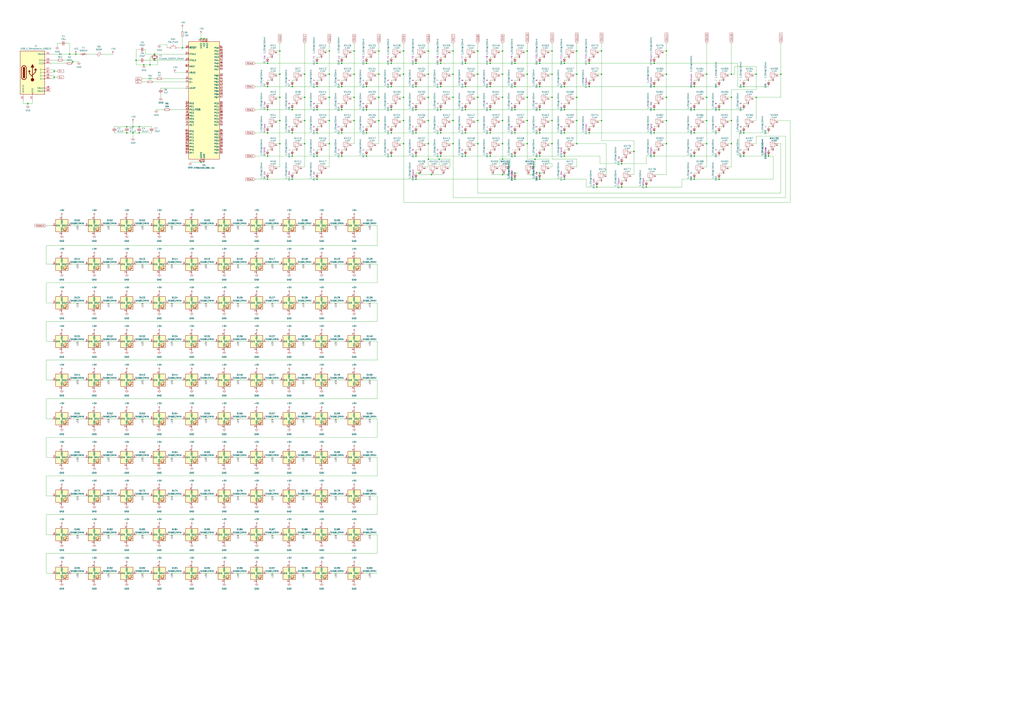
<source format=kicad_sch>
(kicad_sch (version 20211123) (generator eeschema)
  (paper "A1")
  (title_block (title "Diom-75TK") (company "DiomKBS"))
  (junction (at 570.23 109.22))
  (junction (at 600.71 118.11))
  (junction (at 412.75 99.06))
  (junction (at 510.54 134.62))
  (junction (at 111.76 49.53))
  (junction (at 610.87 71.12))
  (junction (at 219.71 147.32))
  (junction (at 109.22 104.14))
  (junction (at 422.91 128.27))
  (junction (at 547.37 99.06))
  (junction (at 331.47 99.06))
  (junction (at 240.03 109.22))
  (junction (at 123.19 53.34))
  (junction (at 104.14 109.22))
  (junction (at 57.15 44.45))
  (junction (at 443.23 128.27))
  (junction (at 621.03 80.01))
  (junction (at 341.63 90.17))
  (junction (at 219.71 71.12))
  (junction (at 270.51 118.11))
  (junction (at 422.91 142.24))
  (junction (at 341.63 147.32))
  (junction (at 260.35 90.17))
  (junction (at 392.43 99.06))
  (junction (at 443.23 147.32))
  (junction (at 321.31 90.17))
  (junction (at 331.47 41.91))
  (junction (at 483.87 109.22))
  (junction (at 580.39 118.11))
  (junction (at 372.11 80.01))
  (junction (at 104.14 104.14))
  (junction (at 382.27 109.22))
  (junction (at 341.63 71.12))
  (junction (at 490.22 153.67))
  (junction (at 59.69 50.8))
  (junction (at 361.95 90.17))
  (junction (at 463.55 52.07))
  (junction (at 321.31 71.12))
  (junction (at 354.33 143.51))
  (junction (at 240.03 71.12))
  (junction (at 610.87 128.27))
  (junction (at 412.75 118.11))
  (junction (at 361.95 52.07))
  (junction (at 300.99 128.27))
  (junction (at 372.11 99.06))
  (junction (at 127 44.45))
  (junction (at 260.35 71.12))
  (junction (at 463.55 128.27))
  (junction (at 547.37 80.01))
  (junction (at 453.39 41.91))
  (junction (at 341.63 128.27))
  (junction (at 300.99 109.22))
  (junction (at 473.71 99.06))
  (junction (at 382.27 52.07))
  (junction (at 530.86 153.67))
  (junction (at 433.07 60.96))
  (junction (at 250.19 60.96))
  (junction (at 62.23 44.45))
  (junction (at 127 49.53))
  (junction (at 412.75 41.91))
  (junction (at 392.43 118.11))
  (junction (at 590.55 147.32))
  (junction (at 537.21 90.17))
  (junction (at 382.27 90.17))
  (junction (at 149.86 39.37))
  (junction (at 351.79 41.91))
  (junction (at 270.51 99.06))
  (junction (at 321.31 128.27))
  (junction (at 621.03 60.96))
  (junction (at 412.75 80.01))
  (junction (at 290.83 41.91))
  (junction (at 537.21 109.22))
  (junction (at 165.1 133.35))
  (junction (at 300.99 71.12))
  (junction (at 463.55 109.22))
  (junction (at 422.91 71.12))
  (junction (at 311.15 99.06))
  (junction (at 351.79 118.11))
  (junction (at 443.23 109.22))
  (junction (at 219.71 109.22))
  (junction (at 351.79 80.01))
  (junction (at 580.39 60.96))
  (junction (at 443.23 90.17))
  (junction (at 382.27 128.27))
  (junction (at 321.31 109.22))
  (junction (at 280.67 109.22))
  (junction (at 44.45 58.42))
  (junction (at 331.47 60.96))
  (junction (at 570.23 90.17))
  (junction (at 473.71 118.11))
  (junction (at 260.35 128.27))
  (junction (at 361.95 71.12))
  (junction (at 229.87 41.91))
  (junction (at 570.23 128.27))
  (junction (at 114.3 104.14))
  (junction (at 570.23 147.32))
  (junction (at 341.63 52.07))
  (junction (at 351.79 99.06))
  (junction (at 300.99 52.07))
  (junction (at 250.19 99.06))
  (junction (at 520.7 124.46))
  (junction (at 331.47 118.11))
  (junction (at 344.17 142.24))
  (junction (at 219.71 90.17))
  (junction (at 590.55 90.17))
  (junction (at 392.43 41.91))
  (junction (at 280.67 52.07))
  (junction (at 433.07 99.06))
  (junction (at 453.39 80.01))
  (junction (at 229.87 99.06))
  (junction (at 402.59 109.22))
  (junction (at 311.15 41.91))
  (junction (at 641.35 60.96))
  (junction (at 631.19 128.27))
  (junction (at 463.55 71.12))
  (junction (at 229.87 80.01))
  (junction (at 229.87 118.11))
  (junction (at 165.1 31.75))
  (junction (at 580.39 99.06))
  (junction (at 341.63 109.22))
  (junction (at 600.71 80.01))
  (junction (at 433.07 80.01))
  (junction (at 311.15 80.01))
  (junction (at 372.11 41.91))
  (junction (at 422.91 109.22))
  (junction (at 44.45 63.5))
  (junction (at 219.71 52.07))
  (junction (at 290.83 80.01))
  (junction (at 537.21 128.27))
  (junction (at 260.35 147.32))
  (junction (at 547.37 60.96))
  (junction (at 402.59 90.17))
  (junction (at 229.87 60.96))
  (junction (at 547.37 118.11))
  (junction (at 240.03 128.27))
  (junction (at 473.71 41.91))
  (junction (at 443.23 142.24))
  (junction (at 473.71 60.96))
  (junction (at 443.23 71.12))
  (junction (at 422.91 90.17))
  (junction (at 351.79 130.81))
  (junction (at 537.21 71.12))
  (junction (at 402.59 71.12))
  (junction (at 372.11 118.11))
  (junction (at 351.79 60.96))
  (junction (at 510.54 153.67))
  (junction (at 600.71 60.96))
  (junction (at 494.03 41.91))
  (junction (at 167.64 31.75))
  (junction (at 443.23 52.07))
  (junction (at 483.87 52.07))
  (junction (at 118.11 53.34))
  (junction (at 473.71 80.01))
  (junction (at 280.67 128.27))
  (junction (at 382.27 71.12))
  (junction (at 300.99 90.17))
  (junction (at 331.47 80.01))
  (junction (at 270.51 60.96))
  (junction (at 240.03 90.17))
  (junction (at 439.42 130.81))
  (junction (at 402.59 128.27))
  (junction (at 392.43 60.96))
  (junction (at 453.39 99.06))
  (junction (at 580.39 80.01))
  (junction (at 260.35 109.22))
  (junction (at 114.3 109.22))
  (junction (at 280.67 90.17))
  (junction (at 361.95 128.27))
  (junction (at 537.21 52.07))
  (junction (at 109.22 109.22))
  (junction (at 392.43 80.01))
  (junction (at 422.91 52.07))
  (junction (at 240.03 147.32))
  (junction (at 610.87 109.22))
  (junction (at 433.07 41.91))
  (junction (at 463.55 147.32))
  (junction (at 402.59 52.07))
  (junction (at 453.39 118.11))
  (junction (at 280.67 71.12))
  (junction (at 250.19 80.01))
  (junction (at 290.83 60.96))
  (junction (at 321.31 52.07))
  (junction (at 422.91 147.32))
  (junction (at 290.83 99.06))
  (junction (at 361.95 109.22))
  (junction (at 547.37 41.91))
  (junction (at 494.03 60.96))
  (junction (at 463.55 90.17))
  (junction (at 412.75 60.96))
  (junction (at 219.71 128.27))
  (junction (at 433.07 118.11))
  (junction (at 570.23 71.12))
  (junction (at 372.11 60.96))
  (junction (at 260.35 52.07))
  (junction (at 270.51 41.91))
  (junction (at 22.86 85.09))
  (junction (at 600.71 99.06))
  (junction (at 270.51 80.01))
  (junction (at 494.03 99.06))
  (junction (at 250.19 118.11))
  (junction (at 360.68 130.81))
  (junction (at 412.75 143.51))
  (junction (at 453.39 60.96))
  (junction (at 311.15 60.96))
  (junction (at 483.87 71.12))
  (junction (at 412.75 130.81))
  (wire (pts (xy 392.43 118.11) (xy 392.43 158.75)))
  (wire (pts (xy 341.63 123.19) (xy 344.17 123.19)))
  (wire (pts (xy 439.42 130.81) (xy 439.42 137.16)))
  (wire (pts (xy 321.31 123.19) (xy 323.85 123.19)))
  (wire (pts (xy 631.19 104.14) (xy 633.73 104.14)))
  (wire (pts (xy 473.71 118.11) (xy 497.84 118.11)))
  (wire (pts (xy 218.44 217.17) (xy 229.87 217.17)))
  (wire (pts (xy 590.55 123.19) (xy 593.09 123.19)))
  (wire (pts (xy 104.14 104.14) (xy 109.22 104.14)))
  (wire (pts (xy 392.43 41.91) (xy 392.43 60.96)))
  (wire (pts (xy 311.15 60.96) (xy 308.61 60.96)))
  (wire (pts (xy 114.3 40.64) (xy 111.76 40.64)))
  (wire (pts (xy 59.69 52.07) (xy 59.69 50.8)))
  (wire (pts (xy 240.03 147.32) (xy 260.35 147.32)))
  (wire (pts (xy 165.1 133.35) (xy 156.21 133.35)))
  (wire (pts (xy 494.03 60.96) (xy 491.49 60.96)))
  (wire (pts (xy 38.1 201.93) (xy 38.1 217.17)))
  (wire (pts (xy 219.71 66.04) (xy 222.25 66.04)))
  (wire (pts (xy 648.97 99.06) (xy 638.81 99.06)))
  (wire (pts (xy 443.23 128.27) (xy 463.55 128.27)))
  (wire (pts (xy 260.35 90.17) (xy 280.67 90.17)))
  (wire (pts (xy 300.99 104.14) (xy 303.53 104.14)))
  (wire (pts (xy 331.47 41.91) (xy 328.93 41.91)))
  (wire (pts (xy 245.11 312.42) (xy 256.54 312.42)))
  (wire (pts (xy 351.79 41.91) (xy 351.79 60.96)))
  (wire (pts (xy 580.39 80.01) (xy 580.39 99.06)))
  (wire (pts (xy 438.15 142.24) (xy 443.23 142.24)))
  (wire (pts (xy 49.53 35.56) (xy 46.99 35.56)))
  (wire (pts (xy 38.1 217.17) (xy 43.18 217.17)))
  (wire (pts (xy 311.15 41.91) (xy 311.15 60.96)))
  (wire (pts (xy 433.07 143.51) (xy 438.15 143.51)))
  (wire (pts (xy 463.55 142.24) (xy 466.09 142.24)))
  (wire (pts (xy 280.67 52.07) (xy 300.99 52.07)))
  (wire (pts (xy 111.76 217.17) (xy 123.19 217.17)))
  (wire (pts (xy 240.03 109.22) (xy 260.35 109.22)))
  (wire (pts (xy 22.86 85.09) (xy 26.67 85.09)))
  (wire (pts (xy 111.76 375.92) (xy 123.19 375.92)))
  (wire (pts (xy 483.87 66.04) (xy 486.41 66.04)))
  (wire (pts (xy 412.75 60.96) (xy 410.21 60.96)))
  (wire (pts (xy 490.22 148.59) (xy 492.76 148.59)))
  (wire (pts (xy 481.33 147.32) (xy 481.33 153.67)))
  (wire (pts (xy 547.37 80.01) (xy 547.37 99.06)))
  (wire (pts (xy 124.46 46.99) (xy 123.19 46.99)))
  (wire (pts (xy 309.88 280.67) (xy 309.88 295.91)))
  (wire (pts (xy 361.95 128.27) (xy 382.27 128.27)))
  (wire (pts (xy 44.45 63.5) (xy 46.99 63.5)))
  (wire (pts (xy 19.05 82.55) (xy 19.05 85.09)))
  (wire (pts (xy 219.71 147.32) (xy 209.55 147.32)))
  (wire (pts (xy 298.45 185.42) (xy 309.88 185.42)))
  (wire (pts (xy 250.19 80.01) (xy 250.19 99.06)))
  (wire (pts (xy 219.71 128.27) (xy 240.03 128.27)))
  (wire (pts (xy 547.37 99.06) (xy 547.37 118.11)))
  (wire (pts (xy 245.11 185.42) (xy 256.54 185.42)))
  (wire (pts (xy 111.76 471.17) (xy 123.19 471.17)))
  (wire (pts (xy 590.55 66.04) (xy 593.09 66.04)))
  (wire (pts (xy 341.63 71.12) (xy 361.95 71.12)))
  (wire (pts (xy 298.45 280.67) (xy 309.88 280.67)))
  (wire (pts (xy 483.87 104.14) (xy 486.41 104.14)))
  (wire (pts (xy 219.71 104.14) (xy 222.25 104.14)))
  (wire (pts (xy 132.08 77.47) (xy 132.08 80.01)))
  (wire (pts (xy 607.06 128.27) (xy 607.06 109.22)))
  (wire (pts (xy 58.42 375.92) (xy 69.85 375.92)))
  (wire (pts (xy 560.07 153.67) (xy 560.07 147.32)))
  (wire (pts (xy 392.43 80.01) (xy 392.43 99.06)))
  (wire (pts (xy 152.4 59.69) (xy 143.51 59.69)))
  (wire (pts (xy 260.35 66.04) (xy 262.89 66.04)))
  (wire (pts (xy 321.31 128.27) (xy 341.63 128.27)))
  (wire (pts (xy 245.11 280.67) (xy 256.54 280.67)))
  (wire (pts (xy 114.3 49.53) (xy 111.76 49.53)))
  (wire (pts (xy 631.19 66.04) (xy 633.73 66.04)))
  (wire (pts (xy 58.42 185.42) (xy 69.85 185.42)))
  (wire (pts (xy 267.97 60.96) (xy 270.51 60.96)))
  (wire (pts (xy 403.86 142.24) (xy 403.86 143.51)))
  (wire (pts (xy 570.23 104.14) (xy 572.77 104.14)))
  (wire (pts (xy 260.35 123.19) (xy 262.89 123.19)))
  (wire (pts (xy 298.45 439.42) (xy 309.88 439.42)))
  (wire (pts (xy 280.67 109.22) (xy 300.99 109.22)))
  (wire (pts (xy 44.45 58.42) (xy 44.45 59.69)))
  (wire (pts (xy 309.88 422.91) (xy 38.1 422.91)))
  (wire (pts (xy 280.67 90.17) (xy 300.99 90.17)))
  (wire (pts (xy 218.44 407.67) (xy 229.87 407.67)))
  (wire (pts (xy 245.11 248.92) (xy 256.54 248.92)))
  (wire (pts (xy 341.63 109.22) (xy 361.95 109.22)))
  (wire (pts (xy 443.23 109.22) (xy 463.55 109.22)))
  (wire (pts (xy 570.23 66.04) (xy 572.77 66.04)))
  (wire (pts (xy 138.43 248.92) (xy 149.86 248.92)))
  (wire (pts (xy 270.51 137.16) (xy 267.97 137.16)))
  (wire (pts (xy 443.23 104.14) (xy 445.77 104.14)))
  (wire (pts (xy 402.59 123.19) (xy 405.13 123.19)))
  (wire (pts (xy 433.07 99.06) (xy 430.53 99.06)))
  (wire (pts (xy 290.83 99.06) (xy 290.83 118.11)))
  (wire (pts (xy 492.76 134.62) (xy 510.54 134.62)))
  (wire (pts (xy 547.37 60.96) (xy 547.37 80.01)))
  (wire (pts (xy 605.79 71.12) (xy 610.87 71.12)))
  (wire (pts (xy 137.16 39.37) (xy 137.16 36.83)))
  (wire (pts (xy 309.88 295.91) (xy 38.1 295.91)))
  (wire (pts (xy 328.93 118.11) (xy 331.47 118.11)))
  (wire (pts (xy 311.15 80.01) (xy 308.61 80.01)))
  (wire (pts (xy 412.75 118.11) (xy 412.75 130.81)))
  (wire (pts (xy 453.39 41.91) (xy 453.39 60.96)))
  (wire (pts (xy 610.87 104.14) (xy 613.41 104.14)))
  (wire (pts (xy 372.11 118.11) (xy 372.11 162.56)))
  (wire (pts (xy 260.35 109.22) (xy 280.67 109.22)))
  (wire (pts (xy 351.79 118.11) (xy 349.25 118.11)))
  (wire (pts (xy 369.57 130.81) (xy 369.57 137.16)))
  (wire (pts (xy 530.86 128.27) (xy 537.21 128.27)))
  (wire (pts (xy 129.54 46.99) (xy 129.54 53.34)))
  (wire (pts (xy 138.43 312.42) (xy 149.86 312.42)))
  (wire (pts (xy 547.37 118.11) (xy 547.37 143.51)))
  (wire (pts (xy 309.88 407.67) (xy 309.88 422.91)))
  (wire (pts (xy 123.19 53.34) (xy 118.11 53.34)))
  (wire (pts (xy 271.78 344.17) (xy 283.21 344.17)))
  (wire (pts (xy 635 147.32) (xy 635 128.27)))
  (wire (pts (xy 271.78 185.42) (xy 283.21 185.42)))
  (wire (pts (xy 600.71 80.01) (xy 600.71 99.06)))
  (wire (pts (xy 439.42 137.16) (xy 438.15 137.16)))
  (wire (pts (xy 600.71 73.66) (xy 600.71 80.01)))
  (wire (pts (xy 298.45 407.67) (xy 309.88 407.67)))
  (wire (pts (xy 321.31 104.14) (xy 323.85 104.14)))
  (wire (pts (xy 245.11 407.67) (xy 256.54 407.67)))
  (wire (pts (xy 621.03 73.66) (xy 600.71 73.66)))
  (wire (pts (xy 219.71 147.32) (xy 240.03 147.32)))
  (wire (pts (xy 267.97 118.11) (xy 270.51 118.11)))
  (wire (pts (xy 341.63 128.27) (xy 361.95 128.27)))
  (wire (pts (xy 321.31 66.04) (xy 323.85 66.04)))
  (wire (pts (xy 127 44.45) (xy 119.38 44.45)))
  (wire (pts (xy 300.99 123.19) (xy 303.53 123.19)))
  (wire (pts (xy 19.05 85.09) (xy 22.86 85.09)))
  (wire (pts (xy 453.39 60.96) (xy 450.85 60.96)))
  (wire (pts (xy 250.19 60.96) (xy 250.19 80.01)))
  (wire (pts (xy 280.67 104.14) (xy 283.21 104.14)))
  (wire (pts (xy 311.15 99.06) (xy 311.15 118.11)))
  (wire (pts (xy 138.43 344.17) (xy 149.86 344.17)))
  (wire (pts (xy 450.85 134.62) (xy 453.39 134.62)))
  (wire (pts (xy 85.09 439.42) (xy 96.52 439.42)))
  (wire (pts (xy 422.91 142.24) (xy 425.45 142.24)))
  (wire (pts (xy 412.75 99.06) (xy 410.21 99.06)))
  (wire (pts (xy 109.22 109.22) (xy 109.22 113.03)))
  (wire (pts (xy 463.55 147.32) (xy 481.33 147.32)))
  (wire (pts (xy 547.37 118.11) (xy 544.83 118.11)))
  (wire (pts (xy 412.75 80.01) (xy 410.21 80.01)))
  (wire (pts (xy 247.65 118.11) (xy 250.19 118.11)))
  (wire (pts (xy 41.91 52.07) (xy 54.61 52.07)))
  (wire (pts (xy 250.19 118.11) (xy 250.19 137.16)))
  (wire (pts (xy 58.42 471.17) (xy 69.85 471.17)))
  (wire (pts (xy 494.03 41.91) (xy 494.03 60.96)))
  (wire (pts (xy 219.71 85.09) (xy 222.25 85.09)))
  (wire (pts (xy 483.87 109.22) (xy 537.21 109.22)))
  (wire (pts (xy 463.55 123.19) (xy 466.09 123.19)))
  (wire (pts (xy 360.68 130.81) (xy 360.68 137.16)))
  (wire (pts (xy 382.27 90.17) (xy 402.59 90.17)))
  (wire (pts (xy 369.57 118.11) (xy 372.11 118.11)))
  (wire (pts (xy 453.39 137.16) (xy 450.85 137.16)))
  (wire (pts (xy 483.87 52.07) (xy 537.21 52.07)))
  (wire (pts (xy 453.39 60.96) (xy 453.39 80.01)))
  (wire (pts (xy 450.85 41.91) (xy 453.39 41.91)))
  (wire (pts (xy 58.42 217.17) (xy 69.85 217.17)))
  (wire (pts (xy 453.39 99.06) (xy 453.39 118.11)))
  (wire (pts (xy 443.23 123.19) (xy 445.77 123.19)))
  (wire (pts (xy 247.65 60.96) (xy 250.19 60.96)))
  (wire (pts (xy 309.88 439.42) (xy 309.88 454.66)))
  (wire (pts (xy 341.63 52.07) (xy 361.95 52.07)))
  (wire (pts (xy 473.71 41.91) (xy 471.17 41.91)))
  (wire (pts (xy 530.86 134.62) (xy 530.86 128.27)))
  (wire (pts (xy 412.75 41.91) (xy 412.75 35.56)))
  (wire (pts (xy 288.29 41.91) (xy 290.83 41.91)))
  (wire (pts (xy 85.09 344.17) (xy 96.52 344.17)))
  (wire (pts (xy 392.43 80.01) (xy 389.89 80.01)))
  (wire (pts (xy 443.23 52.07) (xy 463.55 52.07)))
  (wire (pts (xy 392.43 60.96) (xy 389.89 60.96)))
  (wire (pts (xy 412.75 80.01) (xy 412.75 99.06)))
  (wire (pts (xy 422.91 128.27) (xy 443.23 128.27)))
  (wire (pts (xy 537.21 46.99) (xy 539.75 46.99)))
  (wire (pts (xy 309.88 232.41) (xy 38.1 232.41)))
  (wire (pts (xy 372.11 41.91) (xy 369.57 41.91)))
  (wire (pts (xy 590.55 147.32) (xy 635 147.32)))
  (wire (pts (xy 382.27 128.27) (xy 402.59 128.27)))
  (wire (pts (xy 191.77 344.17) (xy 203.2 344.17)))
  (wire (pts (xy 341.63 104.14) (xy 344.17 104.14)))
  (wire (pts (xy 111.76 49.53) (xy 111.76 53.34)))
  (wire (pts (xy 300.99 71.12) (xy 321.31 71.12)))
  (wire (pts (xy 547.37 60.96) (xy 544.83 60.96)))
  (wire (pts (xy 422.91 52.07) (xy 443.23 52.07)))
  (wire (pts (xy 38.1 454.66) (xy 38.1 471.17)))
  (wire (pts (xy 537.21 66.04) (xy 539.75 66.04)))
  (wire (pts (xy 363.22 142.24) (xy 363.22 143.51)))
  (wire (pts (xy 58.42 344.17) (xy 69.85 344.17)))
  (wire (pts (xy 422.91 104.14) (xy 425.45 104.14)))
  (wire (pts (xy 590.55 90.17) (xy 610.87 90.17)))
  (wire (pts (xy 610.87 128.27) (xy 607.06 128.27)))
  (wire (pts (xy 412.75 130.81) (xy 419.1 130.81)))
  (wire (pts (xy 245.11 344.17) (xy 256.54 344.17)))
  (wire (pts (xy 433.07 60.96) (xy 433.07 41.91)))
  (wire (pts (xy 463.55 128.27) (xy 492.76 128.27)))
  (wire (pts (xy 537.21 90.17) (xy 570.23 90.17)))
  (wire (pts (xy 443.23 85.09) (xy 445.77 85.09)))
  (wire (pts (xy 520.7 115.57) (xy 520.7 124.46)))
  (wire (pts (xy 570.23 71.12) (xy 590.55 71.12)))
  (wire (pts (xy 218.44 280.67) (xy 229.87 280.67)))
  (wire (pts (xy 271.78 471.17) (xy 283.21 471.17)))
  (wire (pts (xy 38.1 280.67) (xy 43.18 280.67)))
  (wire (pts (xy 321.31 85.09) (xy 323.85 85.09)))
  (wire (pts (xy 408.94 137.16) (xy 410.21 137.16)))
  (wire (pts (xy 621.03 60.96) (xy 621.03 73.66)))
  (wire (pts (xy 473.71 130.81) (xy 473.71 137.16)))
  (wire (pts (xy 453.39 99.06) (xy 450.85 99.06)))
  (wire (pts (xy 510.54 153.67) (xy 530.86 153.67)))
  (wire (pts (xy 491.49 41.91) (xy 494.03 41.91)))
  (wire (pts (xy 271.78 280.67) (xy 283.21 280.67)))
  (wire (pts (xy 621.03 99.06) (xy 618.49 99.06)))
  (wire (pts (xy 167.64 133.35) (xy 165.1 133.35)))
  (wire (pts (xy 58.42 312.42) (xy 69.85 312.42)))
  (wire (pts (xy 354.33 142.24) (xy 354.33 143.51)))
  (wire (pts (xy 298.45 248.92) (xy 309.88 248.92)))
  (wire (pts (xy 422.91 109.22) (xy 443.23 109.22)))
  (wire (pts (xy 191.77 248.92) (xy 203.2 248.92)))
  (wire (pts (xy 433.07 118.11) (xy 433.07 130.81)))
  (wire (pts (xy 218.44 439.42) (xy 229.87 439.42)))
  (wire (pts (xy 111.76 280.67) (xy 123.19 280.67)))
  (wire (pts (xy 598.17 60.96) (xy 600.71 60.96)))
  (wire (pts (xy 412.75 118.11) (xy 410.21 118.11)))
  (wire (pts (xy 260.35 104.14) (xy 262.89 104.14)))
  (wire (pts (xy 483.87 71.12) (xy 537.21 71.12)))
  (wire (pts (xy 191.77 471.17) (xy 203.2 471.17)))
  (wire (pts (xy 560.07 147.32) (xy 570.23 147.32)))
  (wire (pts (xy 218.44 185.42) (xy 229.87 185.42)))
  (wire (pts (xy 402.59 128.27) (xy 422.91 128.27)))
  (wire (pts (xy 300.99 90.17) (xy 321.31 90.17)))
  (wire (pts (xy 267.97 99.06) (xy 270.51 99.06)))
  (wire (pts (xy 321.31 109.22) (xy 341.63 109.22)))
  (wire (pts (xy 219.71 52.07) (xy 209.55 52.07)))
  (wire (pts (xy 309.88 344.17) (xy 309.88 359.41)))
  (wire (pts (xy 321.31 46.99) (xy 323.85 46.99)))
  (wire (pts (xy 433.07 80.01) (xy 433.07 60.96)))
  (wire (pts (xy 372.11 99.06) (xy 372.11 80.01)))
  (wire (pts (xy 165.1 344.17) (xy 176.53 344.17)))
  (wire (pts (xy 641.35 60.96) (xy 641.35 80.01)))
  (wire (pts (xy 547.37 99.06) (xy 544.83 99.06)))
  (wire (pts (xy 267.97 41.91) (xy 270.51 41.91)))
  (wire (pts (xy 309.88 454.66) (xy 38.1 454.66)))
  (wire (pts (xy 580.39 80.01) (xy 577.85 80.01)))
  (wire (pts (xy 309.88 217.17) (xy 309.88 232.41)))
  (wire (pts (xy 271.78 407.67) (xy 283.21 407.67)))
  (wire (pts (xy 290.83 41.91) (xy 290.83 35.56)))
  (wire (pts (xy 453.39 80.01) (xy 450.85 80.01)))
  (wire (pts (xy 382.27 46.99) (xy 384.81 46.99)))
  (wire (pts (xy 570.23 142.24) (xy 572.77 142.24)))
  (wire (pts (xy 360.68 130.81) (xy 369.57 130.81)))
  (wire (pts (xy 341.63 46.99) (xy 344.17 46.99)))
  (wire (pts (xy 341.63 66.04) (xy 344.17 66.04)))
  (wire (pts (xy 85.09 471.17) (xy 96.52 471.17)))
  (wire (pts (xy 219.71 142.24) (xy 222.25 142.24)))
  (wire (pts (xy 372.11 99.06) (xy 369.57 99.06)))
  (wire (pts (xy 38.1 327.66) (xy 38.1 344.17)))
  (wire (pts (xy 450.85 130.81) (xy 450.85 134.62)))
  (wire (pts (xy 114.3 109.22) (xy 124.46 109.22)))
  (wire (pts (xy 600.71 60.96) (xy 603.25 60.96)))
  (wire (pts (xy 494.03 60.96) (xy 494.03 99.06)))
  (wire (pts (xy 298.45 375.92) (xy 309.88 375.92)))
  (wire (pts (xy 490.22 153.67) (xy 510.54 153.67)))
  (wire (pts (xy 165.1 375.92) (xy 176.53 375.92)))
  (wire (pts (xy 580.39 60.96) (xy 580.39 35.56)))
  (wire (pts (xy 412.75 143.51) (xy 417.83 143.51)))
  (wire (pts (xy 218.44 471.17) (xy 229.87 471.17)))
  (wire (pts (xy 321.31 52.07) (xy 341.63 52.07)))
  (wire (pts (xy 331.47 166.37) (xy 648.97 166.37)))
  (wire (pts (xy 344.17 143.51) (xy 354.33 143.51)))
  (wire (pts (xy 149.86 39.37) (xy 149.86 30.48)))
  (wire (pts (xy 218.44 248.92) (xy 229.87 248.92)))
  (wire (pts (xy 389.89 41.91) (xy 392.43 41.91)))
  (wire (pts (xy 361.95 104.14) (xy 364.49 104.14)))
  (wire (pts (xy 410.21 41.91) (xy 412.75 41.91)))
  (wire (pts (xy 361.95 85.09) (xy 364.49 85.09)))
  (wire (pts (xy 311.15 41.91) (xy 311.15 35.56)))
  (wire (pts (xy 58.42 248.92) (xy 69.85 248.92)))
  (wire (pts (xy 167.64 31.75) (xy 165.1 31.75)))
  (wire (pts (xy 473.71 41.91) (xy 473.71 35.56)))
  (wire (pts (xy 38.1 422.91) (xy 38.1 439.42)))
  (wire (pts (xy 497.84 118.11) (xy 497.84 143.51)))
  (wire (pts (xy 85.09 407.67) (xy 96.52 407.67)))
  (wire (pts (xy 38.1 264.16) (xy 38.1 280.67)))
  (wire (pts (xy 631.19 128.27) (xy 610.87 128.27)))
  (wire (pts (xy 298.45 312.42) (xy 309.88 312.42)))
  (wire (pts (xy 351.79 118.11) (xy 351.79 130.81)))
  (wire (pts (xy 453.39 118.11) (xy 450.85 118.11)))
  (wire (pts (xy 463.55 85.09) (xy 466.09 85.09)))
  (wire (pts (xy 52.07 49.53) (xy 59.69 49.53)))
  (wire (pts (xy 152.4 72.39) (xy 132.08 72.39)))
  (wire (pts (xy 638.81 60.96) (xy 641.35 60.96)))
  (wire (pts (xy 41.91 62.23) (xy 44.45 62.23)))
  (wire (pts (xy 361.95 71.12) (xy 382.27 71.12)))
  (wire (pts (xy 38.1 185.42) (xy 43.18 185.42)))
  (wire (pts (xy 372.11 60.96) (xy 372.11 41.91)))
  (wire (pts (xy 138.43 439.42) (xy 149.86 439.42)))
  (wire (pts (xy 137.16 36.83) (xy 130.81 36.83)))
  (wire (pts (xy 38.1 391.16) (xy 38.1 407.67)))
  (wire (pts (xy 603.25 54.61) (xy 621.03 54.61)))
  (wire (pts (xy 544.83 41.91) (xy 547.37 41.91)))
  (wire (pts (xy 270.51 41.91) (xy 270.51 60.96)))
  (wire (pts (xy 473.71 60.96) (xy 471.17 60.96)))
  (wire (pts (xy 422.91 147.32) (xy 443.23 147.32)))
  (wire (pts (xy 361.95 46.99) (xy 364.49 46.99)))
  (wire (pts (xy 38.1 375.92) (xy 43.18 375.92)))
  (wire (pts (xy 443.23 90.17) (xy 463.55 90.17)))
  (wire (pts (xy 600.71 99.06) (xy 598.17 99.06)))
  (wire (pts (xy 577.85 60.96) (xy 580.39 60.96)))
  (wire (pts (xy 280.67 123.19) (xy 283.21 123.19)))
  (wire (pts (xy 392.43 99.06) (xy 392.43 118.11)))
  (wire (pts (xy 417.83 137.16) (xy 419.1 137.16)))
  (wire (pts (xy 392.43 60.96) (xy 392.43 80.01)))
  (wire (pts (xy 240.03 128.27) (xy 260.35 128.27)))
  (wire (pts (xy 250.19 99.06) (xy 250.19 118.11)))
  (wire (pts (xy 134.62 90.17) (xy 128.27 90.17)))
  (wire (pts (xy 530.86 153.67) (xy 560.07 153.67)))
  (wire (pts (xy 412.75 60.96) (xy 412.75 80.01)))
  (wire (pts (xy 331.47 99.06) (xy 328.93 99.06)))
  (wire (pts (xy 463.55 71.12) (xy 483.87 71.12)))
  (wire (pts (xy 422.91 71.12) (xy 443.23 71.12)))
  (wire (pts (xy 138.43 375.92) (xy 149.86 375.92)))
  (wire (pts (xy 351.79 99.06) (xy 349.25 99.06)))
  (wire (pts (xy 250.19 137.16) (xy 247.65 137.16)))
  (wire (pts (xy 58.42 439.42) (xy 69.85 439.42)))
  (wire (pts (xy 341.63 142.24) (xy 344.17 142.24)))
  (wire (pts (xy 412.75 41.91) (xy 412.75 60.96)))
  (wire (pts (xy 433.07 118.11) (xy 433.07 99.06)))
  (wire (pts (xy 309.88 327.66) (xy 38.1 327.66)))
  (wire (pts (xy 152.4 67.31) (xy 125.73 67.31)))
  (wire (pts (xy 298.45 344.17) (xy 309.88 344.17)))
  (wire (pts (xy 344.17 142.24) (xy 344.17 143.51)))
  (wire (pts (xy 382.27 123.19) (xy 384.81 123.19)))
  (wire (pts (xy 191.77 407.67) (xy 203.2 407.67)))
  (wire (pts (xy 85.09 312.42) (xy 96.52 312.42)))
  (wire (pts (xy 392.43 158.75) (xy 641.35 158.75)))
  (wire (pts (xy 510.54 148.59) (xy 513.08 148.59)))
  (wire (pts (xy 270.51 41.91) (xy 270.51 35.56)))
  (wire (pts (xy 245.11 217.17) (xy 256.54 217.17)))
  (wire (pts (xy 382.27 85.09) (xy 384.81 85.09)))
  (wire (pts (xy 382.27 66.04) (xy 384.81 66.04)))
  (wire (pts (xy 165.1 248.92) (xy 176.53 248.92)))
  (wire (pts (xy 473.71 80.01) (xy 473.71 60.96)))
  (wire (pts (xy 165.1 407.67) (xy 176.53 407.67)))
  (wire (pts (xy 309.88 312.42) (xy 309.88 327.66)))
  (wire (pts (xy 600.71 99.06) (xy 600.71 118.11)))
  (wire (pts (xy 361.95 66.04) (xy 364.49 66.04)))
  (wire (pts (xy 229.87 60.96) (xy 229.87 80.01)))
  (wire (pts (xy 165.1 280.67) (xy 176.53 280.67)))
  (wire (pts (xy 321.31 90.17) (xy 341.63 90.17)))
  (wire (pts (xy 111.76 439.42) (xy 123.19 439.42)))
  (wire (pts (xy 520.7 124.46) (xy 520.7 143.51)))
  (wire (pts (xy 260.35 46.99) (xy 262.89 46.99)))
  (wire (pts (xy 41.91 44.45) (xy 57.15 44.45)))
  (wire (pts (xy 621.03 118.11) (xy 618.49 118.11)))
  (wire (pts (xy 111.76 248.92) (xy 123.19 248.92)))
  (wire (pts (xy 603.25 60.96) (xy 603.25 54.61)))
  (wire (pts (xy 621.03 111.76) (xy 621.03 118.11)))
  (wire (pts (xy 359.41 137.16) (xy 360.68 137.16)))
  (wire (pts (xy 641.35 60.96) (xy 641.35 35.56)))
  (wire (pts (xy 438.15 143.51) (xy 438.15 142.24)))
  (wire (pts (xy 402.59 46.99) (xy 405.13 46.99)))
  (wire (pts (xy 580.39 118.11) (xy 580.39 137.16)))
  (wire (pts (xy 62.23 44.45) (xy 66.04 44.45)))
  (wire (pts (xy 463.55 46.99) (xy 466.09 46.99)))
  (wire (pts (xy 109.22 104.14) (xy 114.3 104.14)))
  (wire (pts (xy 520.7 124.46) (xy 518.16 124.46)))
  (wire (pts (xy 610.87 71.12) (xy 631.19 71.12)))
  (wire (pts (xy 41.91 49.53) (xy 46.99 49.53)))
  (wire (pts (xy 433.07 118.11) (xy 430.53 118.11)))
  (wire (pts (xy 402.59 90.17) (xy 422.91 90.17)))
  (wire (pts (xy 481.33 153.67) (xy 490.22 153.67)))
  (wire (pts (xy 392.43 41.91) (xy 392.43 35.56)))
  (wire (pts (xy 453.39 41.91) (xy 453.39 35.56)))
  (wire (pts (xy 419.1 137.16) (xy 419.1 130.81)))
  (wire (pts (xy 119.38 44.45) (xy 119.38 40.64)))
  (wire (pts (xy 26.67 85.09) (xy 26.67 82.55)))
  (wire (pts (xy 219.71 71.12) (xy 240.03 71.12)))
  (wire (pts (xy 298.45 471.17) (xy 309.88 471.17)))
  (wire (pts (xy 537.21 104.14) (xy 539.75 104.14)))
  (wire (pts (xy 219.71 90.17) (xy 209.55 90.17)))
  (wire (pts (xy 605.79 52.07) (xy 605.79 71.12)))
  (wire (pts (xy 331.47 118.11) (xy 331.47 166.37)))
  (wire (pts (xy 570.23 123.19) (xy 572.77 123.19)))
  (wire (pts (xy 410.21 137.16) (xy 410.21 130.81)))
  (wire (pts (xy 422.91 85.09) (xy 425.45 85.09)))
  (wire (pts (xy 309.88 201.93) (xy 38.1 201.93)))
  (wire (pts (xy 443.23 142.24) (xy 445.77 142.24)))
  (wire (pts (xy 453.39 80.01) (xy 453.39 99.06)))
  (wire (pts (xy 240.03 90.17) (xy 260.35 90.17)))
  (wire (pts (xy 38.1 471.17) (xy 43.18 471.17)))
  (wire (pts (xy 463.55 52.07) (xy 483.87 52.07)))
  (wire (pts (xy 149.86 25.4) (xy 149.86 22.86)))
  (wire (pts (xy 443.23 71.12) (xy 463.55 71.12)))
  (wire (pts (xy 610.87 123.19) (xy 613.41 123.19)))
  (wire (pts (xy 382.27 71.12) (xy 402.59 71.12)))
  (wire (pts (xy 219.71 71.12) (xy 209.55 71.12)))
  (wire (pts (xy 422.91 90.17) (xy 443.23 90.17)))
  (wire (pts (xy 85.09 217.17) (xy 96.52 217.17)))
  (wire (pts (xy 111.76 40.64) (xy 111.76 49.53)))
  (wire (pts (xy 372.11 41.91) (xy 372.11 35.56)))
  (wire (pts (xy 260.35 52.07) (xy 280.67 52.07)))
  (wire (pts (xy 473.71 99.06) (xy 471.17 99.06)))
  (wire (pts (xy 361.95 109.22) (xy 382.27 109.22)))
  (wire (pts (xy 341.63 85.09) (xy 344.17 85.09)))
  (wire (pts (xy 433.07 41.91) (xy 430.53 41.91)))
  (wire (pts (xy 382.27 109.22) (xy 402.59 109.22)))
  (wire (pts (xy 341.63 90.17) (xy 361.95 90.17)))
  (wire (pts (xy 44.45 57.15) (xy 44.45 58.42)))
  (wire (pts (xy 443.23 46.99) (xy 445.77 46.99)))
  (wire (pts (xy 580.39 118.11) (xy 577.85 118.11)))
  (wire (pts (xy 191.77 280.67) (xy 203.2 280.67)))
  (wire (pts (xy 433.07 99.06) (xy 433.07 80.01)))
  (wire (pts (xy 165.1 185.42) (xy 176.53 185.42)))
  (wire (pts (xy 58.42 407.67) (xy 69.85 407.67)))
  (wire (pts (xy 369.57 137.16) (xy 368.3 137.16)))
  (wire (pts (xy 321.31 71.12) (xy 341.63 71.12)))
  (wire (pts (xy 191.77 375.92) (xy 203.2 375.92)))
  (wire (pts (xy 114.3 104.14) (xy 124.46 104.14)))
  (wire (pts (xy 473.71 118.11) (xy 473.71 99.06)))
  (wire (pts (xy 138.43 407.67) (xy 149.86 407.67)))
  (wire (pts (xy 471.17 137.16) (xy 473.71 137.16)))
  (wire (pts (xy 111.76 344.17) (xy 123.19 344.17)))
  (wire (pts (xy 570.23 90.17) (xy 590.55 90.17)))
  (wire (pts (xy 290.83 41.91) (xy 290.83 60.96)))
  (wire (pts (xy 218.44 312.42) (xy 229.87 312.42)))
  (wire (pts (xy 260.35 71.12) (xy 280.67 71.12)))
  (wire (pts (xy 610.87 85.09) (xy 613.41 85.09)))
  (wire (pts (xy 260.35 142.24) (xy 262.89 142.24)))
  (wire (pts (xy 271.78 217.17) (xy 283.21 217.17)))
  (wire (pts (xy 270.51 118.11) (xy 270.51 137.16)))
  (wire (pts (xy 402.59 85.09) (xy 405.13 85.09)))
  (wire (pts (xy 463.55 90.17) (xy 537.21 90.17)))
  (wire (pts (xy 349.25 41.91) (xy 351.79 41.91)))
  (wire (pts (xy 402.59 66.04) (xy 405.13 66.04)))
  (wire (pts (xy 165.1 31.75) (xy 165.1 27.94)))
  (wire (pts (xy 85.09 280.67) (xy 96.52 280.67)))
  (wire (pts (xy 38.1 295.91) (xy 38.1 312.42)))
  (wire (pts (xy 260.35 147.32) (xy 341.63 147.32)))
  (wire (pts (xy 109.22 104.14) (xy 109.22 100.33)))
  (wire (pts (xy 351.79 60.96) (xy 351.79 80.01)))
  (wire (pts (xy 607.06 109.22) (xy 610.87 109.22)))
  (wire (pts (xy 59.69 49.53) (xy 59.69 50.8)))
  (wire (pts (xy 280.67 46.99) (xy 283.21 46.99)))
  (wire (pts (xy 473.71 118.11) (xy 471.17 118.11)))
  (wire (pts (xy 245.11 471.17) (xy 256.54 471.17)))
  (wire (pts (xy 245.11 439.42) (xy 256.54 439.42)))
  (wire (pts (xy 288.29 80.01) (xy 290.83 80.01)))
  (wire (pts (xy 547.37 143.51) (xy 538.48 143.51)))
  (wire (pts (xy 44.45 58.42) (xy 46.99 58.42)))
  (wire (pts (xy 191.77 217.17) (xy 203.2 217.17)))
  (wire (pts (xy 139.7 90.17) (xy 152.4 90.17)))
  (wire (pts (xy 354.33 143.51) (xy 363.22 143.51)))
  (wire (pts (xy 410.21 130.81) (xy 412.75 130.81)))
  (wire (pts (xy 372.11 162.56) (xy 645.16 162.56)))
  (wire (pts (xy 635 128.27) (xy 631.19 128.27)))
  (wire (pts (xy 152.4 44.45) (xy 127 44.45)))
  (wire (pts (xy 59.69 50.8) (xy 64.77 50.8)))
  (wire (pts (xy 219.71 52.07) (xy 260.35 52.07)))
  (wire (pts (xy 443.23 66.04) (xy 445.77 66.04)))
  (wire (pts (xy 439.42 130.81) (xy 450.85 130.81)))
  (wire (pts (xy 152.4 49.53) (xy 127 49.53)))
  (wire (pts (xy 138.43 280.67) (xy 149.86 280.67)))
  (wire (pts (xy 308.61 41.91) (xy 311.15 41.91)))
  (wire (pts (xy 463.55 109.22) (xy 483.87 109.22)))
  (wire (pts (xy 93.98 109.22) (xy 104.14 109.22)))
  (wire (pts (xy 341.63 147.32) (xy 422.91 147.32)))
  (wire (pts (xy 311.15 60.96) (xy 311.15 80.01)))
  (wire (pts (xy 38.1 232.41) (xy 38.1 248.92)))
  (wire (pts (xy 85.09 185.42) (xy 96.52 185.42)))
  (wire (pts (xy 138.43 217.17) (xy 149.86 217.17)))
  (wire (pts (xy 547.37 41.91) (xy 547.37 35.56)))
  (wire (pts (xy 372.11 80.01) (xy 369.57 80.01)))
  (wire (pts (xy 38.1 344.17) (xy 43.18 344.17)))
  (wire (pts (xy 111.76 312.42) (xy 123.19 312.42)))
  (wire (pts (xy 494.03 115.57) (xy 520.7 115.57)))
  (wire (pts (xy 331.47 41.91) (xy 331.47 35.56)))
  (wire (pts (xy 453.39 130.81) (xy 473.71 130.81)))
  (wire (pts (xy 227.33 80.01) (xy 229.87 80.01)))
  (wire (pts (xy 191.77 439.42) (xy 203.2 439.42)))
  (wire (pts (xy 309.88 185.42) (xy 309.88 201.93)))
  (wire (pts (xy 271.78 439.42) (xy 283.21 439.42)))
  (wire (pts (xy 240.03 71.12) (xy 260.35 71.12)))
  (wire (pts (xy 219.71 46.99) (xy 222.25 46.99)))
  (wire (pts (xy 570.23 147.32) (xy 590.55 147.32)))
  (wire (pts (xy 260.35 85.09) (xy 262.89 85.09)))
  (wire (pts (xy 123.19 46.99) (xy 123.19 53.34)))
  (wire (pts (xy 240.03 104.14) (xy 242.57 104.14)))
  (wire (pts (xy 463.55 66.04) (xy 466.09 66.04)))
  (wire (pts (xy 229.87 41.91) (xy 229.87 60.96)))
  (wire (pts (xy 260.35 128.27) (xy 280.67 128.27)))
  (wire (pts (xy 580.39 137.16) (xy 577.85 137.16)))
  (wire (pts (xy 600.71 137.16) (xy 598.17 137.16)))
  (wire (pts (xy 38.1 248.92) (xy 43.18 248.92)))
  (wire (pts (xy 309.88 264.16) (xy 38.1 264.16)))
  (wire (pts (xy 44.45 59.69) (xy 41.91 59.69)))
  (wire (pts (xy 621.03 54.61) (xy 621.03 60.96)))
  (wire (pts (xy 247.65 80.01) (xy 250.19 80.01)))
  (wire (pts (xy 402.59 104.14) (xy 405.13 104.14)))
  (wire (pts (xy 372.11 80.01) (xy 372.11 60.96)))
  (wire (pts (xy 270.51 60.96) (xy 270.51 80.01)))
  (wire (pts (xy 227.33 60.96) (xy 229.87 60.96)))
  (wire (pts (xy 300.99 46.99) (xy 303.53 46.99)))
  (wire (pts (xy 227.33 99.06) (xy 229.87 99.06)))
  (wire (pts (xy 271.78 312.42) (xy 283.21 312.42)))
  (wire (pts (xy 537.21 128.27) (xy 570.23 128.27)))
  (wire (pts (xy 250.19 60.96) (xy 250.19 35.56)))
  (wire (pts (xy 57.15 44.45) (xy 62.23 44.45)))
  (wire (pts (xy 331.47 80.01) (xy 331.47 60.96)))
  (wire (pts (xy 453.39 118.11) (xy 453.39 130.81)))
  (wire (pts (xy 298.45 217.17) (xy 309.88 217.17)))
  (wire (pts (xy 219.71 123.19) (xy 222.25 123.19)))
  (wire (pts (xy 351.79 80.01) (xy 349.25 80.01)))
  (wire (pts (xy 483.87 46.99) (xy 486.41 46.99)))
  (wire (pts (xy 290.83 118.11) (xy 288.29 118.11)))
  (wire (pts (xy 520.7 143.51) (xy 518.16 143.51)))
  (wire (pts (xy 631.19 123.19) (xy 633.73 123.19)))
  (wire (pts (xy 580.39 60.96) (xy 580.39 80.01)))
  (wire (pts (xy 227.33 118.11) (xy 229.87 118.11)))
  (wire (pts (xy 372.11 60.96) (xy 369.57 60.96)))
  (wire (pts (xy 300.99 66.04) (xy 303.53 66.04)))
  (wire (pts (xy 149.86 39.37) (xy 152.4 39.37)))
  (wire (pts (xy 361.95 90.17) (xy 382.27 90.17)))
  (wire (pts (xy 147.32 39.37) (xy 149.86 39.37)))
  (wire (pts (xy 288.29 99.06) (xy 290.83 99.06)))
  (wire (pts (xy 38.1 439.42) (xy 43.18 439.42)))
  (wire (pts (xy 580.39 99.06) (xy 580.39 118.11)))
  (wire (pts (xy 402.59 52.07) (xy 422.91 52.07)))
  (wire (pts (xy 170.18 31.75) (xy 167.64 31.75)))
  (wire (pts (xy 309.88 375.92) (xy 309.88 391.16)))
  (wire (pts (xy 280.67 66.04) (xy 283.21 66.04)))
  (wire (pts (xy 403.86 143.51) (xy 412.75 143.51)))
  (wire (pts (xy 382.27 52.07) (xy 402.59 52.07)))
  (wire (pts (xy 71.12 44.45) (xy 78.74 44.45)))
  (wire (pts (xy 600.71 60.96) (xy 600.71 35.56)))
  (wire (pts (xy 621.03 60.96) (xy 618.49 60.96)))
  (wire (pts (xy 537.21 52.07) (xy 605.79 52.07)))
  (wire (pts (xy 494.03 99.06) (xy 494.03 115.57)))
  (wire (pts (xy 85.09 248.92) (xy 96.52 248.92)))
  (wire (pts (xy 165.1 439.42) (xy 176.53 439.42)))
  (wire (pts (xy 191.77 185.42) (xy 203.2 185.42)))
  (wire (pts (xy 83.82 44.45) (xy 92.71 44.45)))
  (wire (pts (xy 492.76 128.27) (xy 492.76 134.62)))
  (wire (pts (xy 641.35 118.11) (xy 638.81 118.11)))
  (wire (pts (xy 351.79 99.06) (xy 351.79 118.11)))
  (wire (pts (xy 38.1 312.42) (xy 43.18 312.42)))
  (wire (pts (xy 240.03 123.19) (xy 242.57 123.19)))
  (wire (pts (xy 85.09 375.92) (xy 96.52 375.92)))
  (wire (pts (xy 309.88 359.41) (xy 38.1 359.41)))
  (wire (pts (xy 111.76 185.42) (xy 123.19 185.42)))
  (wire (pts (xy 245.11 375.92) (xy 256.54 375.92)))
  (wire (pts (xy 111.76 53.34) (xy 118.11 53.34)))
  (wire (pts (xy 331.47 80.01) (xy 328.93 80.01)))
  (wire (pts (xy 165.1 217.17) (xy 176.53 217.17)))
  (wire (pts (xy 120.65 67.31) (xy 116.84 67.31)))
  (wire (pts (xy 547.37 41.91) (xy 547.37 60.96)))
  (wire (pts (xy 570.23 109.22) (xy 590.55 109.22)))
  (wire (pts (xy 331.47 118.11) (xy 331.47 99.06)))
  (wire (pts (xy 351.79 137.16) (xy 349.25 137.16)))
  (wire (pts (xy 123.19 53.34) (xy 129.54 53.34)))
  (wire (pts (xy 610.87 66.04) (xy 613.41 66.04)))
  (wire (pts (xy 331.47 99.06) (xy 331.47 80.01)))
  (wire (pts (xy 641.35 158.75) (xy 641.35 118.11)))
  (wire (pts (xy 422.91 66.04) (xy 425.45 66.04)))
  (wire (pts (xy 361.95 52.07) (xy 382.27 52.07)))
  (wire (pts (xy 271.78 248.92) (xy 283.21 248.92)))
  (wire (pts (xy 57.15 35.56) (xy 54.61 35.56)))
  (wire (pts (xy 473.71 60.96) (xy 473.71 41.91)))
  (wire (pts (xy 219.71 90.17) (xy 240.03 90.17)))
  (wire (pts (xy 138.43 185.42) (xy 149.86 185.42)))
  (wire (pts (xy 392.43 99.06) (xy 389.89 99.06)))
  (wire (pts (xy 271.78 375.92) (xy 283.21 375.92)))
  (wire (pts (xy 351.79 41.91) (xy 351.79 35.56)))
  (wire (pts (xy 473.71 80.01) (xy 471.17 80.01)))
  (wire (pts (xy 510.54 134.62) (xy 530.86 134.62)))
  (wire (pts (xy 433.07 130.81) (xy 439.42 130.81)))
  (wire (pts (xy 219.71 109.22) (xy 209.55 109.22)))
  (wire (pts (xy 240.03 66.04) (xy 242.57 66.04)))
  (wire (pts (xy 38.1 359.41) (xy 38.1 375.92)))
  (wire (pts (xy 111.76 407.67) (xy 123.19 407.67)))
  (wire (pts (xy 165.1 471.17) (xy 176.53 471.17)))
  (wire (pts (xy 351.79 130.81) (xy 351.79 137.16)))
  (wire (pts (xy 58.42 280.67) (xy 69.85 280.67)))
  (wire (pts (xy 290.83 60.96) (xy 290.83 80.01)))
  (wire (pts (xy 641.35 80.01) (xy 621.03 80.01)))
  (wire (pts (xy 422.91 123.19) (xy 425.45 123.19)))
  (wire (pts (xy 229.87 118.11) (xy 229.87 137.16)))
  (wire (pts (xy 402.59 109.22) (xy 422.91 109.22)))
  (wire (pts (xy 530.86 148.59) (xy 533.4 148.59)))
  (wire (pts (xy 41.91 57.15) (xy 44.45 57.15)))
  (wire (pts (xy 417.83 142.24) (xy 422.91 142.24)))
  (wire (pts (xy 351.79 80.01) (xy 351.79 99.06)))
  (wire (pts (xy 494.03 41.91) (xy 494.03 35.56)))
  (wire (pts (xy 537.21 109.22) (xy 570.23 109.22)))
  (wire (pts (xy 247.65 99.06) (xy 250.19 99.06)))
  (wire (pts (xy 138.43 471.17) (xy 149.86 471.17)))
  (wire (pts (xy 229.87 99.06) (xy 229.87 118.11)))
  (wire (pts (xy 218.44 344.17) (xy 229.87 344.17)))
  (wire (pts (xy 600.71 118.11) (xy 598.17 118.11)))
  (wire (pts (xy 392.43 118.11) (xy 389.89 118.11)))
  (wire (pts (xy 288.29 60.96) (xy 290.83 60.96)))
  (wire (pts (xy 645.16 111.76) (xy 621.03 111.76)))
  (wire (pts (xy 422.91 46.99) (xy 425.45 46.99)))
  (wire (pts (xy 311.15 80.01) (xy 311.15 99.06)))
  (wire (pts (xy 46.99 35.56) (xy 46.99 38.1)))
  (wire (pts (xy 537.21 71.12) (xy 570.23 71.12)))
  (wire (pts (xy 191.77 312.42) (xy 203.2 312.42)))
  (wire (pts (xy 280.67 71.12) (xy 300.99 71.12)))
  (wire (pts (xy 510.54 129.54) (xy 513.08 129.54)))
  (wire (pts (xy 165.1 312.42) (xy 176.53 312.42)))
  (wire (pts (xy 494.03 99.06) (xy 491.49 99.06)))
  (wire (pts (xy 621.03 80.01) (xy 618.49 80.01)))
  (wire (pts (xy 351.79 60.96) (xy 349.25 60.96)))
  (wire (pts (xy 93.98 104.14) (xy 104.14 104.14)))
  (wire (pts (xy 44.45 62.23) (xy 44.45 63.5)))
  (wire (pts (xy 152.4 64.77) (xy 133.35 64.77)))
  (wire (pts (xy 44.45 63.5) (xy 44.45 64.77)))
  (wire (pts (xy 280.67 85.09) (xy 283.21 85.09)))
  (wire (pts (xy 300.99 52.07) (xy 321.31 52.07)))
  (wire (pts (xy 300.99 85.09) (xy 303.53 85.09)))
  (wire (pts (xy 128.27 64.77) (xy 116.84 64.77)))
  (wire (pts (xy 547.37 80.01) (xy 544.83 80.01)))
  (wire (pts (xy 412.75 142.24) (xy 412.75 143.51)))
  (wire (pts (xy 57.15 44.45) (xy 57.15 35.56)))
  (wire (pts (xy 270.51 99.06) (xy 270.51 118.11)))
  (wire (pts (xy 300.99 109.22) (xy 321.31 109.22)))
  (wire (pts (xy 590.55 104.14) (xy 593.09 104.14)))
  (wire (pts (xy 417.83 143.51) (xy 417.83 142.24)))
  (wire (pts (xy 473.71 99.06) (xy 473.71 80.01)))
  (wire (pts (xy 590.55 85.09) (xy 593.09 85.09)))
  (wire (pts (xy 433.07 60.96) (xy 430.53 60.96)))
  (wire (pts (xy 331.47 60.96) (xy 331.47 41.91)))
  (wire (pts (xy 600.71 118.11) (xy 600.71 137.16)))
  (wire (pts (xy 351.79 130.81) (xy 360.68 130.81)))
  (wire (pts (xy 590.55 142.24) (xy 593.09 142.24)))
  (wire (pts (xy 433.07 41.91) (xy 433.07 35.56)))
  (wire (pts (xy 648.97 166.37) (xy 648.97 99.06)))
  (wire (pts (xy 218.44 375.92) (xy 229.87 375.92)))
  (wire (pts (xy 621.03 80.01) (xy 621.03 99.06)))
  (wire (pts (xy 537.21 85.09) (xy 539.75 85.09)))
  (wire (pts (xy 109.22 109.22) (xy 114.3 109.22)))
  (wire (pts (xy 38.1 407.67) (xy 43.18 407.67)))
  (wire (pts (xy 267.97 80.01) (xy 270.51 80.01)))
  (wire (pts (xy 372.11 118.11) (xy 372.11 99.06)))
  (wire (pts (xy 22.86 85.09) (xy 22.86 86.36)))
  (wire (pts (xy 610.87 109.22) (xy 631.19 109.22)))
  (wire (pts (xy 311.15 118.11) (xy 308.61 118.11)))
  (wire (pts (xy 537.21 123.19) (xy 539.75 123.19)))
  (wire (pts (xy 361.95 123.19) (xy 364.49 123.19)))
  (wire (pts (xy 104.14 109.22) (xy 109.22 109.22)))
  (wire (pts (xy 463.55 104.14) (xy 466.09 104.14)))
  (wire (pts (xy 290.83 80.01) (xy 290.83 99.06)))
  (wire (pts (xy 229.87 35.56) (xy 229.87 41.91)))
  (wire (pts (xy 570.23 85.09) (xy 572.77 85.09)))
  (wire (pts (xy 270.51 80.01) (xy 270.51 99.06)))
  (wire (pts (xy 453.39 134.62) (xy 453.39 137.16)))
  (wire (pts (xy 443.23 147.32) (xy 463.55 147.32)))
  (wire (pts (xy 229.87 137.16) (xy 227.33 137.16)))
  (wire (pts (xy 219.71 128.27) (xy 209.55 128.27)))
  (wire (pts (xy 280.67 128.27) (xy 300.99 128.27)))
  (wire (pts (xy 309.88 391.16) (xy 38.1 391.16)))
  (wire (pts (xy 219.71 109.22) (xy 240.03 109.22)))
  (wire (pts (xy 44.45 64.77) (xy 41.91 64.77)))
  (wire (pts (xy 240.03 85.09) (xy 242.57 85.09)))
  (wire (pts (xy 309.88 248.92) (xy 309.88 264.16)))
  (wire (pts (xy 331.47 60.96) (xy 328.93 60.96)))
  (wire (pts (xy 229.87 80.01) (xy 229.87 99.06)))
  (wire (pts (xy 570.23 128.27) (xy 590.55 128.27)))
  (wire (pts (xy 580.39 99.06) (xy 577.85 99.06)))
  (wire (pts (xy 412.75 99.06) (xy 412.75 118.11)))
  (wire (pts (xy 402.59 71.12) (xy 422.91 71.12)))
  (wire (pts (xy 311.15 99.06) (xy 308.61 99.06)))
  (wire (pts (xy 645.16 162.56) (xy 645.16 111.76)))
  (wire (pts (xy 382.27 104.14) (xy 384.81 104.14)))
  (wire (pts (xy 600.71 80.01) (xy 598.17 80.01)))
  (wire (pts (xy 227.33 41.91) (xy 229.87 41.91)))
  (wire (pts (xy 240.03 142.24) (xy 242.57 142.24)))
  (wire (pts (xy 433.07 80.01) (xy 430.53 80.01)))
  (wire (pts (xy 127 49.53) (xy 119.38 49.53)))
  (wire (pts (xy 433.07 142.24) (xy 433.07 143.51)))
  (wire (pts (xy 300.99 128.27) (xy 321.31 128.27)))
  (label "LED" (at 224.79 375.92 270))
  (label "LED" (at 250.19 185.42 270))
  (label "LED" (at 196.5235 344.17 270))
  (label "LED" (at 90.17 217.17 270))
  (label "LED" (at 170.18 439.42 270))
  (label "LED" (at 170.18 312.42 270))
  (label "LED" (at 170.18 471.17 270))
  (label "LED" (at 304.8 248.92 270))
  (label "LED" (at 276.86 407.67 270))
  (label "LED" (at 224.79 439.42 270))
  (label "LED" (at 64.77 185.42 270))
  (label "LED" (at 90.17 375.92 270))
  (label "LED" (at 142.24 407.67 270))
  (label "LED" (at 142.24 280.67 270))
  (label "LED" (at 304.8 280.67 270))
  (label "LED" (at 64.77 312.42 270))
  (label "LED" (at 142.24 471.17 270))
  (label "LED" (at 142.24 312.42 270))
  (label "LED" (at 196.5235 407.67 270))
  (label "LED" (at 196.5235 375.92 270))
  (label "LED" (at 142.24 344.17 270))
  (label "LED" (at 304.8 344.17 270))
  (label "LED" (at 90.17 471.17 270))
  (label "LED" (at 170.18 407.67 270))
  (label "LED" (at 276.86 312.42 270))
  (label "LED" (at 64.77 280.67 270))
  (label "LED" (at 224.79 471.17 270))
  (label "LED" (at 90.17 439.42 270))
  (label "LED" (at 224.79 185.42 270))
  (label "LED" (at 170.18 185.42 270))
  (label "LED" (at 224.79 248.92 270))
  (label "LED" (at 224.79 407.67 270))
  (label "LED" (at 276.86 375.92 270))
  (label "LED" (at 118.11 217.17 270))
  (label "LED" (at 142.24 248.92 270))
  (label "LED" (at 64.77 407.67 270))
  (label "LED" (at 304.8 185.42 270))
  (label "LED" (at 224.79 312.42 270))
  (label "LED" (at 90.17 344.17 270))
  (label "LED" (at 64.77 344.17 270))
  (label "LED" (at 170.18 217.17 270))
  (label "LED" (at 304.8 407.67 270))
  (label "LED" (at 304.8 217.17 270))
  (label "LED" (at 118.11 439.42 270))
  (label "LED" (at 250.19 439.42 270))
  (label "LED" (at 170.18 280.67 270))
  (label "LED" (at 118.11 375.92 270))
  (label "LED" (at 224.79 344.17 270))
  (label "LED" (at 64.77 217.17 270))
  (label "LED" (at 250.19 471.17 270))
  (label "LED" (at 276.86 344.17 270))
  (label "LED" (at 224.79 280.67 270))
  (label "LED" (at 276.86 439.42 270))
  (label "LED" (at 224.79 217.17 270))
  (label "LED" (at 118.11 312.42 270))
  (label "LED" (at 90.17 407.67 270))
  (label "LED" (at 64.77 375.92 270))
  (label "LED" (at 90.17 312.42 270))
  (label "LED" (at 90.17 185.42 270))
  (label "LED" (at 250.19 344.17 270))
  (label "LED" (at 250.19 280.67 270))
  (label "LED" (at 196.5235 280.67 270))
  (label "LED" (at 304.8 439.42 270))
  (label "LED" (at 196.5235 185.42 270))
  (label "LED" (at 304.8 375.92 270))
  (label "LED" (at 250.19 407.67 270))
  (label "LED" (at 250.19 248.92 270))
  (label "LED" (at 276.86 217.17 270))
  (label "LED" (at 196.5235 217.17 270))
  (label "LED" (at 90.17 248.92 270))
  (label "LED" (at 250.19 217.17 270))
  (label "LED" (at 90.17 280.67 270))
  (label "LED" (at 64.77 471.17 270))
  (label "LED" (at 142.24 185.42 270))
  (label "LED" (at 142.24 217.17 270))
  (label "LED" (at 250.19 375.92 270))
  (label "LED" (at 118.11 471.17 270))
  (label "LED" (at 276.86 248.92 270))
  (label "LED" (at 170.18 375.92 270))
  (label "LED" (at 196.5235 312.42 270))
  (label "LED" (at 196.5235 439.42 270))
  (label "LED" (at 142.24 439.42 270))
  (label "LED" (at 64.77 248.92 270))
  (label "LED" (at 196.5235 248.92 270))
  (label "LED" (at 276.86 185.42 270))
  (label "LED" (at 170.18 248.92 270))
  (label "LED" (at 170.18 344.17 270))
  (label "LED" (at 118.11 185.42 270))
  (label "LED" (at 118.11 248.92 270))
  (label "LED" (at 304.8 471.17 270))
  (label "LED" (at 276.86 280.67 270))
  (label "LED" (at 118.11 344.17 270))
  (label "LED" (at 118.11 280.67 270))
  (label "LED" (at 304.8 312.42 270))
  (label "LED" (at 276.86 471.17 270))
  (label "LED" (at 118.11 407.67 270))
  (label "LED" (at 142.24 375.92 270))
  (label "LED" (at 64.77 439.42 270))
  (label "LED" (at 250.19 312.42 270))
  (label "LED" (at 196.5235 471.17 270))
  (global_label "COL12" (shape input) (at 473.71 35.56 90) (property "Intersheet References" "${INTERSHEET_REFS}" (effects hide)))
  (global_label "COL11" (shape input) (at 453.39 35.56 90) (property "Intersheet References" "${INTERSHEET_REFS}" (effects hide)))
  (global_label "COL0" (shape input) (at 229.87 35.56 90) (property "Intersheet References" "${INTERSHEET_REFS}" (effects hide)))
  (global_label "RGBDIN" (shape input) (at 38.1 185.42 180) (property "Intersheet References" "${INTERSHEET_REFS}" (effects hide)))
  (global_label "COL7" (shape input) (at 372.11 35.56 90) (property "Intersheet References" "${INTERSHEET_REFS}" (effects hide)))
  (global_label "COL15" (shape input) (at 580.39 35.56 90) (property "Intersheet References" "${INTERSHEET_REFS}" (effects hide)))
  (global_label "ROW3" (shape input) (at 209.55 109.22 180) (property "Intersheet References" "${INTERSHEET_REFS}" (effects hide)))
  (global_label "ROW1" (shape input) (at 209.55 71.12 180) (property "Intersheet References" "${INTERSHEET_REFS}" (effects hide)))
  (global_label "ROW5" (shape input) (at 209.55 147.32 180) (property "Intersheet References" "${INTERSHEET_REFS}" (effects hide)))
  (global_label "COL5" (shape input) (at 331.47 35.56 90) (property "Intersheet References" "${INTERSHEET_REFS}" (effects hide)))
  (global_label "D+" (shape input) (at 116.84 64.77 180) (property "Intersheet References" "${INTERSHEET_REFS}" (effects hide)))
  (global_label "COL14" (shape input) (at 547.37 35.56 90) (property "Intersheet References" "${INTERSHEET_REFS}" (effects hide)))
  (global_label "COL6" (shape input) (at 351.79 35.56 90) (property "Intersheet References" "${INTERSHEET_REFS}" (effects hide)))
  (global_label "COL17" (shape input) (at 641.35 35.56 90) (property "Intersheet References" "${INTERSHEET_REFS}" (effects hide)))
  (global_label "D-" (shape input) (at 116.84 67.31 180) (property "Intersheet References" "${INTERSHEET_REFS}" (effects hide)))
  (global_label "COL1" (shape input) (at 250.19 35.56 90) (property "Intersheet References" "${INTERSHEET_REFS}" (effects hide)))
  (global_label "COL13" (shape input) (at 494.03 35.56 90) (property "Intersheet References" "${INTERSHEET_REFS}" (effects hide)))
  (global_label "ROW4" (shape input) (at 209.55 128.27 180) (property "Intersheet References" "${INTERSHEET_REFS}" (effects hide)))
  (global_label "ROW2" (shape input) (at 209.55 90.17 180) (property "Intersheet References" "${INTERSHEET_REFS}" (effects hide)))
  (global_label "COL2" (shape input) (at 270.51 35.56 90) (property "Intersheet References" "${INTERSHEET_REFS}" (effects hide)))
  (global_label "ROW0" (shape input) (at 209.55 52.07 180) (property "Intersheet References" "${INTERSHEET_REFS}" (effects hide)))
  (global_label "COL4" (shape input) (at 311.15 35.56 90) (property "Intersheet References" "${INTERSHEET_REFS}" (effects hide)))
  (global_label "COL3" (shape input) (at 290.83 35.56 90) (property "Intersheet References" "${INTERSHEET_REFS}" (effects hide)))
  (global_label "COL9" (shape input) (at 412.75 35.56 90) (property "Intersheet References" "${INTERSHEET_REFS}" (effects hide)))
  (global_label "COL10" (shape input) (at 433.07 35.56 90) (property "Intersheet References" "${INTERSHEET_REFS}" (effects hide)))
  (global_label "COL8" (shape input) (at 392.43 35.56 90) (property "Intersheet References" "${INTERSHEET_REFS}" (effects hide)))
  (global_label "COL16" (shape input) (at 600.71 35.56 90) (property "Intersheet References" "${INTERSHEET_REFS}" (effects hide)))
  (global_label "D+" (shape input) (at 46.99 63.5 0) (property "Intersheet References" "${INTERSHEET_REFS}" (effects hide)))
  (global_label "D-" (shape input) (at 46.99 58.42 0) (property "Intersheet References" "${INTERSHEET_REFS}" (effects hide)))
  (symbol (lib_id "pcb-rescue:AT90USB1286-AU-MCU_Microchip_AVR") (at 167.64 82.55 0) (unit 1)
    (property "Reference" "U1" (at 167.64 135.6106 0))
    (property "Value" "AT90USB1286-AU" (at 167.64 137.922 0))
    (property "Footprint" "Package_QFP:TQFP-64_14x14mm_P0.8mm" (effects hide))
    (property "Datasheet" "http://ww1.microchip.com/downloads/en/DeviceDoc/doc7593.pdf" (effects hide))
  )
  (symbol (lib_id "power:+5V") (at 165.1 27.94 0) (unit 1)
    (property "Reference" "#PWR0106" (effects hide))
    (property "Value" "+5V" (at 165.481 23.5458 0))
  )
  (symbol (lib_id "power:GND") (at 156.21 133.35 0) (unit 1)
    (property "Reference" "#PWR0101" (effects hide))
    (property "Value" "GND" (at 156.337 137.7442 0))
  )
  (symbol (lib_id "Device:R_Small") (at 137.16 90.17 270) (unit 1)
    (property "Reference" "R5" (at 137.16 85.1916 90))
    (property "Value" "10k" (at 137.16 87.503 90))
    (property "Footprint" "Resistor_SMD:R_0805_2012Metric" (effects hide))
  )
  (symbol (lib_id "power:GND") (at 128.27 90.17 0) (unit 1)
    (property "Reference" "#PWR0102" (effects hide))
    (property "Value" "GND" (at 128.397 94.5642 0))
  )
  (symbol (lib_id "Device:C_Small") (at 93.98 106.68 0) (unit 1)
    (property "Reference" "C2" (at 96.3168 105.5116 0) (effects (justify left)))
    (property "Value" "0.1uF" (at 96.3168 107.823 0) (effects (justify left)))
    (property "Footprint" "Capacitor_SMD:C_0805_2012Metric" (effects hide))
  )
  (symbol (lib_id "Device:R_Small") (at 130.81 64.77 270) (mirror x) (unit 1)
    (property "Reference" "R4" (at 130.81 59.7916 90))
    (property "Value" "22" (at 130.81 62.103 90))
    (property "Footprint" "Resistor_SMD:R_0805_2012Metric" (effects hide))
  )
  (symbol (lib_id "pcb-rescue:USB_C_Receptacle_USB2.0-Connector") (at 26.67 59.69 0) (unit 1)
    (property "Reference" "J1" (at 29.3878 37.6682 0))
    (property "Value" "USB_C_Receptacle_USB2.0" (at 29.3878 39.9796 0))
    (property "Footprint" "Connector_USB:USB_C_Receptacle_HRO_TYPE-C-31-M-12" (effects hide))
    (property "Datasheet" "https://www.usb.org/sites/default/files/documents/usb_type-c.zip" (effects hide))
  )
  (symbol (lib_id "Device:C_Small") (at 104.14 106.68 0) (unit 1)
    (property "Reference" "C3" (at 106.4768 105.5116 0) (effects (justify left)))
    (property "Value" "0.1uF" (at 106.4768 107.823 0) (effects (justify left)))
    (property "Footprint" "Capacitor_SMD:C_0805_2012Metric" (effects hide))
  )
  (symbol (lib_id "Device:C_Small") (at 114.3 106.68 0) (unit 1)
    (property "Reference" "C4" (at 116.6368 105.5116 0) (effects (justify left)))
    (property "Value" "0.1uF" (at 116.6368 107.823 0) (effects (justify left)))
    (property "Footprint" "Capacitor_SMD:C_0805_2012Metric" (effects hide))
  )
  (symbol (lib_id "Device:R_Small") (at 123.19 67.31 270) (mirror x) (unit 1)
    (property "Reference" "R3" (at 123.19 62.3316 90))
    (property "Value" "22" (at 123.19 64.643 90))
    (property "Footprint" "Resistor_SMD:R_0805_2012Metric" (effects hide))
  )
  (symbol (lib_id "Device:C_Small") (at 124.46 106.68 0) (unit 1)
    (property "Reference" "C7" (at 126.7968 105.5116 0) (effects (justify left)))
    (property "Value" "10uF" (at 126.7968 107.823 0) (effects (justify left)))
    (property "Footprint" "Capacitor_SMD:C_0805_2012Metric" (effects hide))
  )
  (symbol (lib_id "Device:R_Small") (at 49.53 49.53 270) (unit 1)
    (property "Reference" "R1" (at 49.53 44.5516 90))
    (property "Value" "5K1" (at 49.53 46.863 90))
    (property "Footprint" "Resistor_SMD:R_0805_2012Metric" (effects hide))
  )
  (symbol (lib_id "Device:C_Small") (at 132.08 74.93 0) (unit 1)
    (property "Reference" "C8" (at 134.4168 73.7616 0) (effects (justify left)))
    (property "Value" "1uF" (at 134.4168 76.073 0) (effects (justify left)))
    (property "Footprint" "Capacitor_SMD:C_0805_2012Metric" (effects hide))
  )
  (symbol (lib_id "power:+5V") (at 109.22 100.33 0) (unit 1)
    (property "Reference" "#PWR0104" (effects hide))
    (property "Value" "+5V" (at 109.601 95.9358 0))
  )
  (symbol (lib_id "power:GND") (at 109.22 113.03 0) (unit 1)
    (property "Reference" "#PWR0105" (effects hide))
    (property "Value" "GND" (at 109.347 117.4242 0))
  )
  (symbol (lib_id "power:GND") (at 132.08 80.01 0) (unit 1)
    (property "Reference" "#PWR0103" (effects hide))
    (property "Value" "GND" (at 132.207 84.4042 0))
  )
  (symbol (lib_id "Device:R_Small") (at 57.15 52.07 270) (unit 1)
    (property "Reference" "R2" (at 57.15 47.0916 90))
    (property "Value" "5K1" (at 57.15 49.403 90))
    (property "Footprint" "Resistor_SMD:R_0805_2012Metric" (effects hide))
  )
  (symbol (lib_id "power:+5V") (at 143.51 59.69 0) (unit 1)
    (property "Reference" "#PWR0107" (effects hide))
    (property "Value" "+5V" (at 143.891 55.2958 0))
  )
  (symbol (lib_id "power:GND") (at 64.77 50.8 0) (unit 1)
    (property "Reference" "#PWR0111" (effects hide))
    (property "Value" "GND" (at 64.897 55.1942 0))
  )
  (symbol (lib_id "Device:Crystal_GND24_Small") (at 127 46.99 270) (unit 1)
    (property "Reference" "Y1" (at 130.6576 45.8216 90) (effects (justify left)))
    (property "Value" "Crystal_GND24_Small" (at 130.6576 48.133 90) (effects (justify left)))
    (property "Footprint" "Crystal:Crystal_SMD_3225-4Pin_3.2x2.5mm" (effects hide))
  )
  (symbol (lib_id "power:GND") (at 118.11 53.34 0) (unit 1)
    (property "Reference" "#PWR0108" (effects hide))
    (property "Value" "GND" (at 118.237 57.7342 0))
  )
  (symbol (lib_id "Device:C_Small") (at 116.84 40.64 270) (unit 1)
    (property "Reference" "C5" (at 116.84 34.8234 90))
    (property "Value" "22pF" (at 116.84 37.1348 90))
    (property "Footprint" "Capacitor_SMD:C_0805_2012Metric" (effects hide))
  )
  (symbol (lib_id "Device:C_Small") (at 116.84 49.53 270) (unit 1)
    (property "Reference" "C6" (at 116.84 43.7134 90))
    (property "Value" "22pF" (at 116.84 46.0248 90))
    (property "Footprint" "Capacitor_SMD:C_0805_2012Metric" (effects hide))
  )
  (symbol (lib_id "power:GND") (at 22.86 86.36 0) (unit 1)
    (property "Reference" "#PWR0112" (effects hide))
    (property "Value" "GND" (at 22.987 90.7542 0))
  )
  (symbol (lib_id "Switch:SW_Push") (at 142.24 39.37 0) (unit 1)
    (property "Reference" "SW1" (at 142.24 32.131 0))
    (property "Value" "SW_Push" (at 142.24 34.4424 0))
    (property "Footprint" "random-keyboard-parts:SKQG-1155865" (effects hide))
  )
  (symbol (lib_id "power:GND") (at 130.81 36.83 0) (unit 1)
    (property "Reference" "#PWR0109" (effects hide))
    (property "Value" "GND" (at 130.937 41.2242 0))
  )
  (symbol (lib_id "Device:R_Small") (at 149.86 27.94 0) (unit 1)
    (property "Reference" "R6" (at 151.3586 26.7716 0) (effects (justify left)))
    (property "Value" "10k" (at 151.3586 29.083 0) (effects (justify left)))
    (property "Footprint" "Resistor_SMD:R_0805_2012Metric" (effects hide))
  )
  (symbol (lib_id "power:+5V") (at 149.86 22.86 0) (unit 1)
    (property "Reference" "#PWR0110" (effects hide))
    (property "Value" "+5V" (at 150.241 18.4658 0))
  )
  (symbol (lib_id "Device:C_Small") (at 52.07 35.56 270) (unit 1)
    (property "Reference" "C1" (at 52.07 29.7434 90))
    (property "Value" "10u" (at 52.07 32.0548 90))
    (property "Footprint" "Capacitor_SMD:C_0805_2012Metric" (effects hide))
  )
  (symbol (lib_id "power:GND") (at 46.99 38.1 0) (unit 1)
    (property "Reference" "#PWR0113" (effects hide))
    (property "Value" "GND" (at 47.117 42.4942 0))
  )
  (symbol (lib_id "Device:Polyfuse_Small") (at 68.58 44.45 270) (unit 1)
    (property "Reference" "F1" (at 68.58 39.243 90))
    (property "Value" "500mA" (at 68.58 41.5544 90))
    (property "Footprint" "Fuse:Fuse_1206_3216Metric" (effects hide))
  )
  (symbol (lib_id "power:+5V") (at 92.71 44.45 0) (unit 1)
    (property "Reference" "#PWR0114" (effects hide))
    (property "Value" "+5V" (at 93.091 40.0558 0))
  )
  (symbol (lib_id "power:VCC") (at 62.23 44.45 0) (unit 1)
    (property "Reference" "#PWR0115" (effects hide))
    (property "Value" "VCC" (at 62.6618 40.0558 0))
  )
  (symbol (lib_id "pcb-rescue:Ferrite_Bead_Small-Device") (at 81.28 44.45 270) (unit 1)
    (property "Reference" "FB1" (at 81.28 38.4302 90))
    (property "Value" "600R" (at 81.28 40.7416 90))
    (property "Footprint" "josh-passives-smt:Ferrite_Bead_0603" (effects hide))
  )
  (symbol (lib_id "Device:D_Small") (at 219.71 68.58 90) (unit 1)
    (property "Reference" "D2" (at 217.17 68.58 0) (effects (justify right)))
    (property "Value" "1.25V@150mA" (at 214.63 57.15 0) (effects (justify right)))
    (property "Footprint" "led:D_SOD-123" (effects hide))
    (property "Name" "^" (at 217.17 66.04 0))
  )
  (symbol (lib_id "Device:D_Small") (at 240.03 68.58 90) (unit 1)
    (property "Reference" "D7" (at 237.49 68.58 0) (effects (justify right)))
    (property "Value" "1.25V@150mA" (at 234.95 57.15 0) (effects (justify right)))
    (property "Footprint" "led:D_SOD-123" (effects hide))
    (property "Name" "1" (at 237.49 66.04 0))
  )
  (symbol (lib_id "Device:D_Small") (at 219.71 87.63 90) (unit 1)
    (property "Reference" "D3" (at 217.17 87.63 0) (effects (justify right)))
    (property "Value" "1.25V@150mA" (at 214.63 76.2 0) (effects (justify right)))
    (property "Footprint" "led:D_SOD-123" (effects hide))
    (property "Name" "Tab" (at 217.17 85.09 0))
  )
  (symbol (lib_id "Device:D_Small") (at 240.03 87.63 90) (unit 1)
    (property "Reference" "D8" (at 237.49 87.63 0) (effects (justify right)))
    (property "Value" "1.25V@150mA" (at 234.95 76.2 0) (effects (justify right)))
    (property "Footprint" "led:D_SOD-123" (effects hide))
    (property "Name" "Q" (at 237.49 85.09 0))
  )
  (symbol (lib_id "led:D_Small") (at 219.71 49.53 90) (unit 1)
    (property "Reference" "D1" (at 217.17 49.53 0) (effects (justify right)))
    (property "Value" "1.25V@150mA" (at 217.17 30.48 0) (effects (justify right)))
    (property "Footprint" "led:D_SOD-123" (effects hide))
    (property "Name" "Esc" (at 217.17 46.99 0))
  )
  (symbol (lib_id "Device:D_Small") (at 219.71 106.68 90) (unit 1)
    (property "Reference" "D4" (at 217.17 106.68 0) (effects (justify right)))
    (property "Value" "1.25V@150mA" (at 214.63 95.25 0) (effects (justify right)))
    (property "Footprint" "led:D_SOD-123" (effects hide))
    (property "Name" "Caps" (at 217.17 104.14 0))
  )
  (symbol (lib_id "Device:D_Small") (at 219.71 125.73 90) (unit 1)
    (property "Reference" "D5" (at 217.17 125.73 0) (effects (justify right)))
    (property "Value" "1.25V@150mA" (at 214.63 114.3 0) (effects (justify right)))
    (property "Footprint" "led:D_SOD-123" (effects hide))
    (property "Name" "Shift" (at 217.17 123.19 0))
  )
  (symbol (lib_id "Device:D_Small") (at 219.71 144.78 90) (unit 1)
    (property "Reference" "D6" (at 217.17 144.78 0) (effects (justify right)))
    (property "Value" "1.25V@150mA" (at 214.63 133.35 0) (effects (justify right)))
    (property "Footprint" "led:D_SOD-123" (effects hide))
    (property "Name" "Ctrl" (at 217.17 142.24 0))
  )
  (symbol (lib_id "Device:D_Small") (at 240.03 106.68 90) (unit 1)
    (property "Reference" "D9" (at 237.49 106.68 0) (effects (justify right)))
    (property "Value" "1.25V@150mA" (at 234.95 95.25 0) (effects (justify right)))
    (property "Footprint" "led:D_SOD-123" (effects hide))
    (property "Name" "A" (at 237.49 104.14 0))
  )
  (symbol (lib_id "Device:D_Small") (at 240.03 125.73 90) (unit 1)
    (property "Reference" "D10" (at 237.49 125.73 0) (effects (justify right)))
    (property "Value" "1.25V@150mA" (at 234.95 114.3 0) (effects (justify right)))
    (property "Footprint" "led:D_SOD-123" (effects hide))
    (property "Name" "<" (at 237.49 123.19 0))
  )
  (symbol (lib_id "Device:D_Small") (at 240.03 144.78 90) (unit 1)
    (property "Reference" "D11" (at 237.49 144.78 0) (effects (justify right)))
    (property "Value" "1.25V@150mA" (at 234.95 133.35 0) (effects (justify right)))
    (property "Footprint" "led:D_SOD-123" (effects hide))
    (property "Name" "Win" (at 237.49 142.24 0))
  )
  (symbol (lib_id "Device:D_Small") (at 260.35 68.58 90) (unit 1)
    (property "Reference" "D13" (at 257.81 68.58 0) (effects (justify right)))
    (property "Value" "1.25V@150mA" (at 255.27 57.15 0) (effects (justify right)))
    (property "Footprint" "led:D_SOD-123" (effects hide))
    (property "Name" "2" (at 257.81 66.04 0))
  )
  (symbol (lib_id "Device:D_Small") (at 280.67 68.58 90) (unit 1)
    (property "Reference" "D19" (at 278.13 68.58 0) (effects (justify right)))
    (property "Value" "1.25V@150mA" (at 275.59 57.15 0) (effects (justify right)))
    (property "Footprint" "led:D_SOD-123" (effects hide))
    (property "Name" "3" (at 278.13 66.04 0))
  )
  (symbol (lib_id "Device:D_Small") (at 260.35 87.63 90) (unit 1)
    (property "Reference" "D14" (at 257.81 87.63 0) (effects (justify right)))
    (property "Value" "1.25V@150mA" (at 255.27 76.2 0) (effects (justify right)))
    (property "Footprint" "led:D_SOD-123" (effects hide))
    (property "Name" "W" (at 257.81 85.09 0))
  )
  (symbol (lib_id "Device:D_Small") (at 280.67 87.63 90) (unit 1)
    (property "Reference" "D20" (at 278.13 87.63 0) (effects (justify right)))
    (property "Value" "1.25V@150mA" (at 275.59 76.2 0) (effects (justify right)))
    (property "Footprint" "led:D_SOD-123" (effects hide))
    (property "Name" "E" (at 278.13 85.09 0))
  )
  (symbol (lib_id "Device:D_Small") (at 260.35 106.68 90) (unit 1)
    (property "Reference" "D15" (at 257.81 106.68 0) (effects (justify right)))
    (property "Value" "1.25V@150mA" (at 255.27 95.25 0) (effects (justify right)))
    (property "Footprint" "led:D_SOD-123" (effects hide))
    (property "Name" "S" (at 257.81 104.14 0))
  )
  (symbol (lib_id "Device:D_Small") (at 260.35 125.73 90) (unit 1)
    (property "Reference" "D16" (at 257.81 125.73 0) (effects (justify right)))
    (property "Value" "1.25V@150mA" (at 255.27 114.3 0) (effects (justify right)))
    (property "Footprint" "led:D_SOD-123" (effects hide))
    (property "Name" "Y" (at 257.81 123.19 0))
  )
  (symbol (lib_id "Device:D_Small") (at 260.35 144.78 90) (unit 1)
    (property "Reference" "D17" (at 257.81 144.78 0) (effects (justify right)))
    (property "Value" "1.25V@150mA" (at 255.27 133.35 0) (effects (justify right)))
    (property "Footprint" "led:D_SOD-123" (effects hide))
    (property "Name" "Alt" (at 257.81 142.24 0))
  )
  (symbol (lib_id "Device:D_Small") (at 280.67 106.68 90) (unit 1)
    (property "Reference" "D21" (at 278.13 106.68 0) (effects (justify right)))
    (property "Value" "1.25V@150mA" (at 275.59 95.25 0) (effects (justify right)))
    (property "Footprint" "led:D_SOD-123" (effects hide))
    (property "Name" "D" (at 278.13 104.14 0))
  )
  (symbol (lib_id "Device:D_Small") (at 280.67 125.73 90) (unit 1)
    (property "Reference" "D22" (at 278.13 125.73 0) (effects (justify right)))
    (property "Value" "1.25V@150mA" (at 275.59 114.3 0) (effects (justify right)))
    (property "Footprint" "led:D_SOD-123" (effects hide))
    (property "Name" "X" (at 278.13 123.19 0))
  )
  (symbol (lib_id "Device:D_Small") (at 300.99 68.58 90) (unit 1)
    (property "Reference" "D24" (at 298.45 68.58 0) (effects (justify right)))
    (property "Value" "1.25V@150mA" (at 295.91 57.15 0) (effects (justify right)))
    (property "Footprint" "led:D_SOD-123" (effects hide))
    (property "Name" "4" (at 298.45 66.04 0))
  )
  (symbol (lib_id "Device:D_Small") (at 321.31 68.58 90) (unit 1)
    (property "Reference" "D29" (at 318.77 68.58 0) (effects (justify right)))
    (property "Value" "1.25V@150mA" (at 316.23 57.15 0) (effects (justify right)))
    (property "Footprint" "led:D_SOD-123" (effects hide))
    (property "Name" "5" (at 318.77 66.04 0))
  )
  (symbol (lib_id "Device:D_Small") (at 300.99 87.63 90) (unit 1)
    (property "Reference" "D25" (at 298.45 87.63 0) (effects (justify right)))
    (property "Value" "1.25V@150mA" (at 295.91 76.2 0) (effects (justify right)))
    (property "Footprint" "led:D_SOD-123" (effects hide))
    (property "Name" "R" (at 298.45 85.09 0))
  )
  (symbol (lib_id "Device:D_Small") (at 321.31 87.63 90) (unit 1)
    (property "Reference" "D30" (at 318.77 87.63 0) (effects (justify right)))
    (property "Value" "1.25V@150mA" (at 316.23 76.2 0) (effects (justify right)))
    (property "Footprint" "led:D_SOD-123" (effects hide))
    (property "Name" "T" (at 318.77 85.09 0))
  )
  (symbol (lib_id "Device:D_Small") (at 300.99 106.68 90) (unit 1)
    (property "Reference" "D26" (at 298.45 106.68 0) (effects (justify right)))
    (property "Value" "1.25V@150mA" (at 295.91 95.25 0) (effects (justify right)))
    (property "Footprint" "led:D_SOD-123" (effects hide))
    (property "Name" "F" (at 298.45 104.14 0))
  )
  (symbol (lib_id "Device:D_Small") (at 300.99 125.73 90) (unit 1)
    (property "Reference" "D27" (at 298.45 125.73 0) (effects (justify right)))
    (property "Value" "1.25V@150mA" (at 295.91 114.3 0) (effects (justify right)))
    (property "Footprint" "led:D_SOD-123" (effects hide))
    (property "Name" "C" (at 298.45 123.19 0))
  )
  (symbol (lib_id "Device:D_Small") (at 321.31 106.68 90) (unit 1)
    (property "Reference" "D31" (at 318.77 106.68 0) (effects (justify right)))
    (property "Value" "1.25V@150mA" (at 316.23 95.25 0) (effects (justify right)))
    (property "Footprint" "led:D_SOD-123" (effects hide))
    (property "Name" "G" (at 318.77 104.14 0))
  )
  (symbol (lib_id "Device:D_Small") (at 321.31 125.73 90) (unit 1)
    (property "Reference" "D32" (at 318.77 125.73 0) (effects (justify right)))
    (property "Value" "1.25V@150mA" (at 316.23 114.3 0) (effects (justify right)))
    (property "Footprint" "led:D_SOD-123" (effects hide))
    (property "Name" "V" (at 318.77 123.19 0))
  )
  (symbol (lib_id "Device:D_Small") (at 341.63 68.58 90) (unit 1)
    (property "Reference" "D34" (at 339.09 68.58 0) (effects (justify right)))
    (property "Value" "1.25V@150mA" (at 336.55 57.15 0) (effects (justify right)))
    (property "Footprint" "led:D_SOD-123" (effects hide))
    (property "Name" "6" (at 339.09 66.04 0))
  )
  (symbol (lib_id "Device:D_Small") (at 361.95 68.58 90) (unit 1)
    (property "Reference" "D40" (at 359.41 68.58 0) (effects (justify right)))
    (property "Value" "1.25V@150mA" (at 356.87 57.15 0) (effects (justify right)))
    (property "Footprint" "led:D_SOD-123" (effects hide))
    (property "Name" "7" (at 359.41 66.04 0))
  )
  (symbol (lib_id "Device:D_Small") (at 341.63 87.63 90) (unit 1)
    (property "Reference" "D35" (at 339.09 87.63 0) (effects (justify right)))
    (property "Value" "1.25V@150mA" (at 336.55 76.2 0) (effects (justify right)))
    (property "Footprint" "led:D_SOD-123" (effects hide))
    (property "Name" "Z" (at 339.09 85.09 0))
  )
  (symbol (lib_id "Device:D_Small") (at 361.95 87.63 90) (unit 1)
    (property "Reference" "D41" (at 359.41 87.63 0) (effects (justify right)))
    (property "Value" "1.25V@150mA" (at 356.87 76.2 0) (effects (justify right)))
    (property "Footprint" "led:D_SOD-123" (effects hide))
    (property "Name" "U" (at 359.41 85.09 0))
  )
  (symbol (lib_id "Device:D_Small") (at 341.63 106.68 90) (unit 1)
    (property "Reference" "D36" (at 339.09 106.68 0) (effects (justify right)))
    (property "Value" "1.25V@150mA" (at 336.55 95.25 0) (effects (justify right)))
    (property "Footprint" "led:D_SOD-123" (effects hide))
    (property "Name" "H" (at 339.09 104.14 0))
  )
  (symbol (lib_id "Device:D_Small") (at 341.63 125.73 90) (unit 1)
    (property "Reference" "D37" (at 339.09 125.73 0) (effects (justify right)))
    (property "Value" "1.25V@150mA" (at 336.55 114.3 0) (effects (justify right)))
    (property "Footprint" "led:D_SOD-123" (effects hide))
    (property "Name" "B" (at 339.09 123.19 0))
  )
  (symbol (lib_id "Device:D_Small") (at 361.95 106.68 90) (unit 1)
    (property "Reference" "D42" (at 359.41 106.68 0) (effects (justify right)))
    (property "Value" "1.25V@150mA" (at 356.87 95.25 0) (effects (justify right)))
    (property "Footprint" "led:D_SOD-123" (effects hide))
    (property "Name" "J" (at 359.41 104.14 0))
  )
  (symbol (lib_id "Device:D_Small") (at 361.95 125.73 90) (unit 1)
    (property "Reference" "D43" (at 359.41 125.73 0) (effects (justify right)))
    (property "Value" "1.25V@150mA" (at 356.87 114.3 0) (effects (justify right)))
    (property "Footprint" "led:D_SOD-123" (effects hide))
    (property "Name" "N" (at 359.41 123.19 0))
  )
  (symbol (lib_id "pcb-rescue:MX-NoLED-MX_Alps_Hybrid") (at 223.52 43.18 0) (unit 1)
    (property "Reference" "MX1" (at 224.3582 37.5158 0) (effects (font (size 1.524 1.524))))
    (property "Value" "MX-NoLED" (at 224.3582 39.3954 0) (effects (font (size 0.508 0.508))))
    (property "Footprint" "kailh-switches-hotswap:Kailh-Hotswap-1U" (effects hide))
  )
  (symbol (lib_id "Device:D_Small") (at 382.27 68.58 90) (unit 1)
    (property "Reference" "D45" (at 379.73 68.58 0) (effects (justify right)))
    (property "Value" "1.25V@150mA" (at 377.19 57.15 0) (effects (justify right)))
    (property "Footprint" "led:D_SOD-123" (effects hide))
    (property "Name" "8" (at 379.73 66.04 0))
  )
  (symbol (lib_id "Device:D_Small") (at 402.59 68.58 90) (unit 1)
    (property "Reference" "D50" (at 400.05 68.58 0) (effects (justify right)))
    (property "Value" "1.25V@150mA" (at 397.51 57.15 0) (effects (justify right)))
    (property "Footprint" "led:D_SOD-123" (effects hide))
    (property "Name" "9" (at 400.05 66.04 0))
  )
  (symbol (lib_id "Device:D_Small") (at 382.27 87.63 90) (unit 1)
    (property "Reference" "D46" (at 379.73 87.63 0) (effects (justify right)))
    (property "Value" "1.25V@150mA" (at 377.19 76.2 0) (effects (justify right)))
    (property "Footprint" "led:D_SOD-123" (effects hide))
    (property "Name" "I" (at 379.73 85.09 0))
  )
  (symbol (lib_id "Device:D_Small") (at 402.59 87.63 90) (unit 1)
    (property "Reference" "D51" (at 400.05 87.63 0) (effects (justify right)))
    (property "Value" "1.25V@150mA" (at 397.51 76.2 0) (effects (justify right)))
    (property "Footprint" "led:D_SOD-123" (effects hide))
    (property "Name" "O" (at 400.05 85.09 0))
  )
  (symbol (lib_id "Device:D_Small") (at 382.27 106.68 90) (unit 1)
    (property "Reference" "D47" (at 379.73 106.68 0) (effects (justify right)))
    (property "Value" "1.25V@150mA" (at 377.19 95.25 0) (effects (justify right)))
    (property "Footprint" "led:D_SOD-123" (effects hide))
    (property "Name" "K" (at 379.73 104.14 0))
  )
  (symbol (lib_id "Device:D_Small") (at 382.27 125.73 90) (unit 1)
    (property "Reference" "D48" (at 379.73 125.73 0) (effects (justify right)))
    (property "Value" "1.25V@150mA" (at 377.19 114.3 0) (effects (justify right)))
    (property "Footprint" "led:D_SOD-123" (effects hide))
    (property "Name" "M" (at 379.73 123.19 0))
  )
  (symbol (lib_id "Device:D_Small") (at 402.59 106.68 90) (unit 1)
    (property "Reference" "D52" (at 400.05 106.68 0) (effects (justify right)))
    (property "Value" "1.25V@150mA" (at 397.51 95.25 0) (effects (justify right)))
    (property "Footprint" "led:D_SOD-123" (effects hide))
    (property "Name" "L" (at 400.05 104.14 0))
  )
  (symbol (lib_id "Device:D_Small") (at 402.59 125.73 90) (unit 1)
    (property "Reference" "D53" (at 400.05 125.73 0) (effects (justify right)))
    (property "Value" "1.25V@150mA" (at 397.51 114.3 0) (effects (justify right)))
    (property "Footprint" "led:D_SOD-123" (effects hide))
    (property "Name" "," (at 400.05 123.19 0))
  )
  (symbol (lib_id "Device:D_Small") (at 422.91 68.58 90) (unit 1)
    (property "Reference" "D55" (at 420.37 68.58 0) (effects (justify right)))
    (property "Value" "1.25V@150mA" (at 417.83 57.15 0) (effects (justify right)))
    (property "Footprint" "led:D_SOD-123" (effects hide))
    (property "Name" "0" (at 420.37 66.04 0))
  )
  (symbol (lib_id "Device:D_Small") (at 443.23 68.58 90) (unit 1)
    (property "Reference" "D61" (at 440.69 68.58 0) (effects (justify right)))
    (property "Value" "1.25V@150mA" (at 438.15 57.15 0) (effects (justify right)))
    (property "Footprint" "led:D_SOD-123" (effects hide))
    (property "Name" "ß" (at 440.69 66.04 0))
  )
  (symbol (lib_id "Device:D_Small") (at 422.91 87.63 90) (unit 1)
    (property "Reference" "D56" (at 420.37 87.63 0) (effects (justify right)))
    (property "Value" "1.25V@150mA" (at 417.83 76.2 0) (effects (justify right)))
    (property "Footprint" "led:D_SOD-123" (effects hide))
    (property "Name" "P" (at 420.37 85.09 0))
  )
  (symbol (lib_id "Device:D_Small") (at 443.23 87.63 90) (unit 1)
    (property "Reference" "D62" (at 440.69 87.63 0) (effects (justify right)))
    (property "Value" "1.25V@150mA" (at 438.15 76.2 0) (effects (justify right)))
    (property "Footprint" "led:D_SOD-123" (effects hide))
    (property "Name" "Ü" (at 440.69 85.09 0))
  )
  (symbol (lib_id "Device:D_Small") (at 422.91 106.68 90) (unit 1)
    (property "Reference" "D57" (at 420.37 106.68 0) (effects (justify right)))
    (property "Value" "1.25V@150mA" (at 417.83 95.25 0) (effects (justify right)))
    (property "Footprint" "led:D_SOD-123" (effects hide))
    (property "Name" "Ö" (at 420.37 104.14 0))
  )
  (symbol (lib_id "Device:D_Small") (at 422.91 125.73 90) (unit 1)
    (property "Reference" "D58" (at 420.37 125.73 0) (effects (justify right)))
    (property "Value" "1.25V@150mA" (at 417.83 114.3 0) (effects (justify right)))
    (property "Footprint" "led:D_SOD-123" (effects hide))
    (property "Name" "." (at 420.37 123.19 0))
  )
  (symbol (lib_id "Device:D_Small") (at 443.23 106.68 90) (unit 1)
    (property "Reference" "D63" (at 440.69 106.68 0) (effects (justify right)))
    (property "Value" "1.25V@150mA" (at 438.15 95.25 0) (effects (justify right)))
    (property "Footprint" "led:D_SOD-123" (effects hide))
    (property "Name" "Ä" (at 440.69 104.14 0))
  )
  (symbol (lib_id "Device:D_Small") (at 443.23 125.73 90) (unit 1)
    (property "Reference" "D64" (at 440.69 125.73 0) (effects (justify right)))
    (property "Value" "1.25V@150mA" (at 438.15 114.3 0) (effects (justify right)))
    (property "Footprint" "led:D_SOD-123" (effects hide))
    (property "Name" "-" (at 440.69 123.19 0))
  )
  (symbol (lib_id "Device:D_Small") (at 463.55 68.58 90) (unit 1)
    (property "Reference" "D67" (at 461.01 68.58 0) (effects (justify right)))
    (property "Value" "1.25V@150mA" (at 458.47 57.15 0) (effects (justify right)))
    (property "Footprint" "led:D_SOD-123" (effects hide))
    (property "Name" "´" (at 461.01 66.04 0))
  )
  (symbol (lib_id "Device:D_Small") (at 483.87 68.58 90) (unit 1)
    (property "Reference" "D73" (at 481.33 68.58 0) (effects (justify right)))
    (property "Value" "1.25V@150mA" (at 478.79 57.15 0) (effects (justify right)))
    (property "Footprint" "led:D_SOD-123" (effects hide))
    (property "Name" "Back" (at 481.33 66.04 0))
  )
  (symbol (lib_id "Device:D_Small") (at 463.55 87.63 90) (unit 1)
    (property "Reference" "D68" (at 461.01 87.63 0) (effects (justify right)))
    (property "Value" "1.25V@150mA" (at 458.47 76.2 0) (effects (justify right)))
    (property "Footprint" "led:D_SOD-123" (effects hide))
    (property "Name" "+" (at 461.01 85.09 0))
  )
  (symbol (lib_id "Device:D_Small") (at 483.87 106.68 90) (unit 1)
    (property "Reference" "D74" (at 481.33 106.68 0) (effects (justify right)))
    (property "Value" "1.25V@150mA" (at 478.79 95.25 0) (effects (justify right)))
    (property "Footprint" "led:D_SOD-123" (effects hide))
    (property "Name" "Enter" (at 481.33 104.14 0))
  )
  (symbol (lib_id "Device:D_Small") (at 463.55 106.68 90) (unit 1)
    (property "Reference" "D69" (at 461.01 106.68 0) (effects (justify right)))
    (property "Value" "1.25V@150mA" (at 458.47 95.25 0) (effects (justify right)))
    (property "Footprint" "led:D_SOD-123" (effects hide))
    (property "Name" "#" (at 461.01 104.14 0))
  )
  (symbol (lib_id "Device:D_Small") (at 463.55 125.73 90) (unit 1)
    (property "Reference" "D70" (at 461.01 125.73 0) (effects (justify right)))
    (property "Value" "1.25V@150mA" (at 458.47 114.3 0) (effects (justify right)))
    (property "Footprint" "led:D_SOD-123" (effects hide))
    (property "Name" "Shift" (at 461.01 123.19 0))
  )
  (symbol (lib_id "Device:D_Small") (at 530.86 151.13 90) (unit 1)
    (property "Reference" "D78" (at 528.32 151.13 0) (effects (justify right)))
    (property "Value" "1.25V@150mA" (at 525.78 139.7 0) (effects (justify right)))
    (property "Footprint" "led:D_SOD-123" (effects hide))
    (property "Name" "Rigth" (at 528.32 148.59 0))
  )
  (symbol (lib_id "Device:D_Small") (at 490.22 151.13 90) (unit 1)
    (property "Reference" "D75" (at 487.68 151.13 0) (effects (justify right)))
    (property "Value" "1.25V@150mA" (at 485.14 139.7 0) (effects (justify right)))
    (property "Footprint" "led:D_SOD-123" (effects hide))
    (property "Name" "Left" (at 487.68 148.59 0))
  )
  (symbol (lib_id "Device:D_Small") (at 510.54 132.08 90) (unit 1)
    (property "Reference" "D76" (at 508 132.08 0) (effects (justify right)))
    (property "Value" "1.25V@150mA" (at 505.46 120.65 0) (effects (justify right)))
    (property "Footprint" "led:D_SOD-123" (effects hide))
    (property "Name" "Up" (at 508 129.54 0))
  )
  (symbol (lib_id "Device:D_Small") (at 510.54 151.13 90) (unit 1)
    (property "Reference" "D77" (at 508 151.13 0) (effects (justify right)))
    (property "Value" "1.25V@150mA" (at 505.46 139.7 0) (effects (justify right)))
    (property "Footprint" "led:D_SOD-123" (effects hide))
    (property "Name" "Down" (at 508 148.59 0))
  )
  (symbol (lib_id "Device:D_Small") (at 260.35 49.53 90) (unit 1)
    (property "Reference" "D12" (at 257.81 49.53 0) (effects (justify right)))
    (property "Value" "1.25V@150mA" (at 257.81 30.48 0) (effects (justify right)))
    (property "Footprint" "led:D_SOD-123" (effects hide))
    (property "Name" "F1" (at 257.81 46.99 0))
  )
  (symbol (lib_id "Device:D_Small") (at 280.67 49.53 90) (unit 1)
    (property "Reference" "D18" (at 278.13 49.53 0) (effects (justify right)))
    (property "Value" "1.25V@150mA" (at 278.13 30.48 0) (effects (justify right)))
    (property "Footprint" "led:D_SOD-123" (effects hide))
    (property "Name" "F2" (at 279.4 48.26 0) (effects (justify left bottom)))
  )
  (symbol (lib_id "Device:D_Small") (at 300.99 49.53 90) (unit 1)
    (property "Reference" "D23" (at 298.45 49.53 0) (effects (justify right)))
    (property "Value" "1.25V@150mA" (at 298.45 31.75 0) (effects (justify right)))
    (property "Footprint" "led:D_SOD-123" (effects hide))
    (property "Name" "F3" (at 298.45 46.99 0))
  )
  (symbol (lib_id "Device:D_Small") (at 321.31 49.53 90) (unit 1)
    (property "Reference" "D28" (at 318.77 49.53 0) (effects (justify right)))
    (property "Value" "1.25V@150mA" (at 318.77 31.75 0) (effects (justify right)))
    (property "Footprint" "led:D_SOD-123" (effects hide))
    (property "Name" "F4" (at 318.77 46.99 0))
  )
  (symbol (lib_id "Device:D_Small") (at 341.63 49.53 90) (unit 1)
    (property "Reference" "D33" (at 339.09 49.53 0) (effects (justify right)))
    (property "Value" "1.25V@150mA" (at 339.09 31.75 0) (effects (justify right)))
    (property "Footprint" "led:D_SOD-123" (effects hide))
    (property "Name" "F5" (at 339.09 46.99 0))
  )
  (symbol (lib_id "Device:D_Small") (at 361.95 49.53 90) (unit 1)
    (property "Reference" "D39" (at 359.41 49.53 0) (effects (justify right)))
    (property "Value" "1.25V@150mA" (at 359.41 31.75 0) (effects (justify right)))
    (property "Footprint" "led:D_SOD-123" (effects hide))
    (property "Name" "F6" (at 359.41 46.99 0))
  )
  (symbol (lib_id "Device:D_Small") (at 382.27 49.53 90) (unit 1)
    (property "Reference" "D44" (at 379.73 49.53 0) (effects (justify right)))
    (property "Value" "1.25V@150mA" (at 379.73 31.75 0) (effects (justify right)))
    (property "Footprint" "led:D_SOD-123" (effects hide))
    (property "Name" "F7" (at 379.73 46.99 0))
  )
  (symbol (lib_id "Device:D_Small") (at 402.59 49.53 90) (unit 1)
    (property "Reference" "D49" (at 400.05 49.53 0) (effects (justify right)))
    (property "Value" "1.25V@150mA" (at 400.05 31.75 0) (effects (justify right)))
    (property "Footprint" "led:D_SOD-123" (effects hide))
    (property "Name" "F8" (at 400.05 46.99 0))
  )
  (symbol (lib_id "Device:D_Small") (at 422.91 49.53 90) (unit 1)
    (property "Reference" "D54" (at 420.37 49.53 0) (effects (justify right)))
    (property "Value" "1.25V@150mA" (at 420.37 31.75 0) (effects (justify right)))
    (property "Footprint" "led:D_SOD-123" (effects hide))
    (property "Name" "F9" (at 420.37 46.99 0))
  )
  (symbol (lib_id "Device:D_Small") (at 443.23 49.53 90) (unit 1)
    (property "Reference" "D60" (at 440.69 49.53 0) (effects (justify right)))
    (property "Value" "1.25V@150mA" (at 440.69 31.75 0) (effects (justify right)))
    (property "Footprint" "led:D_SOD-123" (effects hide))
    (property "Name" "F10" (at 440.69 46.99 0))
  )
  (symbol (lib_id "Device:D_Small") (at 463.55 49.53 90) (unit 1)
    (property "Reference" "D66" (at 461.01 49.53 0) (effects (justify right)))
    (property "Value" "1.25V@150mA" (at 461.01 31.75 0) (effects (justify right)))
    (property "Footprint" "led:D_SOD-123" (effects hide))
    (property "Name" "F11" (at 461.01 46.99 0))
  )
  (symbol (lib_id "Device:D_Small") (at 483.87 49.53 90) (unit 1)
    (property "Reference" "D72" (at 481.33 49.53 0) (effects (justify right)))
    (property "Value" "1.25V@150mA" (at 481.33 31.75 0) (effects (justify right)))
    (property "Footprint" "led:D_SOD-123" (effects hide))
    (property "Name" "F12" (at 481.33 46.99 0))
  )
  (symbol (lib_id "pcb-rescue:MX-NoLED-MX_Alps_Hybrid") (at 264.16 43.18 0) (unit 1)
    (property "Reference" "MX12" (at 264.9982 37.5158 0) (effects (font (size 1.524 1.524))))
    (property "Value" "MX-NoLED" (at 264.9982 39.3954 0) (effects (font (size 0.508 0.508))))
    (property "Footprint" "kailh-switches-hotswap:Kailh-Hotswap-1U" (effects hide))
  )
  (symbol (lib_id "pcb-rescue:MX-NoLED-MX_Alps_Hybrid") (at 284.48 43.18 0) (unit 1)
    (property "Reference" "MX18" (at 285.3182 37.5158 0) (effects (font (size 1.524 1.524))))
    (property "Value" "MX-NoLED" (at 285.3182 39.3954 0) (effects (font (size 0.508 0.508))))
    (property "Footprint" "kailh-switches-hotswap:Kailh-Hotswap-1U" (effects hide))
  )
  (symbol (lib_id "pcb-rescue:MX-NoLED-MX_Alps_Hybrid") (at 304.8 43.18 0) (unit 1)
    (property "Reference" "MX23" (at 305.6382 37.5158 0) (effects (font (size 1.524 1.524))))
    (property "Value" "MX-NoLED" (at 305.6382 39.3954 0) (effects (font (size 0.508 0.508))))
    (property "Footprint" "kailh-switches-hotswap:Kailh-Hotswap-1U" (effects hide))
  )
  (symbol (lib_id "pcb-rescue:MX-NoLED-MX_Alps_Hybrid") (at 325.12 43.18 0) (unit 1)
    (property "Reference" "MX28" (at 325.9582 37.5158 0) (effects (font (size 1.524 1.524))))
    (property "Value" "MX-NoLED" (at 325.9582 39.3954 0) (effects (font (size 0.508 0.508))))
    (property "Footprint" "kailh-switches-hotswap:Kailh-Hotswap-1U" (effects hide))
  )
  (symbol (lib_id "pcb-rescue:MX-NoLED-MX_Alps_Hybrid") (at 345.44 43.18 0) (unit 1)
    (property "Reference" "MX33" (at 346.2782 37.5158 0) (effects (font (size 1.524 1.524))))
    (property "Value" "MX-NoLED" (at 346.2782 39.3954 0) (effects (font (size 0.508 0.508))))
    (property "Footprint" "kailh-switches-hotswap:Kailh-Hotswap-1U" (effects hide))
  )
  (symbol (lib_id "pcb-rescue:MX-NoLED-MX_Alps_Hybrid") (at 365.76 43.18 0) (unit 1)
    (property "Reference" "MX39" (at 366.5982 37.5158 0) (effects (font (size 1.524 1.524))))
    (property "Value" "MX-NoLED" (at 366.5982 39.3954 0) (effects (font (size 0.508 0.508))))
    (property "Footprint" "kailh-switches-hotswap:Kailh-Hotswap-1U" (effects hide))
  )
  (symbol (lib_id "pcb-rescue:MX-NoLED-MX_Alps_Hybrid") (at 386.08 43.18 0) (unit 1)
    (property "Reference" "MX44" (at 386.9182 37.5158 0) (effects (font (size 1.524 1.524))))
    (property "Value" "MX-NoLED" (at 386.9182 39.3954 0) (effects (font (size 0.508 0.508))))
    (property "Footprint" "kailh-switches-hotswap:Kailh-Hotswap-1U" (effects hide))
  )
  (symbol (lib_id "pcb-rescue:MX-NoLED-MX_Alps_Hybrid") (at 406.4 43.18 0) (unit 1)
    (property "Reference" "MX49" (at 407.2382 37.5158 0) (effects (font (size 1.524 1.524))))
    (property "Value" "MX-NoLED" (at 407.2382 39.3954 0) (effects (font (size 0.508 0.508))))
    (property "Footprint" "kailh-switches-hotswap:Kailh-Hotswap-1U" (effects hide))
  )
  (symbol (lib_id "pcb-rescue:MX-NoLED-MX_Alps_Hybrid") (at 426.72 43.18 0) (unit 1)
    (property "Reference" "MX54" (at 427.5582 37.5158 0) (effects (font (size 1.524 1.524))))
    (property "Value" "MX-NoLED" (at 427.5582 39.3954 0) (effects (font (size 0.508 0.508))))
    (property "Footprint" "kailh-switches-hotswap:Kailh-Hotswap-1U" (effects hide))
  )
  (symbol (lib_id "pcb-rescue:MX-NoLED-MX_Alps_Hybrid") (at 447.04 43.18 0) (unit 1)
    (property "Reference" "MX60" (at 447.8782 37.5158 0) (effects (font (size 1.524 1.524))))
    (property "Value" "MX-NoLED" (at 447.8782 39.3954 0) (effects (font (size 0.508 0.508))))
    (property "Footprint" "kailh-switches-hotswap:Kailh-Hotswap-1U" (effects hide))
  )
  (symbol (lib_id "pcb-rescue:MX-NoLED-MX_Alps_Hybrid") (at 467.36 43.18 0) (unit 1)
    (property "Reference" "MX66" (at 468.1982 37.5158 0) (effects (font (size 1.524 1.524))))
    (property "Value" "MX-NoLED" (at 468.1982 39.3954 0) (effects (font (size 0.508 0.508))))
    (property "Footprint" "kailh-switches-hotswap:Kailh-Hotswap-1U" (effects hide))
  )
  (symbol (lib_id "pcb-rescue:MX-NoLED-MX_Alps_Hybrid") (at 487.68 43.18 0) (unit 1)
    (property "Reference" "MX72" (at 488.5182 37.5158 0) (effects (font (size 1.524 1.524))))
    (property "Value" "MX-NoLED" (at 488.5182 39.3954 0) (effects (font (size 0.508 0.508))))
    (property "Footprint" "kailh-switches-hotswap:Kailh-Hotswap-1U" (effects hide))
  )
  (symbol (lib_id "pcb-rescue:MX-NoLED-MX_Alps_Hybrid") (at 541.02 43.18 0) (unit 1)
    (property "Reference" "MX79" (at 541.8582 37.5158 0) (effects (font (size 1.524 1.524))))
    (property "Value" "MX-NoLED" (at 541.8582 39.3954 0) (effects (font (size 0.508 0.508))))
    (property "Footprint" "kailh-switches-hotswap:Kailh-Hotswap-1U" (effects hide))
  )
  (symbol (lib_id "pcb-rescue:MX-NoLED-MX_Alps_Hybrid") (at 635 62.23 0) (unit 1)
    (property "Reference" "MX98" (at 635.8382 56.5658 0) (effects (font (size 1.524 1.524))))
    (property "Value" "MX-NoLED" (at 635.8382 58.4454 0) (effects (font (size 0.508 0.508))))
    (property "Footprint" "kailh-switches-hotswap:Kailh-Hotswap-1U" (effects hide))
  )
  (symbol (lib_id "pcb-rescue:MX-NoLED-MX_Alps_Hybrid") (at 614.68 62.23 0) (unit 1)
    (property "Reference" "MX94" (at 615.5182 56.5658 0) (effects (font (size 1.524 1.524))))
    (property "Value" "MX-NoLED" (at 615.5182 58.4454 0) (effects (font (size 0.508 0.508))))
    (property "Footprint" "kailh-switches-hotswap:Kailh-Hotswap-1U" (effects hide))
  )
  (symbol (lib_id "pcb-rescue:MX-NoLED-MX_Alps_Hybrid") (at 594.36 62.23 0) (unit 1)
    (property "Reference" "MX89" (at 595.1982 56.5658 0) (effects (font (size 1.524 1.524))))
    (property "Value" "MX-NoLED" (at 595.1982 58.4454 0) (effects (font (size 0.508 0.508))))
    (property "Footprint" "kailh-switches-hotswap:Kailh-Hotswap-1U" (effects hide))
  )
  (symbol (lib_id "pcb-rescue:MX-NoLED-MX_Alps_Hybrid") (at 574.04 62.23 0) (unit 1)
    (property "Reference" "MX84" (at 574.8782 56.5658 0) (effects (font (size 1.524 1.524))))
    (property "Value" "MX-NoLED" (at 574.8782 58.4454 0) (effects (font (size 0.508 0.508))))
    (property "Footprint" "kailh-switches-hotswap:Kailh-Hotswap-1U" (effects hide))
  )
  (symbol (lib_id "pcb-rescue:MX-NoLED-MX_Alps_Hybrid") (at 541.02 62.23 0) (unit 1)
    (property "Reference" "MX80" (at 541.8582 56.5658 0) (effects (font (size 1.524 1.524))))
    (property "Value" "MX-NoLED" (at 541.8582 58.4454 0) (effects (font (size 0.508 0.508))))
    (property "Footprint" "kailh-switches-hotswap:Kailh-Hotswap-1U" (effects hide))
  )
  (symbol (lib_id "pcb-rescue:MX-NoLED-MX_Alps_Hybrid") (at 487.68 62.23 0) (unit 1)
    (property "Reference" "MX73" (at 488.5182 56.5658 0) (effects (font (size 1.524 1.524))))
    (property "Value" "MX-NoLED" (at 488.5182 58.4454 0) (effects (font (size 0.508 0.508))))
    (property "Footprint" "kailh-switches-hotswap:Kailh-Hotswap-2U" (effects hide))
  )
  (symbol (lib_id "pcb-rescue:MX-NoLED-MX_Alps_Hybrid") (at 467.36 62.23 0) (unit 1)
    (property "Reference" "MX67" (at 468.1982 56.5658 0) (effects (font (size 1.524 1.524))))
    (property "Value" "MX-NoLED" (at 468.1982 58.4454 0) (effects (font (size 0.508 0.508))))
    (property "Footprint" "kailh-switches-hotswap:Kailh-Hotswap-1U" (effects hide))
  )
  (symbol (lib_id "pcb-rescue:MX-NoLED-MX_Alps_Hybrid") (at 447.04 62.23 0) (unit 1)
    (property "Reference" "MX61" (at 447.8782 56.5658 0) (effects (font (size 1.524 1.524))))
    (property "Value" "MX-NoLED" (at 447.8782 58.4454 0) (effects (font (size 0.508 0.508))))
    (property "Footprint" "kailh-switches-hotswap:Kailh-Hotswap-1U" (effects hide))
  )
  (symbol (lib_id "pcb-rescue:MX-NoLED-MX_Alps_Hybrid") (at 426.72 62.23 0) (unit 1)
    (property "Reference" "MX55" (at 427.5582 56.5658 0) (effects (font (size 1.524 1.524))))
    (property "Value" "MX-NoLED" (at 427.5582 58.4454 0) (effects (font (size 0.508 0.508))))
    (property "Footprint" "kailh-switches-hotswap:Kailh-Hotswap-1U" (effects hide))
  )
  (symbol (lib_id "pcb-rescue:MX-NoLED-MX_Alps_Hybrid") (at 406.4 62.23 0) (unit 1)
    (property "Reference" "MX50" (at 407.2382 56.5658 0) (effects (font (size 1.524 1.524))))
    (property "Value" "MX-NoLED" (at 407.2382 58.4454 0) (effects (font (size 0.508 0.508))))
    (property "Footprint" "kailh-switches-hotswap:Kailh-Hotswap-1U" (effects hide))
  )
  (symbol (lib_id "pcb-rescue:MX-NoLED-MX_Alps_Hybrid") (at 386.08 62.23 0) (unit 1)
    (property "Reference" "MX45" (at 386.9182 56.5658 0) (effects (font (size 1.524 1.524))))
    (property "Value" "MX-NoLED" (at 386.9182 58.4454 0) (effects (font (size 0.508 0.508))))
    (property "Footprint" "kailh-switches-hotswap:Kailh-Hotswap-1U" (effects hide))
  )
  (symbol (lib_id "pcb-rescue:MX-NoLED-MX_Alps_Hybrid") (at 365.76 62.23 0) (unit 1)
    (property "Reference" "MX40" (at 366.5982 56.5658 0) (effects (font (size 1.524 1.524))))
    (property "Value" "MX-NoLED" (at 366.5982 58.4454 0) (effects (font (size 0.508 0.508))))
    (property "Footprint" "kailh-switches-hotswap:Kailh-Hotswap-1U" (effects hide))
  )
  (symbol (lib_id "pcb-rescue:MX-NoLED-MX_Alps_Hybrid") (at 345.44 62.23 0) (unit 1)
    (property "Reference" "MX34" (at 346.2782 56.5658 0) (effects (font (size 1.524 1.524))))
    (property "Value" "MX-NoLED" (at 346.2782 58.4454 0) (effects (font (size 0.508 0.508))))
    (property "Footprint" "kailh-switches-hotswap:Kailh-Hotswap-1U" (effects hide))
  )
  (symbol (lib_id "pcb-rescue:MX-NoLED-MX_Alps_Hybrid") (at 325.12 62.23 0) (unit 1)
    (property "Reference" "MX29" (at 325.9582 56.5658 0) (effects (font (size 1.524 1.524))))
    (property "Value" "MX-NoLED" (at 325.9582 58.4454 0) (effects (font (size 0.508 0.508))))
    (property "Footprint" "kailh-switches-hotswap:Kailh-Hotswap-1U" (effects hide))
  )
  (symbol (lib_id "pcb-rescue:MX-NoLED-MX_Alps_Hybrid") (at 304.8 62.23 0) (unit 1)
    (property "Reference" "MX24" (at 305.6382 56.5658 0) (effects (font (size 1.524 1.524))))
    (property "Value" "MX-NoLED" (at 305.6382 58.4454 0) (effects (font (size 0.508 0.508))))
    (property "Footprint" "kailh-switches-hotswap:Kailh-Hotswap-1U" (effects hide))
  )
  (symbol (lib_id "pcb-rescue:MX-NoLED-MX_Alps_Hybrid") (at 284.48 62.23 0) (unit 1)
    (property "Reference" "MX19" (at 285.3182 56.5658 0) (effects (font (size 1.524 1.524))))
    (property "Value" "MX-NoLED" (at 285.3182 58.4454 0) (effects (font (size 0.508 0.508))))
    (property "Footprint" "kailh-switches-hotswap:Kailh-Hotswap-1U" (effects hide))
  )
  (symbol (lib_id "pcb-rescue:MX-NoLED-MX_Alps_Hybrid") (at 264.16 62.23 0) (unit 1)
    (property "Reference" "MX13" (at 264.9982 56.5658 0) (effects (font (size 1.524 1.524))))
    (property "Value" "MX-NoLED" (at 264.9982 58.4454 0) (effects (font (size 0.508 0.508))))
    (property "Footprint" "kailh-switches-hotswap:Kailh-Hotswap-1U" (effects hide))
  )
  (symbol (lib_id "pcb-rescue:MX-NoLED-MX_Alps_Hybrid") (at 243.84 62.23 0) (unit 1)
    (property "Reference" "MX7" (at 244.6782 56.5658 0) (effects (font (size 1.524 1.524))))
    (property "Value" "MX-NoLED" (at 244.6782 58.4454 0) (effects (font (size 0.508 0.508))))
    (property "Footprint" "kailh-switches-hotswap:Kailh-Hotswap-1U" (effects hide))
  )
  (symbol (lib_id "pcb-rescue:MX-NoLED-MX_Alps_Hybrid") (at 223.52 62.23 0) (unit 1)
    (property "Reference" "MX2" (at 224.3582 56.5658 0) (effects (font (size 1.524 1.524))))
    (property "Value" "MX-NoLED" (at 224.3582 58.4454 0) (effects (font (size 0.508 0.508))))
    (property "Footprint" "kailh-switches-hotswap:Kailh-Hotswap-1U" (effects hide))
  )
  (symbol (lib_id "pcb-rescue:MX-NoLED-MX_Alps_Hybrid") (at 223.52 81.28 0) (unit 1)
    (property "Reference" "MX3" (at 224.3582 75.6158 0) (effects (font (size 1.524 1.524))))
    (property "Value" "MX-NoLED" (at 224.3582 77.4954 0) (effects (font (size 0.508 0.508))))
    (property "Footprint" "kailh-switches-hotswap:Kailh-Hotswap-1.5U" (effects hide))
  )
  (symbol (lib_id "pcb-rescue:MX-NoLED-MX_Alps_Hybrid") (at 243.84 81.28 0) (unit 1)
    (property "Reference" "MX8" (at 244.6782 75.6158 0) (effects (font (size 1.524 1.524))))
    (property "Value" "MX-NoLED" (at 244.6782 77.4954 0) (effects (font (size 0.508 0.508))))
    (property "Footprint" "kailh-switches-hotswap:Kailh-Hotswap-1U" (effects hide))
  )
  (symbol (lib_id "pcb-rescue:MX-NoLED-MX_Alps_Hybrid") (at 264.16 81.28 0) (unit 1)
    (property "Reference" "MX14" (at 264.9982 75.6158 0) (effects (font (size 1.524 1.524))))
    (property "Value" "MX-NoLED" (at 264.9982 77.4954 0) (effects (font (size 0.508 0.508))))
    (property "Footprint" "kailh-switches-hotswap:Kailh-Hotswap-1U" (effects hide))
  )
  (symbol (lib_id "pcb-rescue:MX-NoLED-MX_Alps_Hybrid") (at 284.48 81.28 0) (unit 1)
    (property "Reference" "MX20" (at 285.3182 75.6158 0) (effects (font (size 1.524 1.524))))
    (property "Value" "MX-NoLED" (at 285.3182 77.4954 0) (effects (font (size 0.508 0.508))))
    (property "Footprint" "kailh-switches-hotswap:Kailh-Hotswap-1U" (effects hide))
  )
  (symbol (lib_id "pcb-rescue:MX-NoLED-MX_Alps_Hybrid") (at 304.8 81.28 0) (unit 1)
    (property "Reference" "MX25" (at 305.6382 75.6158 0) (effects (font (size 1.524 1.524))))
    (property "Value" "MX-NoLED" (at 305.6382 77.4954 0) (effects (font (size 0.508 0.508))))
    (property "Footprint" "kailh-switches-hotswap:Kailh-Hotswap-1U" (effects hide))
  )
  (symbol (lib_id "pcb-rescue:MX-NoLED-MX_Alps_Hybrid") (at 325.12 81.28 0) (unit 1)
    (property "Reference" "MX30" (at 325.9582 75.6158 0) (effects (font (size 1.524 1.524))))
    (property "Value" "MX-NoLED" (at 325.9582 77.4954 0) (effects (font (size 0.508 0.508))))
    (property "Footprint" "kailh-switches-hotswap:Kailh-Hotswap-1U" (effects hide))
  )
  (symbol (lib_id "pcb-rescue:MX-NoLED-MX_Alps_Hybrid") (at 345.44 81.28 0) (unit 1)
    (property "Reference" "MX35" (at 346.2782 75.6158 0) (effects (font (size 1.524 1.524))))
    (property "Value" "MX-NoLED" (at 346.2782 77.4954 0) (effects (font (size 0.508 0.508))))
    (property "Footprint" "kailh-switches-hotswap:Kailh-Hotswap-1U" (effects hide))
  )
  (symbol (lib_id "pcb-rescue:MX-NoLED-MX_Alps_Hybrid") (at 365.76 81.28 0) (unit 1)
    (property "Reference" "MX41" (at 366.5982 75.6158 0) (effects (font (size 1.524 1.524))))
    (property "Value" "MX-NoLED" (at 366.5982 77.4954 0) (effects (font (size 0.508 0.508))))
    (property "Footprint" "kailh-switches-hotswap:Kailh-Hotswap-1U" (effects hide))
  )
  (symbol (lib_id "pcb-rescue:MX-NoLED-MX_Alps_Hybrid") (at 386.08 81.28 0) (unit 1)
    (property "Reference" "MX46" (at 386.9182 75.6158 0) (effects (font (size 1.524 1.524))))
    (property "Value" "MX-NoLED" (at 386.9182 77.4954 0) (effects (font (size 0.508 0.508))))
    (property "Footprint" "kailh-switches-hotswap:Kailh-Hotswap-1U" (effects hide))
  )
  (symbol (lib_id "pcb-rescue:MX-NoLED-MX_Alps_Hybrid") (at 406.4 81.28 0) (unit 1)
    (property "Reference" "MX51" (at 407.2382 75.6158 0) (effects (font (size 1.524 1.524))))
    (property "Value" "MX-NoLED" (at 407.2382 77.4954 0) (effects (font (size 0.508 0.508))))
    (property "Footprint" "kailh-switches-hotswap:Kailh-Hotswap-1U" (effects hide))
  )
  (symbol (lib_id "pcb-rescue:MX-NoLED-MX_Alps_Hybrid") (at 426.72 81.28 0) (unit 1)
    (property "Reference" "MX56" (at 427.5582 75.6158 0) (effects (font (size 1.524 1.524))))
    (property "Value" "MX-NoLED" (at 427.5582 77.4954 0) (effects (font (size 0.508 0.508))))
    (property "Footprint" "kailh-switches-hotswap:Kailh-Hotswap-1U" (effects hide))
  )
  (symbol (lib_id "pcb-rescue:MX-NoLED-MX_Alps_Hybrid") (at 447.04 81.28 0) (unit 1)
    (property "Reference" "MX62" (at 447.8782 75.6158 0) (effects (font (size 1.524 1.524))))
    (property "Value" "MX-NoLED" (at 447.8782 77.4954 0) (effects (font (size 0.508 0.508))))
    (property "Footprint" "kailh-switches-hotswap:Kailh-Hotswap-1U" (effects hide))
  )
  (symbol (lib_id "pcb-rescue:MX-NoLED-MX_Alps_Hybrid") (at 467.36 81.28 0) (unit 1)
    (property "Reference" "MX68" (at 468.1982 75.6158 0) (effects (font (size 1.524 1.524))))
    (property "Value" "MX-NoLED" (at 468.1982 77.4954 0) (effects (font (size 0.508 0.508))))
    (property "Footprint" "kailh-switches-hotswap:Kailh-Hotswap-1U" (effects hide))
  )
  (symbol (lib_id "pcb-rescue:MX-NoLED-MX_Alps_Hybrid") (at 541.02 81.28 0) (unit 1)
    (property "Reference" "MX81" (at 541.8582 75.6158 0) (effects (font (size 1.524 1.524))))
    (property "Value" "MX-NoLED" (at 541.8582 77.4954 0) (effects (font (size 0.508 0.508))))
    (property "Footprint" "kailh-switches-hotswap:Kailh-Hotswap-1U" (effects hide))
  )
  (symbol (lib_id "pcb-rescue:MX-NoLED-MX_Alps_Hybrid") (at 574.04 81.28 0) (unit 1)
    (property "Reference" "MX85" (at 574.8782 75.6158 0) (effects (font (size 1.524 1.524))))
    (property "Value" "MX-NoLED" (at 574.8782 77.4954 0) (effects (font (size 0.508 0.508))))
    (property "Footprint" "kailh-switches-hotswap:Kailh-Hotswap-1U" (effects hide))
  )
  (symbol (lib_id "pcb-rescue:MX-NoLED-MX_Alps_Hybrid") (at 594.36 81.28 0) (unit 1)
    (property "Reference" "MX90" (at 595.1982 75.6158 0) (effects (font (size 1.524 1.524))))
    (property "Value" "MX-NoLED" (at 595.1982 77.4954 0) (effects (font (size 0.508 0.508))))
    (property "Footprint" "kailh-switches-hotswap:Kailh-Hotswap-1U" (effects hide))
  )
  (symbol (lib_id "pcb-rescue:MX-NoLED-MX_Alps_Hybrid") (at 614.68 81.28 0) (unit 1)
    (property "Reference" "MX95" (at 615.5182 75.6158 0) (effects (font (size 1.524 1.524))))
    (property "Value" "MX-NoLED" (at 615.5182 77.4954 0) (effects (font (size 0.508 0.508))))
    (property "Footprint" "kailh-switches-hotswap:Kailh-Hotswap-1U" (effects hide))
  )
  (symbol (lib_id "pcb-rescue:MX-NoLED-MX_Alps_Hybrid") (at 635 100.33 0) (unit 1)
    (property "Reference" "MX99" (at 635.8382 94.6658 0) (effects (font (size 1.524 1.524))))
    (property "Value" "MX-NoLED" (at 635.8382 96.5454 0) (effects (font (size 0.508 0.508))))
    (property "Footprint" "kailh-switches-hotswap:Kailh-Hotswap-2U-Vertical" (effects hide))
  )
  (symbol (lib_id "pcb-rescue:MX-NoLED-MX_Alps_Hybrid") (at 614.68 100.33 0) (unit 1)
    (property "Reference" "MX96" (at 615.5182 94.6658 0) (effects (font (size 1.524 1.524))))
    (property "Value" "MX-NoLED" (at 615.5182 96.5454 0) (effects (font (size 0.508 0.508))))
    (property "Footprint" "kailh-switches-hotswap:Kailh-Hotswap-1U" (effects hide))
  )
  (symbol (lib_id "pcb-rescue:MX-NoLED-MX_Alps_Hybrid") (at 594.36 100.33 0) (unit 1)
    (property "Reference" "MX91" (at 595.1982 94.6658 0) (effects (font (size 1.524 1.524))))
    (property "Value" "MX-NoLED" (at 595.1982 96.5454 0) (effects (font (size 0.508 0.508))))
    (property "Footprint" "kailh-switches-hotswap:Kailh-Hotswap-1U" (effects hide))
  )
  (symbol (lib_id "pcb-rescue:MX-NoLED-MX_Alps_Hybrid") (at 574.04 100.33 0) (unit 1)
    (property "Reference" "MX86" (at 574.8782 94.6658 0) (effects (font (size 1.524 1.524))))
    (property "Value" "MX-NoLED" (at 574.8782 96.5454 0) (effects (font (size 0.508 0.508))))
    (property "Footprint" "kailh-switches-hotswap:Kailh-Hotswap-1U" (effects hide))
  )
  (symbol (lib_id "pcb-rescue:MX-NoLED-MX_Alps_Hybrid") (at 541.02 100.33 0) (unit 1)
    (property "Reference" "MX82" (at 541.8582 94.6658 0) (effects (font (size 1.524 1.524))))
    (property "Value" "MX-NoLED" (at 541.8582 96.5454 0) (effects (font (size 0.508 0.508))))
    (property "Footprint" "kailh-switches-hotswap:Kailh-Hotswap-1U" (effects hide))
  )
  (symbol (lib_id "pcb-rescue:MX-NoLED-MX_Alps_Hybrid") (at 487.68 100.33 0) (unit 1)
    (property "Reference" "MX74" (at 488.5182 94.6658 0) (effects (font (size 1.524 1.524))))
    (property "Value" "MX-NoLED" (at 488.5182 96.5454 0) (effects (font (size 0.508 0.508))))
    (property "Footprint" "kailh-switches-hotswap:Kailh-Hotswap-EnterISO" (effects hide))
  )
  (symbol (lib_id "pcb-rescue:MX-NoLED-MX_Alps_Hybrid") (at 467.36 100.33 0) (unit 1)
    (property "Reference" "MX69" (at 468.1982 94.6658 0) (effects (font (size 1.524 1.524))))
    (property "Value" "MX-NoLED" (at 468.1982 96.5454 0) (effects (font (size 0.508 0.508))))
    (property "Footprint" "kailh-switches-hotswap:Kailh-Hotswap-1U" (effects hide))
  )
  (symbol (lib_id "pcb-rescue:MX-NoLED-MX_Alps_Hybrid") (at 447.04 100.33 0) (unit 1)
    (property "Reference" "MX63" (at 447.8782 94.6658 0) (effects (font (size 1.524 1.524))))
    (property "Value" "MX-NoLED" (at 447.8782 96.5454 0) (effects (font (size 0.508 0.508))))
    (property "Footprint" "kailh-switches-hotswap:Kailh-Hotswap-1U" (effects hide))
  )
  (symbol (lib_id "pcb-rescue:MX-NoLED-MX_Alps_Hybrid") (at 426.72 100.33 0) (unit 1)
    (property "Reference" "MX57" (at 427.5582 94.6658 0) (effects (font (size 1.524 1.524))))
    (property "Value" "MX-NoLED" (at 427.5582 96.5454 0) (effects (font (size 0.508 0.508))))
    (property "Footprint" "kailh-switches-hotswap:Kailh-Hotswap-1U" (effects hide))
  )
  (symbol (lib_id "pcb-rescue:MX-NoLED-MX_Alps_Hybrid") (at 406.4 100.33 0) (unit 1)
    (property "Reference" "MX52" (at 407.2382 94.6658 0) (effects (font (size 1.524 1.524))))
    (property "Value" "MX-NoLED" (at 407.2382 96.5454 0) (effects (font (size 0.508 0.508))))
    (property "Footprint" "kailh-switches-hotswap:Kailh-Hotswap-1U" (effects hide))
  )
  (symbol (lib_id "pcb-rescue:MX-NoLED-MX_Alps_Hybrid") (at 386.08 100.33 0) (unit 1)
    (property "Reference" "MX47" (at 386.9182 94.6658 0) (effects (font (size 1.524 1.524))))
    (property "Value" "MX-NoLED" (at 386.9182 96.5454 0) (effects (font (size 0.508 0.508))))
    (property "Footprint" "kailh-switches-hotswap:Kailh-Hotswap-1U" (effects hide))
  )
  (symbol (lib_id "pcb-rescue:MX-NoLED-MX_Alps_Hybrid") (at 365.76 100.33 0) (unit 1)
    (property "Reference" "MX42" (at 366.5982 94.6658 0) (effects (font (size 1.524 1.524))))
    (property "Value" "MX-NoLED" (at 366.5982 96.5454 0) (effects (font (size 0.508 0.508))))
    (property "Footprint" "kailh-switches-hotswap:Kailh-Hotswap-1U" (effects hide))
  )
  (symbol (lib_id "pcb-rescue:MX-NoLED-MX_Alps_Hybrid") (at 345.44 100.33 0) (unit 1)
    (property "Reference" "MX36" (at 346.2782 94.6658 0) (effects (font (size 1.524 1.524))))
    (property "Value" "MX-NoLED" (at 346.2782 96.5454 0) (effects (font (size 0.508 0.508))))
    (property "Footprint" "kailh-switches-hotswap:Kailh-Hotswap-1U" (effects hide))
  )
  (symbol (lib_id "pcb-rescue:MX-NoLED-MX_Alps_Hybrid") (at 325.12 100.33 0) (unit 1)
    (property "Reference" "MX31" (at 325.9582 94.6658 0) (effects (font (size 1.524 1.524))))
    (property "Value" "MX-NoLED" (at 325.9582 96.5454 0) (effects (font (size 0.508 0.508))))
    (property "Footprint" "kailh-switches-hotswap:Kailh-Hotswap-1U" (effects hide))
  )
  (symbol (lib_id "pcb-rescue:MX-NoLED-MX_Alps_Hybrid") (at 304.8 100.33 0) (unit 1)
    (property "Reference" "MX26" (at 305.6382 94.6658 0) (effects (font (size 1.524 1.524))))
    (property "Value" "MX-NoLED" (at 305.6382 96.5454 0) (effects (font (size 0.508 0.508))))
    (property "Footprint" "kailh-switches-hotswap:Kailh-Hotswap-1U" (effects hide))
  )
  (symbol (lib_id "pcb-rescue:MX-NoLED-MX_Alps_Hybrid") (at 284.48 100.33 0) (unit 1)
    (property "Reference" "MX21" (at 285.3182 94.6658 0) (effects (font (size 1.524 1.524))))
    (property "Value" "MX-NoLED" (at 285.3182 96.5454 0) (effects (font (size 0.508 0.508))))
    (property "Footprint" "kailh-switches-hotswap:Kailh-Hotswap-1U" (effects hide))
  )
  (symbol (lib_id "pcb-rescue:MX-NoLED-MX_Alps_Hybrid") (at 264.16 100.33 0) (unit 1)
    (property "Reference" "MX15" (at 264.9982 94.6658 0) (effects (font (size 1.524 1.524))))
    (property "Value" "MX-NoLED" (at 264.9982 96.5454 0) (effects (font (size 0.508 0.508))))
    (property "Footprint" "kailh-switches-hotswap:Kailh-Hotswap-1U" (effects hide))
  )
  (symbol (lib_id "pcb-rescue:MX-NoLED-MX_Alps_Hybrid") (at 243.84 100.33 0) (unit 1)
    (property "Reference" "MX9" (at 244.6782 94.6658 0) (effects (font (size 1.524 1.524))))
    (property "Value" "MX-NoLED" (at 244.6782 96.5454 0) (effects (font (size 0.508 0.508))))
    (property "Footprint" "kailh-switches-hotswap:Kailh-Hotswap-1U" (effects hide))
  )
  (symbol (lib_id "pcb-rescue:MX-NoLED-MX_Alps_Hybrid") (at 223.52 100.33 0) (unit 1)
    (property "Reference" "MX4" (at 224.3582 94.6658 0) (effects (font (size 1.524 1.524))))
    (property "Value" "MX-NoLED" (at 224.3582 96.5454 0) (effects (font (size 0.508 0.508))))
    (property "Footprint" "kailh-switches-hotswap:Kailh-Hotswap-1.75U" (effects hide))
  )
  (symbol (lib_id "pcb-rescue:MX-NoLED-MX_Alps_Hybrid") (at 223.52 119.38 0) (unit 1)
    (property "Reference" "MX5" (at 224.3582 113.7158 0) (effects (font (size 1.524 1.524))))
    (property "Value" "MX-NoLED" (at 224.3582 115.5954 0) (effects (font (size 0.508 0.508))))
    (property "Footprint" "kailh-switches-hotswap:Kailh-Hotswap-1.25U" (effects hide))
  )
  (symbol (lib_id "pcb-rescue:MX-NoLED-MX_Alps_Hybrid") (at 243.84 119.38 0) (unit 1)
    (property "Reference" "MX10" (at 244.6782 113.7158 0) (effects (font (size 1.524 1.524))))
    (property "Value" "MX-NoLED" (at 244.6782 115.5954 0) (effects (font (size 0.508 0.508))))
    (property "Footprint" "kailh-switches-hotswap:Kailh-Hotswap-1U" (effects hide))
  )
  (symbol (lib_id "pcb-rescue:MX-NoLED-MX_Alps_Hybrid") (at 264.16 119.38 0) (unit 1)
    (property "Reference" "MX16" (at 264.9982 113.7158 0) (effects (font (size 1.524 1.524))))
    (property "Value" "MX-NoLED" (at 264.9982 115.5954 0) (effects (font (size 0.508 0.508))))
    (property "Footprint" "kailh-switches-hotswap:Kailh-Hotswap-1U" (effects hide))
  )
  (symbol (lib_id "pcb-rescue:MX-NoLED-MX_Alps_Hybrid") (at 284.48 119.38 0) (unit 1)
    (property "Reference" "MX22" (at 285.3182 113.7158 0) (effects (font (size 1.524 1.524))))
    (property "Value" "MX-NoLED" (at 285.3182 115.5954 0) (effects (font (size 0.508 0.508))))
    (property "Footprint" "kailh-switches-hotswap:Kailh-Hotswap-1U" (effects hide))
  )
  (symbol (lib_id "pcb-rescue:MX-NoLED-MX_Alps_Hybrid") (at 304.8 119.38 0) (unit 1)
    (property "Reference" "MX27" (at 305.6382 113.7158 0) (effects (font (size 1.524 1.524))))
    (property "Value" "MX-NoLED" (at 305.6382 115.5954 0) (effects (font (size 0.508 0.508))))
    (property "Footprint" "kailh-switches-hotswap:Kailh-Hotswap-1U" (effects hide))
  )
  (symbol (lib_id "pcb-rescue:MX-NoLED-MX_Alps_Hybrid") (at 325.12 119.38 0) (unit 1)
    (property "Reference" "MX32" (at 325.9582 113.7158 0) (effects (font (size 1.524 1.524))))
    (property "Value" "MX-NoLED" (at 325.9582 115.5954 0) (effects (font (size 0.508 0.508))))
    (property "Footprint" "kailh-switches-hotswap:Kailh-Hotswap-1U" (effects hide))
  )
  (symbol (lib_id "pcb-rescue:MX-NoLED-MX_Alps_Hybrid") (at 345.44 119.38 0) (unit 1)
    (property "Reference" "MX37" (at 346.2782 113.7158 0) (effects (font (size 1.524 1.524))))
    (property "Value" "MX-NoLED" (at 346.2782 115.5954 0) (effects (font (size 0.508 0.508))))
    (property "Footprint" "kailh-switches-hotswap:Kailh-Hotswap-1U" (effects hide))
  )
  (symbol (lib_id "pcb-rescue:MX-NoLED-MX_Alps_Hybrid") (at 365.76 119.38 0) (unit 1)
    (property "Reference" "MX43" (at 366.5982 113.7158 0) (effects (font (size 1.524 1.524))))
    (property "Value" "MX-NoLED" (at 366.5982 115.5954 0) (effects (font (size 0.508 0.508))))
    (property "Footprint" "kailh-switches-hotswap:Kailh-Hotswap-1U" (effects hide))
  )
  (symbol (lib_id "pcb-rescue:MX-NoLED-MX_Alps_Hybrid") (at 386.08 119.38 0) (unit 1)
    (property "Reference" "MX48" (at 386.9182 113.7158 0) (effects (font (size 1.524 1.524))))
    (property "Value" "MX-NoLED" (at 386.9182 115.5954 0) (effects (font (size 0.508 0.508))))
    (property "Footprint" "kailh-switches-hotswap:Kailh-Hotswap-1U" (effects hide))
  )
  (symbol (lib_id "pcb-rescue:MX-NoLED-MX_Alps_Hybrid") (at 406.4 119.38 0) (unit 1)
    (property "Reference" "MX53" (at 407.2382 113.7158 0) (effects (font (size 1.524 1.524))))
    (property "Value" "MX-NoLED" (at 407.2382 115.5954 0) (effects (font (size 0.508 0.508))))
    (property "Footprint" "kailh-switches-hotswap:Kailh-Hotswap-1U" (effects hide))
  )
  (symbol (lib_id "pcb-rescue:MX-NoLED-MX_Alps_Hybrid") (at 426.72 119.38 0) (unit 1)
    (property "Reference" "MX58" (at 427.5582 113.7158 0) (effects (font (size 1.524 1.524))))
    (property "Value" "MX-NoLED" (at 427.5582 115.5954 0) (effects (font (size 0.508 0.508))))
    (property "Footprint" "kailh-switches-hotswap:Kailh-Hotswap-1U" (effects hide))
  )
  (symbol (lib_id "pcb-rescue:MX-NoLED-MX_Alps_Hybrid") (at 447.04 119.38 0) (unit 1)
    (property "Reference" "MX64" (at 447.8782 113.7158 0) (effects (font (size 1.524 1.524))))
    (property "Value" "MX-NoLED" (at 447.8782 115.5954 0) (effects (font (size 0.508 0.508))))
    (property "Footprint" "kailh-switches-hotswap:Kailh-Hotswap-1U" (effects hide))
  )
  (symbol (lib_id "pcb-rescue:MX-NoLED-MX_Alps_Hybrid") (at 467.36 119.38 0) (unit 1)
    (property "Reference" "MX70" (at 468.1982 113.7158 0) (effects (font (size 1.524 1.524))))
    (property "Value" "MX-NoLED" (at 468.1982 115.5954 0) (effects (font (size 0.508 0.508))))
    (property "Footprint" "kailh-switches-hotswap:Kailh-Hotswap-1.75U" (effects hide))
  )
  (symbol (lib_id "pcb-rescue:MX-NoLED-MX_Alps_Hybrid") (at 514.35 125.73 0) (unit 1)
    (property "Reference" "MX76" (at 515.1882 120.0658 0) (effects (font (size 1.524 1.524))))
    (property "Value" "MX-NoLED" (at 515.1882 121.9454 0) (effects (font (size 0.508 0.508))))
    (property "Footprint" "kailh-switches-hotswap:Kailh-Hotswap-1U" (effects hide))
  )
  (symbol (lib_id "pcb-rescue:MX-NoLED-MX_Alps_Hybrid") (at 541.02 119.38 0) (unit 1)
    (property "Reference" "MX83" (at 541.8582 113.7158 0) (effects (font (size 1.524 1.524))))
    (property "Value" "MX-NoLED" (at 541.8582 115.5954 0) (effects (font (size 0.508 0.508))))
    (property "Footprint" "kailh-switches-hotswap:Kailh-Hotswap-1U" (effects hide))
  )
  (symbol (lib_id "pcb-rescue:MX-NoLED-MX_Alps_Hybrid") (at 574.04 119.38 0) (unit 1)
    (property "Reference" "MX87" (at 574.8782 113.7158 0) (effects (font (size 1.524 1.524))))
    (property "Value" "MX-NoLED" (at 574.8782 115.5954 0) (effects (font (size 0.508 0.508))))
    (property "Footprint" "kailh-switches-hotswap:Kailh-Hotswap-1U" (effects hide))
  )
  (symbol (lib_id "pcb-rescue:MX-NoLED-MX_Alps_Hybrid") (at 594.36 119.38 0) (unit 1)
    (property "Reference" "MX92" (at 595.1982 113.7158 0) (effects (font (size 1.524 1.524))))
    (property "Value" "MX-NoLED" (at 595.1982 115.5954 0) (effects (font (size 0.508 0.508))))
    (property "Footprint" "kailh-switches-hotswap:Kailh-Hotswap-1U" (effects hide))
  )
  (symbol (lib_id "pcb-rescue:MX-NoLED-MX_Alps_Hybrid") (at 614.68 119.38 0) (unit 1)
    (property "Reference" "MX97" (at 615.5182 113.7158 0) (effects (font (size 1.524 1.524))))
    (property "Value" "MX-NoLED" (at 615.5182 115.5954 0) (effects (font (size 0.508 0.508))))
    (property "Footprint" "kailh-switches-hotswap:Kailh-Hotswap-1U" (effects hide))
  )
  (symbol (lib_id "pcb-rescue:MX-NoLED-MX_Alps_Hybrid") (at 635 119.38 0) (unit 1)
    (property "Reference" "MX100" (at 635.8382 113.7158 0) (effects (font (size 1.524 1.524))))
    (property "Value" "MX-NoLED" (at 635.8382 115.5954 0) (effects (font (size 0.508 0.508))))
    (property "Footprint" "kailh-switches-hotswap:Kailh-Hotswap-2U-Vertical" (effects hide))
  )
  (symbol (lib_id "pcb-rescue:MX-NoLED-MX_Alps_Hybrid") (at 594.36 138.43 0) (unit 1)
    (property "Reference" "MX93" (at 595.1982 132.7658 0) (effects (font (size 1.524 1.524))))
    (property "Value" "MX-NoLED" (at 595.1982 134.6454 0) (effects (font (size 0.508 0.508))))
    (property "Footprint" "kailh-switches-hotswap:Kailh-Hotswap-1U" (effects hide))
  )
  (symbol (lib_id "pcb-rescue:MX-NoLED-MX_Alps_Hybrid") (at 574.04 138.43 0) (unit 1)
    (property "Reference" "MX88" (at 574.8782 132.7658 0) (effects (font (size 1.524 1.524))))
    (property "Value" "MX-NoLED" (at 574.8782 134.6454 0) (effects (font (size 0.508 0.508))))
    (property "Footprint" "kailh-switches-hotswap:Kailh-Hotswap-2U" (effects hide))
  )
  (symbol (lib_id "pcb-rescue:MX-NoLED-MX_Alps_Hybrid") (at 534.67 144.78 0) (unit 1)
    (property "Reference" "MX78" (at 535.5082 139.1158 0) (effects (font (size 1.524 1.524))))
    (property "Value" "MX-NoLED" (at 535.5082 140.9954 0) (effects (font (size 0.508 0.508))))
    (property "Footprint" "kailh-switches-hotswap:Kailh-Hotswap-1U" (effects hide))
  )
  (symbol (lib_id "pcb-rescue:MX-NoLED-MX_Alps_Hybrid") (at 514.35 144.78 0) (unit 1)
    (property "Reference" "MX77" (at 515.1882 139.1158 0) (effects (font (size 1.524 1.524))))
    (property "Value" "MX-NoLED" (at 515.1882 140.9954 0) (effects (font (size 0.508 0.508))))
    (property "Footprint" "kailh-switches-hotswap:Kailh-Hotswap-1U" (effects hide))
  )
  (symbol (lib_id "pcb-rescue:MX-NoLED-MX_Alps_Hybrid") (at 494.03 144.78 0) (unit 1)
    (property "Reference" "MX75" (at 494.8682 139.1158 0) (effects (font (size 1.524 1.524))))
    (property "Value" "MX-NoLED" (at 494.8682 140.9954 0) (effects (font (size 0.508 0.508))))
    (property "Footprint" "kailh-switches-hotswap:Kailh-Hotswap-1U" (effects hide))
  )
  (symbol (lib_id "pcb-rescue:MX-NoLED-MX_Alps_Hybrid") (at 467.36 138.43 0) (unit 1)
    (property "Reference" "MX71" (at 468.1982 132.7658 0) (effects (font (size 1.524 1.524))))
    (property "Value" "MX-NoLED" (at 468.1982 134.6454 0) (effects (font (size 0.508 0.508))))
    (property "Footprint" "kailh-switches-hotswap:Kailh-Hotswap-1U" (effects hide))
  )
  (symbol (lib_id "pcb-rescue:MX-NoLED-MX_Alps_Hybrid") (at 447.04 138.43 0) (unit 1)
    (property "Reference" "MX65" (at 447.8782 132.7658 0) (effects (font (size 1.524 1.524))))
    (property "Value" "MX-NoLED" (at 447.8782 134.6454 0) (effects (font (size 0.508 0.508))))
    (property "Footprint" "kailh-switches-hotswap:Kailh-Hotswap-1U" (effects hide))
  )
  (symbol (lib_id "pcb-rescue:MX-NoLED-MX_Alps_Hybrid") (at 405.13 138.43 0) (unit 1)
    (property "Reference" "MX59" (at 405.9682 132.7658 0) (effects (font (size 1.524 1.524))))
    (property "Value" "MX-NoLED" (at 405.9682 134.6454 0) (effects (font (size 0.508 0.508))))
    (property "Footprint" "kailh-switches-hotswap:Kailh-Hotswap-1.25U" (effects hide))
  )
  (symbol (lib_id "pcb-rescue:MX-NoLED-MX_Alps_Hybrid") (at 345.44 138.43 0) (unit 1)
    (property "Reference" "MX38" (at 346.2782 132.7658 0) (effects (font (size 1.524 1.524))))
    (property "Value" "MX-NoLED" (at 346.2782 134.6454 0) (effects (font (size 0.508 0.508))))
    (property "Footprint" "kailh-switches-hotswap:Kailh-Hotswap-6U" (effects hide))
  )
  (symbol (lib_id "pcb-rescue:MX-NoLED-MX_Alps_Hybrid") (at 264.16 138.43 0) (unit 1)
    (property "Reference" "MX17" (at 264.9982 132.7658 0) (effects (font (size 1.524 1.524))))
    (property "Value" "MX-NoLED" (at 264.9982 134.6454 0) (effects (font (size 0.508 0.508))))
    (property "Footprint" "kailh-switches-hotswap:Kailh-Hotswap-1.25U" (effects hide))
  )
  (symbol (lib_id "pcb-rescue:MX-NoLED-MX_Alps_Hybrid") (at 243.84 138.43 0) (unit 1)
    (property "Reference" "MX11" (at 244.6782 132.7658 0) (effects (font (size 1.524 1.524))))
    (property "Value" "MX-NoLED" (at 244.6782 134.6454 0) (effects (font (size 0.508 0.508))))
    (property "Footprint" "kailh-switches-hotswap:Kailh-Hotswap-1U" (effects hide))
  )
  (symbol (lib_id "pcb-rescue:MX-NoLED-MX_Alps_Hybrid") (at 223.52 138.43 0) (unit 1)
    (property "Reference" "MX6" (at 224.3582 132.7658 0) (effects (font (size 1.524 1.524))))
    (property "Value" "MX-NoLED" (at 224.3582 134.6454 0) (effects (font (size 0.508 0.508))))
    (property "Footprint" "kailh-switches-hotswap:Kailh-Hotswap-1.5U" (effects hide))
  )
  (symbol (lib_id "Device:D_Small") (at 341.63 144.78 90) (unit 1)
    (property "Reference" "D38" (at 339.09 144.78 0) (effects (justify right)))
    (property "Value" "1.25V@150mA" (at 336.55 133.35 0) (effects (justify right)))
    (property "Footprint" "led:D_SOD-123" (effects hide))
    (property "Name" "Space" (at 339.09 142.24 0))
  )
  (symbol (lib_id "Device:D_Small") (at 422.91 144.78 90) (unit 1)
    (property "Reference" "D59" (at 420.37 144.78 0) (effects (justify right)))
    (property "Value" "1.25V@150mA" (at 417.83 133.35 0) (effects (justify right)))
    (property "Footprint" "led:D_SOD-123" (effects hide))
    (property "Name" "AltGr" (at 420.37 142.24 0))
  )
  (symbol (lib_id "Device:D_Small") (at 443.23 144.78 90) (unit 1)
    (property "Reference" "D65" (at 440.69 144.78 0) (effects (justify right)))
    (property "Value" "1.25V@150mA" (at 438.15 133.35 0) (effects (justify right)))
    (property "Footprint" "led:D_SOD-123" (effects hide))
    (property "Name" "Fn" (at 440.69 142.24 0))
  )
  (symbol (lib_id "Device:D_Small") (at 463.55 144.78 90) (unit 1)
    (property "Reference" "D71" (at 461.01 144.78 0) (effects (justify right)))
    (property "Value" "1.25V@150mA" (at 458.47 133.35 0) (effects (justify right)))
    (property "Footprint" "led:D_SOD-123" (effects hide))
    (property "Name" "Win" (at 461.01 142.24 0))
  )
  (symbol (lib_id "Device:D_Small") (at 537.21 68.58 90) (unit 1)
    (property "Reference" "D80" (at 534.67 68.58 0) (effects (justify right)))
    (property "Value" "1.25V@150mA" (at 532.13 54.61 0) (effects (justify right)))
    (property "Footprint" "led:D_SOD-123" (effects hide))
    (property "Name" "Insert" (at 534.67 66.04 0))
  )
  (symbol (lib_id "Device:D_Small") (at 537.21 87.63 90) (unit 1)
    (property "Reference" "D81" (at 534.67 87.63 0) (effects (justify right)))
    (property "Value" "1.25V@150mA" (at 532.13 76.2 0) (effects (justify right)))
    (property "Footprint" "led:D_SOD-123" (effects hide))
    (property "Name" "Del" (at 534.67 85.09 0))
  )
  (symbol (lib_id "Device:D_Small") (at 537.21 106.68 90) (unit 1)
    (property "Reference" "D82" (at 534.67 106.68 0) (effects (justify right)))
    (property "Value" "1.25V@150mA" (at 532.13 95.25 0) (effects (justify right)))
    (property "Footprint" "led:D_SOD-123" (effects hide))
    (property "Name" "PgUp" (at 534.67 104.14 0))
  )
  (symbol (lib_id "Device:D_Small") (at 537.21 125.73 90) (unit 1)
    (property "Reference" "D83" (at 534.67 125.73 0) (effects (justify right)))
    (property "Value" "1.25V@150mA" (at 532.13 114.3 0) (effects (justify right)))
    (property "Footprint" "led:D_SOD-123" (effects hide))
    (property "Name" "PgDn" (at 534.67 123.19 0))
  )
  (symbol (lib_id "Device:D_Small") (at 537.21 49.53 90) (unit 1)
    (property "Reference" "D79" (at 534.67 49.53 0) (effects (justify right)))
    (property "Value" "1.25V@150mA" (at 534.67 30.48 0) (effects (justify right)))
    (property "Footprint" "led:D_SOD-123" (effects hide))
    (property "Name" "Druck" (at 534.67 46.99 0))
  )
  (symbol (lib_id "Device:D_Small") (at 570.23 87.63 90) (unit 1)
    (property "Reference" "D85" (at 567.69 87.63 0) (effects (justify right)))
    (property "Value" "1.25V@150mA" (at 565.15 76.2 0) (effects (justify right)))
    (property "Footprint" "led:D_SOD-123" (effects hide))
    (property "Name" "7" (at 567.69 85.09 0))
  )
  (symbol (lib_id "Device:D_Small") (at 570.23 106.68 90) (unit 1)
    (property "Reference" "D86" (at 567.69 106.68 0) (effects (justify right)))
    (property "Value" "1.25V@150mA" (at 565.15 95.25 0) (effects (justify right)))
    (property "Footprint" "led:D_SOD-123" (effects hide))
    (property "Name" "4" (at 567.69 104.14 0))
  )
  (symbol (lib_id "Device:D_Small") (at 570.23 125.73 90) (unit 1)
    (property "Reference" "D87" (at 567.69 125.73 0) (effects (justify right)))
    (property "Value" "1.25V@150mA" (at 565.15 114.3 0) (effects (justify right)))
    (property "Footprint" "led:D_SOD-123" (effects hide))
    (property "Name" "1" (at 567.69 123.19 0))
  )
  (symbol (lib_id "Device:D_Small") (at 570.23 144.78 90) (unit 1)
    (property "Reference" "D88" (at 567.69 144.78 0) (effects (justify right)))
    (property "Value" "1.25V@150mA" (at 565.15 133.35 0) (effects (justify right)))
    (property "Footprint" "led:D_SOD-123" (effects hide))
    (property "Name" "0" (at 567.69 142.24 0))
  )
  (symbol (lib_id "Device:D_Small") (at 590.55 87.63 90) (unit 1)
    (property "Reference" "D90" (at 588.01 87.63 0) (effects (justify right)))
    (property "Value" "1.25V@150mA" (at 585.47 76.2 0) (effects (justify right)))
    (property "Footprint" "led:D_SOD-123" (effects hide))
    (property "Name" "8" (at 588.01 85.09 0))
  )
  (symbol (lib_id "Device:D_Small") (at 610.87 87.63 90) (unit 1)
    (property "Reference" "D95" (at 608.33 87.63 0) (effects (justify right)))
    (property "Value" "1.25V@150mA" (at 605.79 76.2 0) (effects (justify right)))
    (property "Footprint" "led:D_SOD-123" (effects hide))
    (property "Name" "9" (at 608.33 85.09 0))
  )
  (symbol (lib_id "Device:D_Small") (at 590.55 106.68 90) (unit 1)
    (property "Reference" "D91" (at 588.01 106.68 0) (effects (justify right)))
    (property "Value" "1.25V@150mA" (at 585.47 95.25 0) (effects (justify right)))
    (property "Footprint" "led:D_SOD-123" (effects hide))
    (property "Name" "5" (at 588.01 104.14 0))
  )
  (symbol (lib_id "Device:D_Small") (at 610.87 106.68 90) (unit 1)
    (property "Reference" "D96" (at 608.33 106.68 0) (effects (justify right)))
    (property "Value" "1.25V@150mA" (at 605.79 95.25 0) (effects (justify right)))
    (property "Footprint" "led:D_SOD-123" (effects hide))
    (property "Name" "6" (at 608.33 104.14 0))
  )
  (symbol (lib_id "Device:D_Small") (at 590.55 125.73 90) (unit 1)
    (property "Reference" "D92" (at 588.01 125.73 0) (effects (justify right)))
    (property "Value" "1.25V@150mA" (at 585.47 114.3 0) (effects (justify right)))
    (property "Footprint" "led:D_SOD-123" (effects hide))
    (property "Name" "2" (at 588.01 123.19 0))
  )
  (symbol (lib_id "Device:D_Small") (at 610.87 125.73 90) (unit 1)
    (property "Reference" "D97" (at 608.33 125.73 0) (effects (justify right)))
    (property "Value" "1.25V@150mA" (at 605.79 114.3 0) (effects (justify right)))
    (property "Footprint" "led:D_SOD-123" (effects hide))
    (property "Name" "3" (at 608.33 123.19 0))
  )
  (symbol (lib_id "Device:D_Small") (at 590.55 144.78 90) (unit 1)
    (property "Reference" "D93" (at 588.01 144.78 0) (effects (justify right)))
    (property "Value" "1.25V@150mA" (at 585.47 133.35 0) (effects (justify right)))
    (property "Footprint" "led:D_SOD-123" (effects hide))
    (property "Name" "," (at 588.01 142.24 0))
  )
  (symbol (lib_id "Device:D_Small") (at 631.19 106.68 90) (unit 1)
    (property "Reference" "D99" (at 628.65 106.68 0) (effects (justify right)))
    (property "Value" "1.25V@150mA" (at 626.11 95.25 0) (effects (justify right)))
    (property "Footprint" "led:D_SOD-123" (effects hide))
    (property "Name" "+" (at 628.65 104.14 0))
  )
  (symbol (lib_id "Device:D_Small") (at 631.19 125.73 90) (unit 1)
    (property "Reference" "D100" (at 628.65 125.73 0) (effects (justify right)))
    (property "Value" "1.25V@150mA" (at 626.11 114.3 0) (effects (justify right)))
    (property "Footprint" "led:D_SOD-123" (effects hide))
    (property "Name" "Enter" (at 628.65 123.19 0))
  )
  (symbol (lib_id "Device:D_Small") (at 570.23 68.58 90) (unit 1)
    (property "Reference" "D84" (at 567.69 68.58 0) (effects (justify right)))
    (property "Value" "1.25V@150mA" (at 567.69 45.72 0) (effects (justify right)))
    (property "Footprint" "led:D_SOD-123" (effects hide))
    (property "Name" "NumLock" (at 567.69 64.77 0))
  )
  (symbol (lib_id "Device:D_Small") (at 590.55 68.58 90) (unit 1)
    (property "Reference" "D89" (at 588.01 68.58 0) (effects (justify right)))
    (property "Value" "1.25V@150mA" (at 588.01 50.8 0) (effects (justify right)))
    (property "Footprint" "led:D_SOD-123" (effects hide))
    (property "Name" "/" (at 588.01 66.04 0))
  )
  (symbol (lib_id "Device:D_Small") (at 610.87 68.58 90) (unit 1)
    (property "Reference" "D94" (at 608.33 68.58 0) (effects (justify right)))
    (property "Value" "1.25V@150mA" (at 608.33 50.8 0) (effects (justify right)))
    (property "Footprint" "led:D_SOD-123" (effects hide))
    (property "Name" "*" (at 608.33 66.04 0))
  )
  (symbol (lib_id "Device:D_Small") (at 631.19 68.58 90) (unit 1)
    (property "Reference" "D98" (at 628.65 68.58 0) (effects (justify right)))
    (property "Value" "1.25V@150mA" (at 628.65 50.8 0) (effects (justify right)))
    (property "Footprint" "led:D_SOD-123" (effects hide))
    (property "Name" "-" (at 628.65 66.04 0))
  )
  (symbol (lib_id "power:GND") (at 50.8 288.29 0) (unit 1)
    (property "Reference" "#PWR08" (effects hide))
    (property "Value" "GND" (at 50.8 293.37 0))
  )
  (symbol (lib_id "power:GND") (at 50.8 256.54 0) (unit 1)
    (property "Reference" "#PWR06" (effects hide))
    (property "Value" "GND" (at 50.8 261.62 0))
  )
  (symbol (lib_id "power:GND") (at 290.83 193.04 0) (unit 1)
    (property "Reference" "#PWR0197" (effects hide))
    (property "Value" "GND" (at 290.83 198.12 0))
  )
  (symbol (lib_id "power:+5V") (at 157.48 304.8 0) (unit 1)
    (property "Reference" "#PWR089" (effects hide))
    (property "Value" "+5V" (at 157.48 299.72 0))
  )
  (symbol (lib_id "power:+5V") (at 290.83 400.05 0) (unit 1)
    (property "Reference" "#PWR0210" (effects hide))
    (property "Value" "+5V" (at 290.83 394.97 0))
  )
  (symbol (lib_id "power:GND") (at 184.15 193.04 0) (unit 1)
    (property "Reference" "#PWR0117" (effects hide))
    (property "Value" "GND" (at 184.15 198.12 0))
  )
  (symbol (lib_id "power:+5V") (at 157.48 463.55 0) (unit 1)
    (property "Reference" "#PWR099" (effects hide))
    (property "Value" "+5V" (at 157.48 458.47 0))
  )
  (symbol (lib_id "power:GND") (at 210.82 320.04 0) (unit 1)
    (property "Reference" "#PWR0145" (effects hide))
    (property "Value" "GND" (at 210.82 325.12 0))
  )
  (symbol (lib_id "LED:SK6812MINI") (at 157.48 312.42 0) (unit 1)
    (property "Reference" "D145" (at 170.18 308.0893 0))
    (property "Value" "SK6812MINI" (at 170.18 310.6293 0))
    (property "Footprint" "led:SK6812MINI_3.5x3.7mm_SMD-Flipped-Back" (effects hide))
    (property "Datasheet" "https://cdn-shop.adafruit.com/product-files/2686/SK6812MINI_REV.01-1-2.pdf" (effects hide))
  )
  (symbol (lib_id "LED:SK6812MINI") (at 50.8 407.67 0) (unit 1)
    (property "Reference" "D171" (at 63.5 403.3393 0))
    (property "Value" "SK6812MINI" (at 63.5 405.8793 0))
    (property "Footprint" "led:SK6812MINI_3.5x3.7mm_SMD-Flipped-Back" (effects hide))
    (property "Datasheet" "https://cdn-shop.adafruit.com/product-files/2686/SK6812MINI_REV.01-1-2.pdf" (effects hide))
  )
  (symbol (lib_id "LED:SK6812MINI") (at 184.15 217.17 0) (unit 1)
    (property "Reference" "D116" (at 196.85 212.8393 0))
    (property "Value" "SK6812MINI" (at 196.85 215.3793 0))
    (property "Footprint" "led:SK6812MINI_3.5x3.7mm_SMD-Flipped-Back" (effects hide))
    (property "Datasheet" "https://cdn-shop.adafruit.com/product-files/2686/SK6812MINI_REV.01-1-2.pdf" (effects hide))
  )
  (symbol (lib_id "power:+5V") (at 130.81 400.05 0) (unit 1)
    (property "Reference" "#PWR075" (effects hide))
    (property "Value" "+5V" (at 130.81 394.97 0))
  )
  (symbol (lib_id "power:+5V") (at 264.16 400.05 0) (unit 1)
    (property "Reference" "#PWR0190" (effects hide))
    (property "Value" "+5V" (at 264.16 394.97 0))
  )
  (symbol (lib_id "LED:SK6812MINI") (at 130.81 217.17 0) (unit 1)
    (property "Reference" "D114" (at 143.51 212.8393 0))
    (property "Value" "SK6812MINI" (at 143.51 215.3793 0))
    (property "Footprint" "led:SK6812MINI_3.5x3.7mm_SMD-Flipped-Back" (effects hide))
    (property "Datasheet" "https://cdn-shop.adafruit.com/product-files/2686/SK6812MINI_REV.01-1-2.pdf" (effects hide))
  )
  (symbol (lib_id "power:+5V") (at 77.47 368.3 0) (unit 1)
    (property "Reference" "#PWR033" (effects hide))
    (property "Value" "+5V" (at 77.47 363.22 0))
  )
  (symbol (lib_id "power:+5V") (at 210.82 463.55 0) (unit 1)
    (property "Reference" "#PWR0154" (effects hide))
    (property "Value" "+5V" (at 210.82 458.47 0))
  )
  (symbol (lib_id "power:GND") (at 237.49 447.04 0) (unit 1)
    (property "Reference" "#PWR0173" (effects hide))
    (property "Value" "GND" (at 237.49 452.12 0))
  )
  (symbol (lib_id "power:GND") (at 210.82 256.54 0) (unit 1)
    (property "Reference" "#PWR0141" (effects hide))
    (property "Value" "GND" (at 210.82 261.62 0))
  )
  (symbol (lib_id "LED:SK6812MINI") (at 290.83 471.17 0) (unit 1)
    (property "Reference" "D200" (at 303.53 466.8393 0))
    (property "Value" "SK6812MINI" (at 303.53 469.3793 0))
    (property "Footprint" "led:SK6812MINI_3.5x3.7mm_SMD-Flipped-Back" (effects hide))
    (property "Datasheet" "https://cdn-shop.adafruit.com/product-files/2686/SK6812MINI_REV.01-1-2.pdf" (effects hide))
  )
  (symbol (lib_id "power:+5V") (at 290.83 177.8 0) (unit 1)
    (property "Reference" "#PWR0196" (effects hide))
    (property "Value" "+5V" (at 290.83 172.72 0))
  )
  (symbol (lib_id "power:GND") (at 77.47 288.29 0) (unit 1)
    (property "Reference" "#PWR028" (effects hide))
    (property "Value" "GND" (at 77.47 293.37 0))
  )
  (symbol (lib_id "power:GND") (at 264.16 447.04 0) (unit 1)
    (property "Reference" "#PWR0193" (effects hide))
    (property "Value" "GND" (at 264.16 452.12 0))
  )
  (symbol (lib_id "power:+5V") (at 237.49 368.3 0) (unit 1)
    (property "Reference" "#PWR0168" (effects hide))
    (property "Value" "+5V" (at 237.49 363.22 0))
  )
  (symbol (lib_id "power:+5V") (at 77.47 304.8 0) (unit 1)
    (property "Reference" "#PWR029" (effects hide))
    (property "Value" "+5V" (at 77.47 299.72 0))
  )
  (symbol (lib_id "power:GND") (at 104.14 478.79 0) (unit 1)
    (property "Reference" "#PWR060" (effects hide))
    (property "Value" "GND" (at 104.14 483.87 0))
  )
  (symbol (lib_id "LED:SK6812MINI") (at 210.82 471.17 0) (unit 1)
    (property "Reference" "D197" (at 223.52 466.8393 0))
    (property "Value" "SK6812MINI" (at 223.52 469.3793 0))
    (property "Footprint" "led:SK6812MINI_3.5x3.7mm_SMD-Flipped-Back" (effects hide))
    (property "Datasheet" "https://cdn-shop.adafruit.com/product-files/2686/SK6812MINI_REV.01-1-2.pdf" (effects hide))
  )
  (symbol (lib_id "power:+5V") (at 184.15 400.05 0) (unit 1)
    (property "Reference" "#PWR0130" (effects hide))
    (property "Value" "+5V" (at 184.15 394.97 0))
  )
  (symbol (lib_id "LED:SK6812MINI") (at 264.16 185.42 0) (unit 1)
    (property "Reference" "D109" (at 276.86 181.0893 0))
    (property "Value" "SK6812MINI" (at 276.86 183.6293 0))
    (property "Footprint" "led:SK6812MINI_3.5x3.7mm_SMD-Flipped-Back" (effects hide))
    (property "Datasheet" "https://cdn-shop.adafruit.com/product-files/2686/SK6812MINI_REV.01-1-2.pdf" (effects hide))
  )
  (symbol (lib_id "power:GND") (at 264.16 288.29 0) (unit 1)
    (property "Reference" "#PWR0183" (effects hide))
    (property "Value" "GND" (at 264.16 293.37 0))
  )
  (symbol (lib_id "power:+5V") (at 130.81 177.8 0) (unit 1)
    (property "Reference" "#PWR061" (effects hide))
    (property "Value" "+5V" (at 130.81 172.72 0))
  )
  (symbol (lib_id "power:+5V") (at 210.82 431.8 0) (unit 1)
    (property "Reference" "#PWR0152" (effects hide))
    (property "Value" "+5V" (at 210.82 426.72 0))
  )
  (symbol (lib_id "power:GND") (at 104.14 224.79 0) (unit 1)
    (property "Reference" "#PWR044" (effects hide))
    (property "Value" "GND" (at 104.14 229.87 0))
  )
  (symbol (lib_id "power:+5V") (at 264.16 431.8 0) (unit 1)
    (property "Reference" "#PWR0192" (effects hide))
    (property "Value" "+5V" (at 264.16 426.72 0))
  )
  (symbol (lib_id "power:GND") (at 237.49 383.54 0) (unit 1)
    (property "Reference" "#PWR0169" (effects hide))
    (property "Value" "GND" (at 237.49 388.62 0))
  )
  (symbol (lib_id "LED:SK6812MINI") (at 290.83 217.17 0) (unit 1)
    (property "Reference" "D120" (at 303.53 212.8393 0))
    (property "Value" "SK6812MINI" (at 303.53 215.3793 0))
    (property "Footprint" "led:SK6812MINI_3.5x3.7mm_SMD-Flipped-Back" (effects hide))
    (property "Datasheet" "https://cdn-shop.adafruit.com/product-files/2686/SK6812MINI_REV.01-1-2.pdf" (effects hide))
  )
  (symbol (lib_id "power:GND") (at 290.83 288.29 0) (unit 1)
    (property "Reference" "#PWR0203" (effects hide))
    (property "Value" "GND" (at 290.83 293.37 0))
  )
  (symbol (lib_id "power:+5V") (at 290.83 368.3 0) (unit 1)
    (property "Reference" "#PWR0208" (effects hide))
    (property "Value" "+5V" (at 290.83 363.22 0))
  )
  (symbol (lib_id "power:+5V") (at 290.83 241.3 0) (unit 1)
    (property "Reference" "#PWR0200" (effects hide))
    (property "Value" "+5V" (at 290.83 236.22 0))
  )
  (symbol (lib_id "power:+5V") (at 77.47 177.8 0) (unit 1)
    (property "Reference" "#PWR021" (effects hide))
    (property "Value" "+5V" (at 77.47 172.72 0))
  )
  (symbol (lib_id "power:GND") (at 210.82 288.29 0) (unit 1)
    (property "Reference" "#PWR0143" (effects hide))
    (property "Value" "GND" (at 210.82 293.37 0))
  )
  (symbol (lib_id "power:GND") (at 290.83 478.79 0) (unit 1)
    (property "Reference" "#PWR0215" (effects hide))
    (property "Value" "GND" (at 290.83 483.87 0))
  )
  (symbol (lib_id "power:GND") (at 237.49 478.79 0) (unit 1)
    (property "Reference" "#PWR0175" (effects hide))
    (property "Value" "GND" (at 237.49 483.87 0))
  )
  (symbol (lib_id "power:+5V") (at 264.16 209.55 0) (unit 1)
    (property "Reference" "#PWR0178" (effects hide))
    (property "Value" "+5V" (at 264.16 204.47 0))
  )
  (symbol (lib_id "power:+5V") (at 104.14 400.05 0) (unit 1)
    (property "Reference" "#PWR055" (effects hide))
    (property "Value" "+5V" (at 104.14 394.97 0))
  )
  (symbol (lib_id "LED:SK6812MINI") (at 130.81 248.92 0) (unit 1)
    (property "Reference" "D124" (at 143.51 244.5893 0))
    (property "Value" "SK6812MINI" (at 143.51 247.1293 0))
    (property "Footprint" "led:SK6812MINI_3.5x3.7mm_SMD-Flipped-Back" (effects hide))
    (property "Datasheet" "https://cdn-shop.adafruit.com/product-files/2686/SK6812MINI_REV.01-1-2.pdf" (effects hide))
  )
  (symbol (lib_id "power:GND") (at 237.49 224.79 0) (unit 1)
    (property "Reference" "#PWR0159" (effects hide))
    (property "Value" "GND" (at 237.49 229.87 0))
  )
  (symbol (lib_id "power:+5V") (at 290.83 431.8 0) (unit 1)
    (property "Reference" "#PWR0212" (effects hide))
    (property "Value" "+5V" (at 290.83 426.72 0))
  )
  (symbol (lib_id "power:+5V") (at 210.82 273.05 0) (unit 1)
    (property "Reference" "#PWR0142" (effects hide))
    (property "Value" "+5V" (at 210.82 267.97 0))
  )
  (symbol (lib_id "power:+5V") (at 237.49 209.55 0) (unit 1)
    (property "Reference" "#PWR0158" (effects hide))
    (property "Value" "+5V" (at 237.49 204.47 0))
  )
  (symbol (lib_id "LED:SK6812MINI") (at 50.8 280.67 0) (unit 1)
    (property "Reference" "D131" (at 63.5 276.3393 0))
    (property "Value" "SK6812MINI" (at 63.5 278.8793 0))
    (property "Footprint" "led:SK6812MINI_3.5x3.7mm_SMD-Flipped-Back" (effects hide))
    (property "Datasheet" "https://cdn-shop.adafruit.com/product-files/2686/SK6812MINI_REV.01-1-2.pdf" (effects hide))
  )
  (symbol (lib_id "pcb-rescue:MX-NoLED-MX_Alps_Hybrid") (at 364.49 138.43 0) (unit 1)
    (property "Reference" "MX102" (at 365.3282 132.7658 0) (effects (font (size 1.524 1.524))))
    (property "Value" "MX-NoLED" (at 365.3282 134.6454 0) (effects (font (size 0.508 0.508))))
    (property "Footprint" "kailh-switches-hotswap:Kailh-Hotswap-7U" (effects hide))
  )
  (symbol (lib_id "power:GND") (at 104.14 447.04 0) (unit 1)
    (property "Reference" "#PWR058" (effects hide))
    (property "Value" "GND" (at 104.14 452.12 0))
  )
  (symbol (lib_id "power:GND") (at 77.47 256.54 0) (unit 1)
    (property "Reference" "#PWR026" (effects hide))
    (property "Value" "GND" (at 77.47 261.62 0))
  )
  (symbol (lib_id "LED:SK6812MINI") (at 130.81 407.67 0) (unit 1)
    (property "Reference" "D174" (at 143.51 403.3393 0))
    (property "Value" "SK6812MINI" (at 143.51 405.8793 0))
    (property "Footprint" "led:SK6812MINI_3.5x3.7mm_SMD-Flipped-Back" (effects hide))
    (property "Datasheet" "https://cdn-shop.adafruit.com/product-files/2686/SK6812MINI_REV.01-1-2.pdf" (effects hide))
  )
  (symbol (lib_id "power:GND") (at 237.49 256.54 0) (unit 1)
    (property "Reference" "#PWR0161" (effects hide))
    (property "Value" "GND" (at 237.49 261.62 0))
  )
  (symbol (lib_id "power:GND") (at 237.49 320.04 0) (unit 1)
    (property "Reference" "#PWR0165" (effects hide))
    (property "Value" "GND" (at 237.49 325.12 0))
  )
  (symbol (lib_id "power:+5V") (at 290.83 463.55 0) (unit 1)
    (property "Reference" "#PWR0214" (effects hide))
    (property "Value" "+5V" (at 290.83 458.47 0))
  )
  (symbol (lib_id "power:+5V") (at 50.8 463.55 0) (unit 1)
    (property "Reference" "#PWR019" (effects hide))
    (property "Value" "+5V" (at 50.8 458.47 0))
  )
  (symbol (lib_id "power:+5V") (at 184.15 273.05 0) (unit 1)
    (property "Reference" "#PWR0122" (effects hide))
    (property "Value" "+5V" (at 184.15 267.97 0))
  )
  (symbol (lib_id "LED:SK6812MINI") (at 50.8 248.92 0) (unit 1)
    (property "Reference" "D121" (at 63.5 244.5893 0))
    (property "Value" "SK6812MINI" (at 63.5 247.1293 0))
    (property "Footprint" "led:SK6812MINI_3.5x3.7mm_SMD-Flipped-Back" (effects hide))
    (property "Datasheet" "https://cdn-shop.adafruit.com/product-files/2686/SK6812MINI_REV.01-1-2.pdf" (effects hide))
  )
  (symbol (lib_id "power:GND") (at 157.48 447.04 0) (unit 1)
    (property "Reference" "#PWR098" (effects hide))
    (property "Value" "GND" (at 157.48 452.12 0))
  )
  (symbol (lib_id "LED:SK6812MINI") (at 237.49 217.17 0) (unit 1)
    (property "Reference" "D118" (at 250.19 212.8393 0))
    (property "Value" "SK6812MINI" (at 250.19 215.3793 0))
    (property "Footprint" "led:SK6812MINI_3.5x3.7mm_SMD-Flipped-Back" (effects hide))
    (property "Datasheet" "https://cdn-shop.adafruit.com/product-files/2686/SK6812MINI_REV.01-1-2.pdf" (effects hide))
  )
  (symbol (lib_id "power:+5V") (at 50.8 209.55 0) (unit 1)
    (property "Reference" "#PWR03" (effects hide))
    (property "Value" "+5V" (at 50.8 204.47 0))
  )
  (symbol (lib_id "power:GND") (at 210.82 383.54 0) (unit 1)
    (property "Reference" "#PWR0149" (effects hide))
    (property "Value" "GND" (at 210.82 388.62 0))
  )
  (symbol (lib_id "LED:SK6812MINI") (at 130.81 439.42 0) (unit 1)
    (property "Reference" "D184" (at 143.51 435.0893 0))
    (property "Value" "SK6812MINI" (at 143.51 437.6293 0))
    (property "Footprint" "led:SK6812MINI_3.5x3.7mm_SMD-Flipped-Back" (effects hide))
    (property "Datasheet" "https://cdn-shop.adafruit.com/product-files/2686/SK6812MINI_REV.01-1-2.pdf" (effects hide))
  )
  (symbol (lib_id "power:+5V") (at 210.82 304.8 0) (unit 1)
    (property "Reference" "#PWR0144" (effects hide))
    (property "Value" "+5V" (at 210.82 299.72 0))
  )
  (symbol (lib_id "power:GND") (at 77.47 224.79 0) (unit 1)
    (property "Reference" "#PWR024" (effects hide))
    (property "Value" "GND" (at 77.47 229.87 0))
  )
  (symbol (lib_id "power:+5V") (at 264.16 368.3 0) (unit 1)
    (property "Reference" "#PWR0188" (effects hide))
    (property "Value" "+5V" (at 264.16 363.22 0))
  )
  (symbol (lib_id "LED:SK6812MINI") (at 290.83 375.92 0) (unit 1)
    (property "Reference" "D170" (at 303.53 371.5893 0))
    (property "Value" "SK6812MINI" (at 303.53 374.1293 0))
    (property "Footprint" "led:SK6812MINI_3.5x3.7mm_SMD-Flipped-Back" (effects hide))
    (property "Datasheet" "https://cdn-shop.adafruit.com/product-files/2686/SK6812MINI_REV.01-1-2.pdf" (effects hide))
  )
  (symbol (lib_id "LED:SK6812MINI") (at 50.8 344.17 0) (unit 1)
    (property "Reference" "D151" (at 63.5 339.8393 0))
    (property "Value" "SK6812MINI" (at 63.5 342.3793 0))
    (property "Footprint" "led:SK6812MINI_3.5x3.7mm_SMD-Flipped-Back" (effects hide))
    (property "Datasheet" "https://cdn-shop.adafruit.com/product-files/2686/SK6812MINI_REV.01-1-2.pdf" (effects hide))
  )
  (symbol (lib_id "LED:SK6812MINI") (at 290.83 439.42 0) (unit 1)
    (property "Reference" "D190" (at 303.53 435.0893 0))
    (property "Value" "SK6812MINI" (at 303.53 437.6293 0))
    (property "Footprint" "led:SK6812MINI_3.5x3.7mm_SMD-Flipped-Back" (effects hide))
    (property "Datasheet" "https://cdn-shop.adafruit.com/product-files/2686/SK6812MINI_REV.01-1-2.pdf" (effects hide))
  )
  (symbol (lib_id "power:+5V") (at 237.49 336.55 0) (unit 1)
    (property "Reference" "#PWR0166" (effects hide))
    (property "Value" "+5V" (at 237.49 331.47 0))
  )
  (symbol (lib_id "power:GND") (at 157.48 478.79 0) (unit 1)
    (property "Reference" "#PWR0100" (effects hide))
    (property "Value" "GND" (at 157.48 483.87 0))
  )
  (symbol (lib_id "LED:SK6812MINI") (at 130.81 375.92 0) (unit 1)
    (property "Reference" "D164" (at 143.51 371.5893 0))
    (property "Value" "SK6812MINI" (at 143.51 374.1293 0))
    (property "Footprint" "led:SK6812MINI_3.5x3.7mm_SMD-Flipped-Back" (effects hide))
    (property "Datasheet" "https://cdn-shop.adafruit.com/product-files/2686/SK6812MINI_REV.01-1-2.pdf" (effects hide))
  )
  (symbol (lib_id "power:+5V") (at 77.47 463.55 0) (unit 1)
    (property "Reference" "#PWR039" (effects hide))
    (property "Value" "+5V" (at 77.47 458.47 0))
  )
  (symbol (lib_id "power:+5V") (at 210.82 241.3 0) (unit 1)
    (property "Reference" "#PWR0140" (effects hide))
    (property "Value" "+5V" (at 210.82 236.22 0))
  )
  (symbol (lib_id "power:+5V") (at 237.49 177.8 0) (unit 1)
    (property "Reference" "#PWR0156" (effects hide))
    (property "Value" "+5V" (at 237.49 172.72 0))
  )
  (symbol (lib_id "power:GND") (at 157.48 256.54 0) (unit 1)
    (property "Reference" "#PWR086" (effects hide))
    (property "Value" "GND" (at 157.48 261.62 0))
  )
  (symbol (lib_id "power:+5V") (at 237.49 463.55 0) (unit 1)
    (property "Reference" "#PWR0174" (effects hide))
    (property "Value" "+5V" (at 237.49 458.47 0))
  )
  (symbol (lib_id "LED:SK6812MINI") (at 104.14 439.42 0) (unit 1)
    (property "Reference" "D183" (at 116.84 435.0893 0))
    (property "Value" "SK6812MINI" (at 116.84 437.6293 0))
    (property "Footprint" "led:SK6812MINI_3.5x3.7mm_SMD-Flipped-Back" (effects hide))
    (property "Datasheet" "https://cdn-shop.adafruit.com/product-files/2686/SK6812MINI_REV.01-1-2.pdf" (effects hide))
  )
  (symbol (lib_id "power:GND") (at 157.48 383.54 0) (unit 1)
    (property "Reference" "#PWR094" (effects hide))
    (property "Value" "GND" (at 157.48 388.62 0))
  )
  (symbol (lib_id "power:+5V") (at 184.15 431.8 0) (unit 1)
    (property "Reference" "#PWR0132" (effects hide))
    (property "Value" "+5V" (at 184.15 426.72 0))
  )
  (symbol (lib_id "power:GND") (at 130.81 351.79 0) (unit 1)
    (property "Reference" "#PWR072" (effects hide))
    (property "Value" "GND" (at 130.81 356.87 0))
  )
  (symbol (lib_id "LED:SK6812MINI") (at 104.14 248.92 0) (unit 1)
    (property "Reference" "D123" (at 116.84 244.5893 0))
    (property "Value" "SK6812MINI" (at 116.84 247.1293 0))
    (property "Footprint" "led:SK6812MINI_3.5x3.7mm_SMD-Flipped-Back" (effects hide))
    (property "Datasheet" "https://cdn-shop.adafruit.com/product-files/2686/SK6812MINI_REV.01-1-2.pdf" (effects hide))
  )
  (symbol (lib_id "LED:SK6812MINI") (at 210.82 312.42 0) (unit 1)
    (property "Reference" "D147" (at 223.52 308.0893 0))
    (property "Value" "SK6812MINI" (at 223.52 310.6293 0))
    (property "Footprint" "led:SK6812MINI_3.5x3.7mm_SMD-Flipped-Back" (effects hide))
    (property "Datasheet" "https://cdn-shop.adafruit.com/product-files/2686/SK6812MINI_REV.01-1-2.pdf" (effects hide))
  )
  (symbol (lib_id "power:+5V") (at 264.16 241.3 0) (unit 1)
    (property "Reference" "#PWR0180" (effects hide))
    (property "Value" "+5V" (at 264.16 236.22 0))
  )
  (symbol (lib_id "power:GND") (at 77.47 447.04 0) (unit 1)
    (property "Reference" "#PWR038" (effects hide))
    (property "Value" "GND" (at 77.47 452.12 0))
  )
  (symbol (lib_id "LED:SK6812MINI") (at 290.83 407.67 0) (unit 1)
    (property "Reference" "D180" (at 303.53 403.3393 0))
    (property "Value" "SK6812MINI" (at 303.53 405.8793 0))
    (property "Footprint" "led:SK6812MINI_3.5x3.7mm_SMD-Flipped-Back" (effects hide))
    (property "Datasheet" "https://cdn-shop.adafruit.com/product-files/2686/SK6812MINI_REV.01-1-2.pdf" (effects hide))
  )
  (symbol (lib_id "power:+5V") (at 184.15 177.8 0) (unit 1)
    (property "Reference" "#PWR0116" (effects hide))
    (property "Value" "+5V" (at 184.15 172.72 0))
  )
  (symbol (lib_id "power:GND") (at 50.8 447.04 0) (unit 1)
    (property "Reference" "#PWR018" (effects hide))
    (property "Value" "GND" (at 50.8 452.12 0))
  )
  (symbol (lib_id "power:+5V") (at 210.82 368.3 0) (unit 1)
    (property "Reference" "#PWR0148" (effects hide))
    (property "Value" "+5V" (at 210.82 363.22 0))
  )
  (symbol (lib_id "LED:SK6812MINI") (at 104.14 185.42 0) (unit 1)
    (property "Reference" "D103" (at 116.84 181.0893 0))
    (property "Value" "SK6812MINI" (at 116.84 183.6293 0))
    (property "Footprint" "led:SK6812MINI_3.5x3.7mm_SMD-Flipped-Back" (effects hide))
    (property "Datasheet" "https://cdn-shop.adafruit.com/product-files/2686/SK6812MINI_REV.01-1-2.pdf" (effects hide))
  )
  (symbol (lib_id "LED:SK6812MINI") (at 210.82 185.42 0) (unit 1)
    (property "Reference" "D107" (at 223.52 181.0893 0))
    (property "Value" "SK6812MINI" (at 223.52 183.6293 0))
    (property "Footprint" "led:SK6812MINI_3.5x3.7mm_SMD-Flipped-Back" (effects hide))
    (property "Datasheet" "https://cdn-shop.adafruit.com/product-files/2686/SK6812MINI_REV.01-1-2.pdf" (effects hide))
  )
  (symbol (lib_id "power:+5V") (at 157.48 177.8 0) (unit 1)
    (property "Reference" "#PWR081" (effects hide))
    (property "Value" "+5V" (at 157.48 172.72 0))
  )
  (symbol (lib_id "power:GND") (at 77.47 351.79 0) (unit 1)
    (property "Reference" "#PWR032" (effects hide))
    (property "Value" "GND" (at 77.47 356.87 0))
  )
  (symbol (lib_id "power:GND") (at 210.82 447.04 0) (unit 1)
    (property "Reference" "#PWR0153" (effects hide))
    (property "Value" "GND" (at 210.82 452.12 0))
  )
  (symbol (lib_id "LED:SK6812MINI") (at 50.8 217.17 0) (unit 1)
    (property "Reference" "D111" (at 63.5 212.8393 0))
    (property "Value" "SK6812MINI" (at 63.5 215.3793 0))
    (property "Footprint" "led:SK6812MINI_3.5x3.7mm_SMD-Flipped-Back" (effects hide))
    (property "Datasheet" "https://cdn-shop.adafruit.com/product-files/2686/SK6812MINI_REV.01-1-2.pdf" (effects hide))
  )
  (symbol (lib_id "LED:SK6812MINI") (at 237.49 344.17 0) (unit 1)
    (property "Reference" "D158" (at 250.19 339.8393 0))
    (property "Value" "SK6812MINI" (at 250.19 342.3793 0))
    (property "Footprint" "led:SK6812MINI_3.5x3.7mm_SMD-Flipped-Back" (effects hide))
    (property "Datasheet" "https://cdn-shop.adafruit.com/product-files/2686/SK6812MINI_REV.01-1-2.pdf" (effects hide))
  )
  (symbol (lib_id "LED:SK6812MINI") (at 184.15 375.92 0) (unit 1)
    (property "Reference" "D166" (at 196.85 371.5893 0))
    (property "Value" "SK6812MINI" (at 196.85 374.1293 0))
    (property "Footprint" "led:SK6812MINI_3.5x3.7mm_SMD-Flipped-Back" (effects hide))
    (property "Datasheet" "https://cdn-shop.adafruit.com/product-files/2686/SK6812MINI_REV.01-1-2.pdf" (effects hide))
  )
  (symbol (lib_id "power:GND") (at 264.16 478.79 0) (unit 1)
    (property "Reference" "#PWR0195" (effects hide))
    (property "Value" "GND" (at 264.16 483.87 0))
  )
  (symbol (lib_id "power:GND") (at 104.14 193.04 0) (unit 1)
    (property "Reference" "#PWR042" (effects hide))
    (property "Value" "GND" (at 104.14 198.12 0))
  )
  (symbol (lib_id "power:+5V") (at 104.14 177.8 0) (unit 1)
    (property "Reference" "#PWR041" (effects hide))
    (property "Value" "+5V" (at 104.14 172.72 0))
  )
  (symbol (lib_id "power:+5V") (at 290.83 336.55 0) (unit 1)
    (property "Reference" "#PWR0206" (effects hide))
    (property "Value" "+5V" (at 290.83 331.47 0))
  )
  (symbol (lib_id "LED:SK6812MINI") (at 157.48 217.17 0) (unit 1)
    (property "Reference" "D115" (at 170.18 212.8393 0))
    (property "Value" "SK6812MINI" (at 170.18 215.3793 0))
    (property "Footprint" "led:SK6812MINI_3.5x3.7mm_SMD-Flipped-Back" (effects hide))
    (property "Datasheet" "https://cdn-shop.adafruit.com/product-files/2686/SK6812MINI_REV.01-1-2.pdf" (effects hide))
  )
  (symbol (lib_id "power:+5V") (at 130.81 209.55 0) (unit 1)
    (property "Reference" "#PWR063" (effects hide))
    (property "Value" "+5V" (at 130.81 204.47 0))
  )
  (symbol (lib_id "power:+5V") (at 104.14 336.55 0) (unit 1)
    (property "Reference" "#PWR051" (effects hide))
    (property "Value" "+5V" (at 104.14 331.47 0))
  )
  (symbol (lib_id "power:GND") (at 264.16 320.04 0) (unit 1)
    (property "Reference" "#PWR0185" (effects hide))
    (property "Value" "GND" (at 264.16 325.12 0))
  )
  (symbol (lib_id "power:GND") (at 77.47 383.54 0) (unit 1)
    (property "Reference" "#PWR034" (effects hide))
    (property "Value" "GND" (at 77.47 388.62 0))
  )
  (symbol (lib_id "power:+5V") (at 184.15 336.55 0) (unit 1)
    (property "Reference" "#PWR0126" (effects hide))
    (property "Value" "+5V" (at 184.15 331.47 0))
  )
  (symbol (lib_id "power:+5V") (at 184.15 304.8 0) (unit 1)
    (property "Reference" "#PWR0124" (effects hide))
    (property "Value" "+5V" (at 184.15 299.72 0))
  )
  (symbol (lib_id "power:+5V") (at 77.47 209.55 0) (unit 1)
    (property "Reference" "#PWR023" (effects hide))
    (property "Value" "+5V" (at 77.47 204.47 0))
  )
  (symbol (lib_id "power:GND") (at 237.49 288.29 0) (unit 1)
    (property "Reference" "#PWR0163" (effects hide))
    (property "Value" "GND" (at 237.49 293.37 0))
  )
  (symbol (lib_id "power:+5V") (at 77.47 241.3 0) (unit 1)
    (property "Reference" "#PWR025" (effects hide))
    (property "Value" "+5V" (at 77.47 236.22 0))
  )
  (symbol (lib_id "power:GND") (at 290.83 224.79 0) (unit 1)
    (property "Reference" "#PWR0199" (effects hide))
    (property "Value" "GND" (at 290.83 229.87 0))
  )
  (symbol (lib_id "LED:SK6812MINI") (at 50.8 375.92 0) (unit 1)
    (property "Reference" "D161" (at 63.5 371.5893 0))
    (property "Value" "SK6812MINI" (at 63.5 374.1293 0))
    (property "Footprint" "led:SK6812MINI_3.5x3.7mm_SMD-Flipped-Back" (effects hide))
    (property "Datasheet" "https://cdn-shop.adafruit.com/product-files/2686/SK6812MINI_REV.01-1-2.pdf" (effects hide))
  )
  (symbol (lib_id "power:GND") (at 184.15 478.79 0) (unit 1)
    (property "Reference" "#PWR0135" (effects hide))
    (property "Value" "GND" (at 184.15 483.87 0))
  )
  (symbol (lib_id "power:+5V") (at 264.16 336.55 0) (unit 1)
    (property "Reference" "#PWR0186" (effects hide))
    (property "Value" "+5V" (at 264.16 331.47 0))
  )
  (symbol (lib_id "pcb-rescue:MX-NoLED-MX_Alps_Hybrid") (at 355.6 138.43 0) (unit 1)
    (property "Reference" "MX101" (at 356.4382 132.7658 0) (effects (font (size 1.524 1.524))))
    (property "Value" "MX-NoLED" (at 356.4382 134.6454 0) (effects (font (size 0.508 0.508))))
    (property "Footprint" "kailh-switches-hotswap:Kailh-Hotswap-6.25U" (effects hide))
  )
  (symbol (lib_id "LED:SK6812MINI") (at 237.49 248.92 0) (unit 1)
    (property "Reference" "D128" (at 250.19 244.5893 0))
    (property "Value" "SK6812MINI" (at 250.19 247.1293 0))
    (property "Footprint" "led:SK6812MINI_3.5x3.7mm_SMD-Flipped-Back" (effects hide))
    (property "Datasheet" "https://cdn-shop.adafruit.com/product-files/2686/SK6812MINI_REV.01-1-2.pdf" (effects hide))
  )
  (symbol (lib_id "LED:SK6812MINI") (at 77.47 407.67 0) (unit 1)
    (property "Reference" "D172" (at 90.17 403.3393 0))
    (property "Value" "SK6812MINI" (at 90.17 405.8793 0))
    (property "Footprint" "led:SK6812MINI_3.5x3.7mm_SMD-Flipped-Back" (effects hide))
    (property "Datasheet" "https://cdn-shop.adafruit.com/product-files/2686/SK6812MINI_REV.01-1-2.pdf" (effects hide))
  )
  (symbol (lib_id "LED:SK6812MINI") (at 77.47 217.17 0) (unit 1)
    (property "Reference" "D112" (at 90.17 212.8393 0))
    (property "Value" "SK6812MINI" (at 90.17 215.3793 0))
    (property "Footprint" "led:SK6812MINI_3.5x3.7mm_SMD-Flipped-Back" (effects hide))
    (property "Datasheet" "https://cdn-shop.adafruit.com/product-files/2686/SK6812MINI_REV.01-1-2.pdf" (effects hide))
  )
  (symbol (lib_id "LED:SK6812MINI") (at 264.16 248.92 0) (unit 1)
    (property "Reference" "D129" (at 276.86 244.5893 0))
    (property "Value" "SK6812MINI" (at 276.86 247.1293 0))
    (property "Footprint" "led:SK6812MINI_3.5x3.7mm_SMD-Flipped-Back" (effects hide))
    (property "Datasheet" "https://cdn-shop.adafruit.com/product-files/2686/SK6812MINI_REV.01-1-2.pdf" (effects hide))
  )
  (symbol (lib_id "LED:SK6812MINI") (at 130.81 471.17 0) (unit 1)
    (property "Reference" "D194" (at 143.51 466.8393 0))
    (property "Value" "SK6812MINI" (at 143.51 469.3793 0))
    (property "Footprint" "led:SK6812MINI_3.5x3.7mm_SMD-Flipped-Back" (effects hide))
    (property "Datasheet" "https://cdn-shop.adafruit.com/product-files/2686/SK6812MINI_REV.01-1-2.pdf" (effects hide))
  )
  (symbol (lib_id "LED:SK6812MINI") (at 290.83 312.42 0) (unit 1)
    (property "Reference" "D150" (at 303.53 308.0893 0))
    (property "Value" "SK6812MINI" (at 303.53 310.6293 0))
    (property "Footprint" "led:SK6812MINI_3.5x3.7mm_SMD-Flipped-Back" (effects hide))
    (property "Datasheet" "https://cdn-shop.adafruit.com/product-files/2686/SK6812MINI_REV.01-1-2.pdf" (effects hide))
  )
  (symbol (lib_id "power:+5V") (at 104.14 463.55 0) (unit 1)
    (property "Reference" "#PWR059" (effects hide))
    (property "Value" "+5V" (at 104.14 458.47 0))
  )
  (symbol (lib_id "LED:SK6812MINI") (at 237.49 312.42 0) (unit 1)
    (property "Reference" "D148" (at 250.19 308.0893 0))
    (property "Value" "SK6812MINI" (at 250.19 310.6293 0))
    (property "Footprint" "led:SK6812MINI_3.5x3.7mm_SMD-Flipped-Back" (effects hide))
    (property "Datasheet" "https://cdn-shop.adafruit.com/product-files/2686/SK6812MINI_REV.01-1-2.pdf" (effects hide))
  )
  (symbol (lib_id "LED:SK6812MINI") (at 157.48 375.92 0) (unit 1)
    (property "Reference" "D165" (at 170.18 371.5893 0))
    (property "Value" "SK6812MINI" (at 170.18 374.1293 0))
    (property "Footprint" "led:SK6812MINI_3.5x3.7mm_SMD-Flipped-Back" (effects hide))
    (property "Datasheet" "https://cdn-shop.adafruit.com/product-files/2686/SK6812MINI_REV.01-1-2.pdf" (effects hide))
  )
  (symbol (lib_id "LED:SK6812MINI") (at 290.83 185.42 0) (unit 1)
    (property "Reference" "D110" (at 303.53 181.0893 0))
    (property "Value" "SK6812MINI" (at 303.53 183.6293 0))
    (property "Footprint" "led:SK6812MINI_3.5x3.7mm_SMD-Flipped-Back" (effects hide))
    (property "Datasheet" "https://cdn-shop.adafruit.com/product-files/2686/SK6812MINI_REV.01-1-2.pdf" (effects hide))
  )
  (symbol (lib_id "power:+5V") (at 290.83 209.55 0) (unit 1)
    (property "Reference" "#PWR0198" (effects hide))
    (property "Value" "+5V" (at 290.83 204.47 0))
  )
  (symbol (lib_id "LED:SK6812MINI") (at 130.81 280.67 0) (unit 1)
    (property "Reference" "D134" (at 143.51 276.3393 0))
    (property "Value" "SK6812MINI" (at 143.51 278.8793 0))
    (property "Footprint" "led:SK6812MINI_3.5x3.7mm_SMD-Flipped-Back" (effects hide))
    (property "Datasheet" "https://cdn-shop.adafruit.com/product-files/2686/SK6812MINI_REV.01-1-2.pdf" (effects hide))
  )
  (symbol (lib_id "LED:SK6812MINI") (at 157.48 439.42 0) (unit 1)
    (property "Reference" "D185" (at 170.18 435.0893 0))
    (property "Value" "SK6812MINI" (at 170.18 437.6293 0))
    (property "Footprint" "led:SK6812MINI_3.5x3.7mm_SMD-Flipped-Back" (effects hide))
    (property "Datasheet" "https://cdn-shop.adafruit.com/product-files/2686/SK6812MINI_REV.01-1-2.pdf" (effects hide))
  )
  (symbol (lib_id "power:GND") (at 77.47 415.29 0) (unit 1)
    (property "Reference" "#PWR036" (effects hide))
    (property "Value" "GND" (at 77.47 420.37 0))
  )
  (symbol (lib_id "power:+5V") (at 77.47 431.8 0) (unit 1)
    (property "Reference" "#PWR037" (effects hide))
    (property "Value" "+5V" (at 77.47 426.72 0))
  )
  (symbol (lib_id "power:GND") (at 157.48 320.04 0) (unit 1)
    (property "Reference" "#PWR090" (effects hide))
    (property "Value" "GND" (at 157.48 325.12 0))
  )
  (symbol (lib_id "LED:SK6812MINI") (at 210.82 248.92 0) (unit 1)
    (property "Reference" "D127" (at 223.52 244.5893 0))
    (property "Value" "SK6812MINI" (at 223.52 247.1293 0))
    (property "Footprint" "led:SK6812MINI_3.5x3.7mm_SMD-Flipped-Back" (effects hide))
    (property "Datasheet" "https://cdn-shop.adafruit.com/product-files/2686/SK6812MINI_REV.01-1-2.pdf" (effects hide))
  )
  (symbol (lib_id "power:GND") (at 237.49 193.04 0) (unit 1)
    (property "Reference" "#PWR0157" (effects hide))
    (property "Value" "GND" (at 237.49 198.12 0))
  )
  (symbol (lib_id "power:GND") (at 157.48 288.29 0) (unit 1)
    (property "Reference" "#PWR088" (effects hide))
    (property "Value" "GND" (at 157.48 293.37 0))
  )
  (symbol (lib_id "power:+5V") (at 264.16 304.8 0) (unit 1)
    (property "Reference" "#PWR0184" (effects hide))
    (property "Value" "+5V" (at 264.16 299.72 0))
  )
  (symbol (lib_id "LED:SK6812MINI") (at 104.14 407.67 0) (unit 1)
    (property "Reference" "D173" (at 116.84 403.3393 0))
    (property "Value" "SK6812MINI" (at 116.84 405.8793 0))
    (property "Footprint" "led:SK6812MINI_3.5x3.7mm_SMD-Flipped-Back" (effects hide))
    (property "Datasheet" "https://cdn-shop.adafruit.com/product-files/2686/SK6812MINI_REV.01-1-2.pdf" (effects hide))
  )
  (symbol (lib_id "power:+5V") (at 210.82 177.8 0) (unit 1)
    (property "Reference" "#PWR0136" (effects hide))
    (property "Value" "+5V" (at 210.82 172.72 0))
  )
  (symbol (lib_id "LED:SK6812MINI") (at 77.47 439.42 0) (unit 1)
    (property "Reference" "D182" (at 90.17 435.0893 0))
    (property "Value" "SK6812MINI" (at 90.17 437.6293 0))
    (property "Footprint" "led:SK6812MINI_3.5x3.7mm_SMD-Flipped-Back" (effects hide))
    (property "Datasheet" "https://cdn-shop.adafruit.com/product-files/2686/SK6812MINI_REV.01-1-2.pdf" (effects hide))
  )
  (symbol (lib_id "power:GND") (at 77.47 320.04 0) (unit 1)
    (property "Reference" "#PWR030" (effects hide))
    (property "Value" "GND" (at 77.47 325.12 0))
  )
  (symbol (lib_id "LED:SK6812MINI") (at 264.16 439.42 0) (unit 1)
    (property "Reference" "D189" (at 276.86 435.0893 0))
    (property "Value" "SK6812MINI" (at 276.86 437.6293 0))
    (property "Footprint" "led:SK6812MINI_3.5x3.7mm_SMD-Flipped-Back" (effects hide))
    (property "Datasheet" "https://cdn-shop.adafruit.com/product-files/2686/SK6812MINI_REV.01-1-2.pdf" (effects hide))
  )
  (symbol (lib_id "LED:SK6812MINI") (at 77.47 248.92 0) (unit 1)
    (property "Reference" "D122" (at 90.17 244.5893 0))
    (property "Value" "SK6812MINI" (at 90.17 247.1293 0))
    (property "Footprint" "led:SK6812MINI_3.5x3.7mm_SMD-Flipped-Back" (effects hide))
    (property "Datasheet" "https://cdn-shop.adafruit.com/product-files/2686/SK6812MINI_REV.01-1-2.pdf" (effects hide))
  )
  (symbol (lib_id "power:GND") (at 157.48 224.79 0) (unit 1)
    (property "Reference" "#PWR084" (effects hide))
    (property "Value" "GND" (at 157.48 229.87 0))
  )
  (symbol (lib_id "power:+5V") (at 130.81 241.3 0) (unit 1)
    (property "Reference" "#PWR065" (effects hide))
    (property "Value" "+5V" (at 130.81 236.22 0))
  )
  (symbol (lib_id "power:+5V") (at 77.47 400.05 0) (unit 1)
    (property "Reference" "#PWR035" (effects hide))
    (property "Value" "+5V" (at 77.47 394.97 0))
  )
  (symbol (lib_id "power:GND") (at 184.15 447.04 0) (unit 1)
    (property "Reference" "#PWR0133" (effects hide))
    (property "Value" "GND" (at 184.15 452.12 0))
  )
  (symbol (lib_id "LED:SK6812MINI") (at 50.8 439.42 0) (unit 1)
    (property "Reference" "D181" (at 63.5 435.0893 0))
    (property "Value" "SK6812MINI" (at 63.5 437.6293 0))
    (property "Footprint" "led:SK6812MINI_3.5x3.7mm_SMD-Flipped-Back" (effects hide))
    (property "Datasheet" "https://cdn-shop.adafruit.com/product-files/2686/SK6812MINI_REV.01-1-2.pdf" (effects hide))
  )
  (symbol (lib_id "power:+5V") (at 130.81 463.55 0) (unit 1)
    (property "Reference" "#PWR079" (effects hide))
    (property "Value" "+5V" (at 130.81 458.47 0))
  )
  (symbol (lib_id "power:+5V") (at 50.8 304.8 0) (unit 1)
    (property "Reference" "#PWR09" (effects hide))
    (property "Value" "+5V" (at 50.8 299.72 0))
  )
  (symbol (lib_id "LED:SK6812MINI") (at 290.83 344.17 0) (unit 1)
    (property "Reference" "D160" (at 303.53 339.8393 0))
    (property "Value" "SK6812MINI" (at 303.53 342.3793 0))
    (property "Footprint" "led:SK6812MINI_3.5x3.7mm_SMD-Flipped-Back" (effects hide))
    (property "Datasheet" "https://cdn-shop.adafruit.com/product-files/2686/SK6812MINI_REV.01-1-2.pdf" (effects hide))
  )
  (symbol (lib_id "power:+5V") (at 264.16 273.05 0) (unit 1)
    (property "Reference" "#PWR0182" (effects hide))
    (property "Value" "+5V" (at 264.16 267.97 0))
  )
  (symbol (lib_id "power:GND") (at 264.16 415.29 0) (unit 1)
    (property "Reference" "#PWR0191" (effects hide))
    (property "Value" "GND" (at 264.16 420.37 0))
  )
  (symbol (lib_id "LED:SK6812MINI") (at 237.49 471.17 0) (unit 1)
    (property "Reference" "D198" (at 250.19 466.8393 0))
    (property "Value" "SK6812MINI" (at 250.19 469.3793 0))
    (property "Footprint" "led:SK6812MINI_3.5x3.7mm_SMD-Flipped-Back" (effects hide))
    (property "Datasheet" "https://cdn-shop.adafruit.com/product-files/2686/SK6812MINI_REV.01-1-2.pdf" (effects hide))
  )
  (symbol (lib_id "power:GND") (at 184.15 320.04 0) (unit 1)
    (property "Reference" "#PWR0125" (effects hide))
    (property "Value" "GND" (at 184.15 325.12 0))
  )
  (symbol (lib_id "LED:SK6812MINI") (at 184.15 280.67 0) (unit 1)
    (property "Reference" "D136" (at 196.85 276.3393 0))
    (property "Value" "SK6812MINI" (at 196.85 278.8793 0))
    (property "Footprint" "led:SK6812MINI_3.5x3.7mm_SMD-Flipped-Back" (effects hide))
    (property "Datasheet" "https://cdn-shop.adafruit.com/product-files/2686/SK6812MINI_REV.01-1-2.pdf" (effects hide))
  )
  (symbol (lib_id "LED:SK6812MINI") (at 237.49 280.67 0) (unit 1)
    (property "Reference" "D138" (at 250.19 276.3393 0))
    (property "Value" "SK6812MINI" (at 250.19 278.8793 0))
    (property "Footprint" "led:SK6812MINI_3.5x3.7mm_SMD-Flipped-Back" (effects hide))
    (property "Datasheet" "https://cdn-shop.adafruit.com/product-files/2686/SK6812MINI_REV.01-1-2.pdf" (effects hide))
  )
  (symbol (lib_id "power:+5V") (at 184.15 368.3 0) (unit 1)
    (property "Reference" "#PWR0128" (effects hide))
    (property "Value" "+5V" (at 184.15 363.22 0))
  )
  (symbol (lib_id "LED:SK6812MINI") (at 237.49 185.42 0) (unit 1)
    (property "Reference" "D108" (at 250.19 181.0893 0))
    (property "Value" "SK6812MINI" (at 250.19 183.6293 0))
    (property "Footprint" "led:SK6812MINI_3.5x3.7mm_SMD-Flipped-Back" (effects hide))
    (property "Datasheet" "https://cdn-shop.adafruit.com/product-files/2686/SK6812MINI_REV.01-1-2.pdf" (effects hide))
  )
  (symbol (lib_id "power:GND") (at 184.15 415.29 0) (unit 1)
    (property "Reference" "#PWR0131" (effects hide))
    (property "Value" "GND" (at 184.15 420.37 0))
  )
  (symbol (lib_id "power:+5V") (at 237.49 431.8 0) (unit 1)
    (property "Reference" "#PWR0172" (effects hide))
    (property "Value" "+5V" (at 237.49 426.72 0))
  )
  (symbol (lib_id "power:GND") (at 130.81 288.29 0) (unit 1)
    (property "Reference" "#PWR068" (effects hide))
    (property "Value" "GND" (at 130.81 293.37 0))
  )
  (symbol (lib_id "LED:SK6812MINI") (at 210.82 439.42 0) (unit 1)
    (property "Reference" "D187" (at 223.52 435.0893 0))
    (property "Value" "SK6812MINI" (at 223.52 437.6293 0))
    (property "Footprint" "led:SK6812MINI_3.5x3.7mm_SMD-Flipped-Back" (effects hide))
    (property "Datasheet" "https://cdn-shop.adafruit.com/product-files/2686/SK6812MINI_REV.01-1-2.pdf" (effects hide))
  )
  (symbol (lib_id "power:+5V") (at 104.14 241.3 0) (unit 1)
    (property "Reference" "#PWR045" (effects hide))
    (property "Value" "+5V" (at 104.14 236.22 0))
  )
  (symbol (lib_id "power:+5V") (at 157.48 209.55 0) (unit 1)
    (property "Reference" "#PWR083" (effects hide))
    (property "Value" "+5V" (at 157.48 204.47 0))
  )
  (symbol (lib_id "LED:SK6812MINI") (at 77.47 344.17 0) (unit 1)
    (property "Reference" "D152" (at 90.17 339.8393 0))
    (property "Value" "SK6812MINI" (at 90.17 342.3793 0))
    (property "Footprint" "led:SK6812MINI_3.5x3.7mm_SMD-Flipped-Back" (effects hide))
    (property "Datasheet" "https://cdn-shop.adafruit.com/product-files/2686/SK6812MINI_REV.01-1-2.pdf" (effects hide))
  )
  (symbol (lib_id "power:+5V") (at 237.49 304.8 0) (unit 1)
    (property "Reference" "#PWR0164" (effects hide))
    (property "Value" "+5V" (at 237.49 299.72 0))
  )
  (symbol (lib_id "LED:SK6812MINI") (at 130.81 312.42 0) (unit 1)
    (property "Reference" "D144" (at 143.51 308.0893 0))
    (property "Value" "SK6812MINI" (at 143.51 310.6293 0))
    (property "Footprint" "led:SK6812MINI_3.5x3.7mm_SMD-Flipped-Back" (effects hide))
    (property "Datasheet" "https://cdn-shop.adafruit.com/product-files/2686/SK6812MINI_REV.01-1-2.pdf" (effects hide))
  )
  (symbol (lib_id "power:+5V") (at 50.8 400.05 0) (unit 1)
    (property "Reference" "#PWR015" (effects hide))
    (property "Value" "+5V" (at 50.8 394.97 0))
  )
  (symbol (lib_id "power:GND") (at 210.82 415.29 0) (unit 1)
    (property "Reference" "#PWR0151" (effects hide))
    (property "Value" "GND" (at 210.82 420.37 0))
  )
  (symbol (lib_id "power:GND") (at 290.83 415.29 0) (unit 1)
    (property "Reference" "#PWR0211" (effects hide))
    (property "Value" "GND" (at 290.83 420.37 0))
  )
  (symbol (lib_id "LED:SK6812MINI") (at 77.47 375.92 0) (unit 1)
    (property "Reference" "D162" (at 90.17 371.5893 0))
    (property "Value" "SK6812MINI" (at 90.17 374.1293 0))
    (property "Footprint" "led:SK6812MINI_3.5x3.7mm_SMD-Flipped-Back" (effects hide))
    (property "Datasheet" "https://cdn-shop.adafruit.com/product-files/2686/SK6812MINI_REV.01-1-2.pdf" (effects hide))
  )
  (symbol (lib_id "LED:SK6812MINI") (at 157.48 185.42 0) (unit 1)
    (property "Reference" "D105" (at 170.18 181.0893 0))
    (property "Value" "SK6812MINI" (at 170.18 183.6293 0))
    (property "Footprint" "led:SK6812MINI_3.5x3.7mm_SMD-Flipped-Back" (effects hide))
    (property "Datasheet" "https://cdn-shop.adafruit.com/product-files/2686/SK6812MINI_REV.01-1-2.pdf" (effects hide))
  )
  (symbol (lib_id "power:GND") (at 130.81 256.54 0) (unit 1)
    (property "Reference" "#PWR066" (effects hide))
    (property "Value" "GND" (at 130.81 261.62 0))
  )
  (symbol (lib_id "LED:SK6812MINI") (at 130.81 344.17 0) (unit 1)
    (property "Reference" "D154" (at 143.51 339.8393 0))
    (property "Value" "SK6812MINI" (at 143.51 342.3793 0))
    (property "Footprint" "led:SK6812MINI_3.5x3.7mm_SMD-Flipped-Back" (effects hide))
    (property "Datasheet" "https://cdn-shop.adafruit.com/product-files/2686/SK6812MINI_REV.01-1-2.pdf" (effects hide))
  )
  (symbol (lib_id "power:GND") (at 237.49 415.29 0) (unit 1)
    (property "Reference" "#PWR0171" (effects hide))
    (property "Value" "GND" (at 237.49 420.37 0))
  )
  (symbol (lib_id "LED:SK6812MINI") (at 184.15 185.42 0) (unit 1)
    (property "Reference" "D106" (at 196.85 181.0893 0))
    (property "Value" "SK6812MINI" (at 196.85 183.6293 0))
    (property "Footprint" "led:SK6812MINI_3.5x3.7mm_SMD-Flipped-Back" (effects hide))
    (property "Datasheet" "https://cdn-shop.adafruit.com/product-files/2686/SK6812MINI_REV.01-1-2.pdf" (effects hide))
  )
  (symbol (lib_id "LED:SK6812MINI") (at 157.48 344.17 0) (unit 1)
    (property "Reference" "D155" (at 170.18 339.8393 0))
    (property "Value" "SK6812MINI" (at 170.18 342.3793 0))
    (property "Footprint" "led:SK6812MINI_3.5x3.7mm_SMD-Flipped-Back" (effects hide))
    (property "Datasheet" "https://cdn-shop.adafruit.com/product-files/2686/SK6812MINI_REV.01-1-2.pdf" (effects hide))
  )
  (symbol (lib_id "LED:SK6812MINI") (at 210.82 280.67 0) (unit 1)
    (property "Reference" "D137" (at 223.52 276.3393 0))
    (property "Value" "SK6812MINI" (at 223.52 278.8793 0))
    (property "Footprint" "led:SK6812MINI_3.5x3.7mm_SMD-Flipped-Back" (effects hide))
    (property "Datasheet" "https://cdn-shop.adafruit.com/product-files/2686/SK6812MINI_REV.01-1-2.pdf" (effects hide))
  )
  (symbol (lib_id "power:GND") (at 184.15 224.79 0) (unit 1)
    (property "Reference" "#PWR0119" (effects hide))
    (property "Value" "GND" (at 184.15 229.87 0))
  )
  (symbol (lib_id "power:+5V") (at 210.82 336.55 0) (unit 1)
    (property "Reference" "#PWR0146" (effects hide))
    (property "Value" "+5V" (at 210.82 331.47 0))
  )
  (symbol (lib_id "power:+5V") (at 130.81 368.3 0) (unit 1)
    (property "Reference" "#PWR073" (effects hide))
    (property "Value" "+5V" (at 130.81 363.22 0))
  )
  (symbol (lib_id "power:GND") (at 157.48 351.79 0) (unit 1)
    (property "Reference" "#PWR092" (effects hide))
    (property "Value" "GND" (at 157.48 356.87 0))
  )
  (symbol (lib_id "LED:SK6812MINI") (at 210.82 375.92 0) (unit 1)
    (property "Reference" "D167" (at 223.52 371.5893 0))
    (property "Value" "SK6812MINI" (at 223.52 374.1293 0))
    (property "Footprint" "led:SK6812MINI_3.5x3.7mm_SMD-Flipped-Back" (effects hide))
    (property "Datasheet" "https://cdn-shop.adafruit.com/product-files/2686/SK6812MINI_REV.01-1-2.pdf" (effects hide))
  )
  (symbol (lib_id "power:+5V") (at 130.81 304.8 0) (unit 1)
    (property "Reference" "#PWR069" (effects hide))
    (property "Value" "+5V" (at 130.81 299.72 0))
  )
  (symbol (lib_id "LED:SK6812MINI") (at 237.49 439.42 0) (unit 1)
    (property "Reference" "D188" (at 250.19 435.0893 0))
    (property "Value" "SK6812MINI" (at 250.19 437.6293 0))
    (property "Footprint" "led:SK6812MINI_3.5x3.7mm_SMD-Flipped-Back" (effects hide))
    (property "Datasheet" "https://cdn-shop.adafruit.com/product-files/2686/SK6812MINI_REV.01-1-2.pdf" (effects hide))
  )
  (symbol (lib_id "power:GND") (at 264.16 256.54 0) (unit 1)
    (property "Reference" "#PWR0181" (effects hide))
    (property "Value" "GND" (at 264.16 261.62 0))
  )
  (symbol (lib_id "power:+5V") (at 290.83 304.8 0) (unit 1)
    (property "Reference" "#PWR0204" (effects hide))
    (property "Value" "+5V" (at 290.83 299.72 0))
  )
  (symbol (lib_id "power:GND") (at 264.16 383.54 0) (unit 1)
    (property "Reference" "#PWR0189" (effects hide))
    (property "Value" "GND" (at 264.16 388.62 0))
  )
  (symbol (lib_id "LED:SK6812MINI") (at 237.49 407.67 0) (unit 1)
    (property "Reference" "D178" (at 250.19 403.3393 0))
    (property "Value" "SK6812MINI" (at 250.19 405.8793 0))
    (property "Footprint" "led:SK6812MINI_3.5x3.7mm_SMD-Flipped-Back" (effects hide))
    (property "Datasheet" "https://cdn-shop.adafruit.com/product-files/2686/SK6812MINI_REV.01-1-2.pdf" (effects hide))
  )
  (symbol (lib_id "power:+5V") (at 50.8 241.3 0) (unit 1)
    (property "Reference" "#PWR05" (effects hide))
    (property "Value" "+5V" (at 50.8 236.22 0))
  )
  (symbol (lib_id "LED:SK6812MINI") (at 210.82 344.17 0) (unit 1)
    (property "Reference" "D157" (at 223.52 339.8393 0))
    (property "Value" "SK6812MINI" (at 223.52 342.3793 0))
    (property "Footprint" "led:SK6812MINI_3.5x3.7mm_SMD-Flipped-Back" (effects hide))
    (property "Datasheet" "https://cdn-shop.adafruit.com/product-files/2686/SK6812MINI_REV.01-1-2.pdf" (effects hide))
  )
  (symbol (lib_id "power:+5V") (at 104.14 273.05 0) (unit 1)
    (property "Reference" "#PWR047" (effects hide))
    (property "Value" "+5V" (at 104.14 267.97 0))
  )
  (symbol (lib_id "power:GND") (at 50.8 224.79 0) (unit 1)
    (property "Reference" "#PWR04" (effects hide))
    (property "Value" "GND" (at 50.8 229.87 0))
  )
  (symbol (lib_id "LED:SK6812MINI") (at 157.48 280.67 0) (unit 1)
    (property "Reference" "D135" (at 170.18 276.3393 0))
    (property "Value" "SK6812MINI" (at 170.18 278.8793 0))
    (property "Footprint" "led:SK6812MINI_3.5x3.7mm_SMD-Flipped-Back" (effects hide))
    (property "Datasheet" "https://cdn-shop.adafruit.com/product-files/2686/SK6812MINI_REV.01-1-2.pdf" (effects hide))
  )
  (symbol (lib_id "power:+5V") (at 237.49 273.05 0) (unit 1)
    (property "Reference" "#PWR0162" (effects hide))
    (property "Value" "+5V" (at 237.49 267.97 0))
  )
  (symbol (lib_id "power:GND") (at 104.14 351.79 0) (unit 1)
    (property "Reference" "#PWR052" (effects hide))
    (property "Value" "GND" (at 104.14 356.87 0))
  )
  (symbol (lib_id "power:GND") (at 130.81 224.79 0) (unit 1)
    (property "Reference" "#PWR064" (effects hide))
    (property "Value" "GND" (at 130.81 229.87 0))
  )
  (symbol (lib_id "LED:SK6812MINI") (at 264.16 217.17 0) (unit 1)
    (property "Reference" "D119" (at 276.86 212.8393 0))
    (property "Value" "SK6812MINI" (at 276.86 215.3793 0))
    (property "Footprint" "led:SK6812MINI_3.5x3.7mm_SMD-Flipped-Back" (effects hide))
    (property "Datasheet" "https://cdn-shop.adafruit.com/product-files/2686/SK6812MINI_REV.01-1-2.pdf" (effects hide))
  )
  (symbol (lib_id "power:+5V") (at 184.15 209.55 0) (unit 1)
    (property "Reference" "#PWR0118" (effects hide))
    (property "Value" "+5V" (at 184.15 204.47 0))
  )
  (symbol (lib_id "power:GND") (at 184.15 383.54 0) (unit 1)
    (property "Reference" "#PWR0129" (effects hide))
    (property "Value" "GND" (at 184.15 388.62 0))
  )
  (symbol (lib_id "power:+5V") (at 157.48 336.55 0) (unit 1)
    (property "Reference" "#PWR091" (effects hide))
    (property "Value" "+5V" (at 157.48 331.47 0))
  )
  (symbol (lib_id "power:GND") (at 184.15 351.79 0) (unit 1)
    (property "Reference" "#PWR0127" (effects hide))
    (property "Value" "GND" (at 184.15 356.87 0))
  )
  (symbol (lib_id "power:+5V") (at 104.14 431.8 0) (unit 1)
    (property "Reference" "#PWR057" (effects hide))
    (property "Value" "+5V" (at 104.14 426.72 0))
  )
  (symbol (lib_id "LED:SK6812MINI") (at 104.14 312.42 0) (unit 1)
    (property "Reference" "D143" (at 116.84 308.0893 0))
    (property "Value" "SK6812MINI" (at 116.84 310.6293 0))
    (property "Footprint" "led:SK6812MINI_3.5x3.7mm_SMD-Flipped-Back" (effects hide))
    (property "Datasheet" "https://cdn-shop.adafruit.com/product-files/2686/SK6812MINI_REV.01-1-2.pdf" (effects hide))
  )
  (symbol (lib_id "power:GND") (at 104.14 383.54 0) (unit 1)
    (property "Reference" "#PWR054" (effects hide))
    (property "Value" "GND" (at 104.14 388.62 0))
  )
  (symbol (lib_id "LED:SK6812MINI") (at 184.15 471.17 0) (unit 1)
    (property "Reference" "D196" (at 196.85 466.8393 0))
    (property "Value" "SK6812MINI" (at 196.85 469.3793 0))
    (property "Footprint" "led:SK6812MINI_3.5x3.7mm_SMD-Flipped-Back" (effects hide))
    (property "Datasheet" "https://cdn-shop.adafruit.com/product-files/2686/SK6812MINI_REV.01-1-2.pdf" (effects hide))
  )
  (symbol (lib_id "power:GND") (at 130.81 447.04 0) (unit 1)
    (property "Reference" "#PWR078" (effects hide))
    (property "Value" "GND" (at 130.81 452.12 0))
  )
  (symbol (lib_id "power:GND") (at 210.82 193.04 0) (unit 1)
    (property "Reference" "#PWR0137" (effects hide))
    (property "Value" "GND" (at 210.82 198.12 0))
  )
  (symbol (lib_id "LED:SK6812MINI") (at 50.8 185.42 0) (unit 1)
    (property "Reference" "D101" (at 63.5 181.0893 0))
    (property "Value" "SK6812MINI" (at 63.5 183.6293 0))
    (property "Footprint" "led:SK6812MINI_3.5x3.7mm_SMD-Flipped-Back" (effects hide))
    (property "Datasheet" "https://cdn-shop.adafruit.com/product-files/2686/SK6812MINI_REV.01-1-2.pdf" (effects hide))
  )
  (symbol (lib_id "power:+5V") (at 104.14 304.8 0) (unit 1)
    (property "Reference" "#PWR049" (effects hide))
    (property "Value" "+5V" (at 104.14 299.72 0))
  )
  (symbol (lib_id "LED:SK6812MINI") (at 50.8 471.17 0) (unit 1)
    (property "Reference" "D191" (at 63.5 466.8393 0))
    (property "Value" "SK6812MINI" (at 63.5 469.3793 0))
    (property "Footprint" "led:SK6812MINI_3.5x3.7mm_SMD-Flipped-Back" (effects hide))
    (property "Datasheet" "https://cdn-shop.adafruit.com/product-files/2686/SK6812MINI_REV.01-1-2.pdf" (effects hide))
  )
  (symbol (lib_id "power:+5V") (at 50.8 368.3 0) (unit 1)
    (property "Reference" "#PWR013" (effects hide))
    (property "Value" "+5V" (at 50.8 363.22 0))
  )
  (symbol (lib_id "power:+5V") (at 130.81 336.55 0) (unit 1)
    (property "Reference" "#PWR071" (effects hide))
    (property "Value" "+5V" (at 130.81 331.47 0))
  )
  (symbol (lib_id "power:GND") (at 130.81 320.04 0) (unit 1)
    (property "Reference" "#PWR070" (effects hide))
    (property "Value" "GND" (at 130.81 325.12 0))
  )
  (symbol (lib_id "power:GND") (at 290.83 256.54 0) (unit 1)
    (property "Reference" "#PWR0201" (effects hide))
    (property "Value" "GND" (at 290.83 261.62 0))
  )
  (symbol (lib_id "LED:SK6812MINI") (at 50.8 312.42 0) (unit 1)
    (property "Reference" "D141" (at 63.5 308.0893 0))
    (property "Value" "SK6812MINI" (at 63.5 310.6293 0))
    (property "Footprint" "led:SK6812MINI_3.5x3.7mm_SMD-Flipped-Back" (effects hide))
    (property "Datasheet" "https://cdn-shop.adafruit.com/product-files/2686/SK6812MINI_REV.01-1-2.pdf" (effects hide))
  )
  (symbol (lib_id "power:+5V") (at 50.8 336.55 0) (unit 1)
    (property "Reference" "#PWR011" (effects hide))
    (property "Value" "+5V" (at 50.8 331.47 0))
  )
  (symbol (lib_id "power:+5V") (at 210.82 400.05 0) (unit 1)
    (property "Reference" "#PWR0150" (effects hide))
    (property "Value" "+5V" (at 210.82 394.97 0))
  )
  (symbol (lib_id "power:+5V") (at 50.8 177.8 0) (unit 1)
    (property "Reference" "#PWR01" (effects hide))
    (property "Value" "+5V" (at 50.8 172.72 0))
  )
  (symbol (lib_id "power:+5V") (at 104.14 368.3 0) (unit 1)
    (property "Reference" "#PWR053" (effects hide))
    (property "Value" "+5V" (at 104.14 363.22 0))
  )
  (symbol (lib_id "power:GND") (at 130.81 415.29 0) (unit 1)
    (property "Reference" "#PWR076" (effects hide))
    (property "Value" "GND" (at 130.81 420.37 0))
  )
  (symbol (lib_id "LED:SK6812MINI") (at 130.81 185.42 0) (unit 1)
    (property "Reference" "D104" (at 143.51 181.0893 0))
    (property "Value" "SK6812MINI" (at 143.51 183.6293 0))
    (property "Footprint" "led:SK6812MINI_3.5x3.7mm_SMD-Flipped-Back" (effects hide))
    (property "Datasheet" "https://cdn-shop.adafruit.com/product-files/2686/SK6812MINI_REV.01-1-2.pdf" (effects hide))
  )
  (symbol (lib_id "LED:SK6812MINI") (at 264.16 344.17 0) (unit 1)
    (property "Reference" "D159" (at 276.86 339.8393 0))
    (property "Value" "SK6812MINI" (at 276.86 342.3793 0))
    (property "Footprint" "led:SK6812MINI_3.5x3.7mm_SMD-Flipped-Back" (effects hide))
    (property "Datasheet" "https://cdn-shop.adafruit.com/product-files/2686/SK6812MINI_REV.01-1-2.pdf" (effects hide))
  )
  (symbol (lib_id "LED:SK6812MINI") (at 184.15 248.92 0) (unit 1)
    (property "Reference" "D126" (at 196.85 244.5893 0))
    (property "Value" "SK6812MINI" (at 196.85 247.1293 0))
    (property "Footprint" "led:SK6812MINI_3.5x3.7mm_SMD-Flipped-Back" (effects hide))
    (property "Datasheet" "https://cdn-shop.adafruit.com/product-files/2686/SK6812MINI_REV.01-1-2.pdf" (effects hide))
  )
  (symbol (lib_id "power:GND") (at 50.8 478.79 0) (unit 1)
    (property "Reference" "#PWR020" (effects hide))
    (property "Value" "GND" (at 50.8 483.87 0))
  )
  (symbol (lib_id "power:GND") (at 290.83 351.79 0) (unit 1)
    (property "Reference" "#PWR0207" (effects hide))
    (property "Value" "GND" (at 290.83 356.87 0))
  )
  (symbol (lib_id "LED:SK6812MINI") (at 264.16 407.67 0) (unit 1)
    (property "Reference" "D179" (at 276.86 403.3393 0))
    (property "Value" "SK6812MINI" (at 276.86 405.8793 0))
    (property "Footprint" "led:SK6812MINI_3.5x3.7mm_SMD-Flipped-Back" (effects hide))
    (property "Datasheet" "https://cdn-shop.adafruit.com/product-files/2686/SK6812MINI_REV.01-1-2.pdf" (effects hide))
  )
  (symbol (lib_id "LED:SK6812MINI") (at 184.15 344.17 0) (unit 1)
    (property "Reference" "D156" (at 196.85 339.8393 0))
    (property "Value" "SK6812MINI" (at 196.85 342.3793 0))
    (property "Footprint" "led:SK6812MINI_3.5x3.7mm_SMD-Flipped-Back" (effects hide))
    (property "Datasheet" "https://cdn-shop.adafruit.com/product-files/2686/SK6812MINI_REV.01-1-2.pdf" (effects hide))
  )
  (symbol (lib_id "power:+5V") (at 210.82 209.55 0) (unit 1)
    (property "Reference" "#PWR0138" (effects hide))
    (property "Value" "+5V" (at 210.82 204.47 0))
  )
  (symbol (lib_id "LED:SK6812MINI") (at 104.14 375.92 0) (unit 1)
    (property "Reference" "D163" (at 116.84 371.5893 0))
    (property "Value" "SK6812MINI" (at 116.84 374.1293 0))
    (property "Footprint" "led:SK6812MINI_3.5x3.7mm_SMD-Flipped-Back" (effects hide))
    (property "Datasheet" "https://cdn-shop.adafruit.com/product-files/2686/SK6812MINI_REV.01-1-2.pdf" (effects hide))
  )
  (symbol (lib_id "power:+5V") (at 130.81 273.05 0) (unit 1)
    (property "Reference" "#PWR067" (effects hide))
    (property "Value" "+5V" (at 130.81 267.97 0))
  )
  (symbol (lib_id "power:GND") (at 50.8 415.29 0) (unit 1)
    (property "Reference" "#PWR016" (effects hide))
    (property "Value" "GND" (at 50.8 420.37 0))
  )
  (symbol (lib_id "LED:SK6812MINI") (at 77.47 471.17 0) (unit 1)
    (property "Reference" "D192" (at 90.17 466.8393 0))
    (property "Value" "SK6812MINI" (at 90.17 469.3793 0))
    (property "Footprint" "led:SK6812MINI_3.5x3.7mm_SMD-Flipped-Back" (effects hide))
    (property "Datasheet" "https://cdn-shop.adafruit.com/product-files/2686/SK6812MINI_REV.01-1-2.pdf" (effects hide))
  )
  (symbol (lib_id "power:GND") (at 104.14 320.04 0) (unit 1)
    (property "Reference" "#PWR050" (effects hide))
    (property "Value" "GND" (at 104.14 325.12 0))
  )
  (symbol (lib_id "power:GND") (at 264.16 224.79 0) (unit 1)
    (property "Reference" "#PWR0179" (effects hide))
    (property "Value" "GND" (at 264.16 229.87 0))
  )
  (symbol (lib_id "LED:SK6812MINI") (at 264.16 312.42 0) (unit 1)
    (property "Reference" "D149" (at 276.86 308.0893 0))
    (property "Value" "SK6812MINI" (at 276.86 310.6293 0))
    (property "Footprint" "led:SK6812MINI_3.5x3.7mm_SMD-Flipped-Back" (effects hide))
    (property "Datasheet" "https://cdn-shop.adafruit.com/product-files/2686/SK6812MINI_REV.01-1-2.pdf" (effects hide))
  )
  (symbol (lib_id "LED:SK6812MINI") (at 77.47 185.42 0) (unit 1)
    (property "Reference" "D102" (at 90.17 181.0893 0))
    (property "Value" "SK6812MINI" (at 90.17 183.6293 0))
    (property "Footprint" "led:SK6812MINI_3.5x3.7mm_SMD-Flipped-Back" (effects hide))
    (property "Datasheet" "https://cdn-shop.adafruit.com/product-files/2686/SK6812MINI_REV.01-1-2.pdf" (effects hide))
  )
  (symbol (lib_id "power:+5V") (at 157.48 241.3 0) (unit 1)
    (property "Reference" "#PWR085" (effects hide))
    (property "Value" "+5V" (at 157.48 236.22 0))
  )
  (symbol (lib_id "power:GND") (at 184.15 256.54 0) (unit 1)
    (property "Reference" "#PWR0121" (effects hide))
    (property "Value" "GND" (at 184.15 261.62 0))
  )
  (symbol (lib_id "power:+5V") (at 157.48 400.05 0) (unit 1)
    (property "Reference" "#PWR095" (effects hide))
    (property "Value" "+5V" (at 157.48 394.97 0))
  )
  (symbol (lib_id "LED:SK6812MINI") (at 264.16 280.67 0) (unit 1)
    (property "Reference" "D139" (at 276.86 276.3393 0))
    (property "Value" "SK6812MINI" (at 276.86 278.8793 0))
    (property "Footprint" "led:SK6812MINI_3.5x3.7mm_SMD-Flipped-Back" (effects hide))
    (property "Datasheet" "https://cdn-shop.adafruit.com/product-files/2686/SK6812MINI_REV.01-1-2.pdf" (effects hide))
  )
  (symbol (lib_id "power:GND") (at 77.47 193.04 0) (unit 1)
    (property "Reference" "#PWR022" (effects hide))
    (property "Value" "GND" (at 77.47 198.12 0))
  )
  (symbol (lib_id "power:GND") (at 50.8 320.04 0) (unit 1)
    (property "Reference" "#PWR010" (effects hide))
    (property "Value" "GND" (at 50.8 325.12 0))
  )
  (symbol (lib_id "LED:SK6812MINI") (at 77.47 312.42 0) (unit 1)
    (property "Reference" "D142" (at 90.17 308.0893 0))
    (property "Value" "SK6812MINI" (at 90.17 310.6293 0))
    (property "Footprint" "led:SK6812MINI_3.5x3.7mm_SMD-Flipped-Back" (effects hide))
    (property "Datasheet" "https://cdn-shop.adafruit.com/product-files/2686/SK6812MINI_REV.01-1-2.pdf" (effects hide))
  )
  (symbol (lib_id "LED:SK6812MINI") (at 184.15 312.42 0) (unit 1)
    (property "Reference" "D146" (at 196.85 308.0893 0))
    (property "Value" "SK6812MINI" (at 196.85 310.6293 0))
    (property "Footprint" "led:SK6812MINI_3.5x3.7mm_SMD-Flipped-Back" (effects hide))
    (property "Datasheet" "https://cdn-shop.adafruit.com/product-files/2686/SK6812MINI_REV.01-1-2.pdf" (effects hide))
  )
  (symbol (lib_id "power:GND") (at 264.16 193.04 0) (unit 1)
    (property "Reference" "#PWR0177" (effects hide))
    (property "Value" "GND" (at 264.16 198.12 0))
  )
  (symbol (lib_id "LED:SK6812MINI") (at 184.15 439.42 0) (unit 1)
    (property "Reference" "D186" (at 196.85 435.0893 0))
    (property "Value" "SK6812MINI" (at 196.85 437.6293 0))
    (property "Footprint" "led:SK6812MINI_3.5x3.7mm_SMD-Flipped-Back" (effects hide))
    (property "Datasheet" "https://cdn-shop.adafruit.com/product-files/2686/SK6812MINI_REV.01-1-2.pdf" (effects hide))
  )
  (symbol (lib_id "power:+5V") (at 264.16 177.8 0) (unit 1)
    (property "Reference" "#PWR0176" (effects hide))
    (property "Value" "+5V" (at 264.16 172.72 0))
  )
  (symbol (lib_id "LED:SK6812MINI") (at 264.16 375.92 0) (unit 1)
    (property "Reference" "D169" (at 276.86 371.5893 0))
    (property "Value" "SK6812MINI" (at 276.86 374.1293 0))
    (property "Footprint" "led:SK6812MINI_3.5x3.7mm_SMD-Flipped-Back" (effects hide))
    (property "Datasheet" "https://cdn-shop.adafruit.com/product-files/2686/SK6812MINI_REV.01-1-2.pdf" (effects hide))
  )
  (symbol (lib_id "power:+5V") (at 50.8 431.8 0) (unit 1)
    (property "Reference" "#PWR017" (effects hide))
    (property "Value" "+5V" (at 50.8 426.72 0))
  )
  (symbol (lib_id "LED:SK6812MINI") (at 157.48 248.92 0) (unit 1)
    (property "Reference" "D125" (at 170.18 244.5893 0))
    (property "Value" "SK6812MINI" (at 170.18 247.1293 0))
    (property "Footprint" "led:SK6812MINI_3.5x3.7mm_SMD-Flipped-Back" (effects hide))
    (property "Datasheet" "https://cdn-shop.adafruit.com/product-files/2686/SK6812MINI_REV.01-1-2.pdf" (effects hide))
  )
  (symbol (lib_id "power:GND") (at 77.47 478.79 0) (unit 1)
    (property "Reference" "#PWR040" (effects hide))
    (property "Value" "GND" (at 77.47 483.87 0))
  )
  (symbol (lib_id "power:GND") (at 104.14 256.54 0) (unit 1)
    (property "Reference" "#PWR046" (effects hide))
    (property "Value" "GND" (at 104.14 261.62 0))
  )
  (symbol (lib_id "LED:SK6812MINI") (at 157.48 407.67 0) (unit 1)
    (property "Reference" "D175" (at 170.18 403.3393 0))
    (property "Value" "SK6812MINI" (at 170.18 405.8793 0))
    (property "Footprint" "led:SK6812MINI_3.5x3.7mm_SMD-Flipped-Back" (effects hide))
    (property "Datasheet" "https://cdn-shop.adafruit.com/product-files/2686/SK6812MINI_REV.01-1-2.pdf" (effects hide))
  )
  (symbol (lib_id "power:GND") (at 104.14 415.29 0) (unit 1)
    (property "Reference" "#PWR056" (effects hide))
    (property "Value" "GND" (at 104.14 420.37 0))
  )
  (symbol (lib_id "power:+5V") (at 157.48 368.3 0) (unit 1)
    (property "Reference" "#PWR093" (effects hide))
    (property "Value" "+5V" (at 157.48 363.22 0))
  )
  (symbol (lib_id "LED:SK6812MINI") (at 184.15 407.67 0) (unit 1)
    (property "Reference" "D176" (at 196.85 403.3393 0))
    (property "Value" "SK6812MINI" (at 196.85 405.8793 0))
    (property "Footprint" "led:SK6812MINI_3.5x3.7mm_SMD-Flipped-Back" (effects hide))
    (property "Datasheet" "https://cdn-shop.adafruit.com/product-files/2686/SK6812MINI_REV.01-1-2.pdf" (effects hide))
  )
  (symbol (lib_id "pcb-rescue:MX-NoLED-MX_Alps_Hybrid") (at 414.02 138.43 0) (unit 1)
    (property "Reference" "MX103" (at 414.8582 132.7658 0) (effects (font (size 1.524 1.524))))
    (property "Value" "MX-NoLED" (at 414.8582 134.6454 0) (effects (font (size 0.508 0.508))))
    (property "Footprint" "kailh-switches-hotswap:Kailh-Hotswap-1U" (effects hide))
  )
  (symbol (lib_id "power:GND") (at 50.8 193.04 0) (unit 1)
    (property "Reference" "#PWR02" (effects hide))
    (property "Value" "GND" (at 50.8 198.12 0))
  )
  (symbol (lib_id "power:GND") (at 210.82 478.79 0) (unit 1)
    (property "Reference" "#PWR0155" (effects hide))
    (property "Value" "GND" (at 210.82 483.87 0))
  )
  (symbol (lib_id "power:GND") (at 264.16 351.79 0) (unit 1)
    (property "Reference" "#PWR0187" (effects hide))
    (property "Value" "GND" (at 264.16 356.87 0))
  )
  (symbol (lib_id "power:GND") (at 50.8 351.79 0) (unit 1)
    (property "Reference" "#PWR012" (effects hide))
    (property "Value" "GND" (at 50.8 356.87 0))
  )
  (symbol (lib_id "LED:SK6812MINI") (at 157.48 471.17 0) (unit 1)
    (property "Reference" "D195" (at 170.18 466.8393 0))
    (property "Value" "SK6812MINI" (at 170.18 469.3793 0))
    (property "Footprint" "led:SK6812MINI_3.5x3.7mm_SMD-Flipped-Back" (effects hide))
    (property "Datasheet" "https://cdn-shop.adafruit.com/product-files/2686/SK6812MINI_REV.01-1-2.pdf" (effects hide))
  )
  (symbol (lib_id "LED:SK6812MINI") (at 77.47 280.67 0) (unit 1)
    (property "Reference" "D132" (at 90.17 276.3393 0))
    (property "Value" "SK6812MINI" (at 90.17 278.8793 0))
    (property "Footprint" "led:SK6812MINI_3.5x3.7mm_SMD-Flipped-Back" (effects hide))
    (property "Datasheet" "https://cdn-shop.adafruit.com/product-files/2686/SK6812MINI_REV.01-1-2.pdf" (effects hide))
  )
  (symbol (lib_id "power:+5V") (at 237.49 400.05 0) (unit 1)
    (property "Reference" "#PWR0170" (effects hide))
    (property "Value" "+5V" (at 237.49 394.97 0))
  )
  (symbol (lib_id "power:+5V") (at 130.81 431.8 0) (unit 1)
    (property "Reference" "#PWR077" (effects hide))
    (property "Value" "+5V" (at 130.81 426.72 0))
  )
  (symbol (lib_id "power:GND") (at 157.48 193.04 0) (unit 1)
    (property "Reference" "#PWR082" (effects hide))
    (property "Value" "GND" (at 157.48 198.12 0))
  )
  (symbol (lib_id "power:GND") (at 130.81 478.79 0) (unit 1)
    (property "Reference" "#PWR080" (effects hide))
    (property "Value" "GND" (at 130.81 483.87 0))
  )
  (symbol (lib_id "power:GND") (at 130.81 193.04 0) (unit 1)
    (property "Reference" "#PWR062" (effects hide))
    (property "Value" "GND" (at 130.81 198.12 0))
  )
  (symbol (lib_id "LED:SK6812MINI") (at 264.16 471.17 0) (unit 1)
    (property "Reference" "D199" (at 276.86 466.8393 0))
    (property "Value" "SK6812MINI" (at 276.86 469.3793 0))
    (property "Footprint" "led:SK6812MINI_3.5x3.7mm_SMD-Flipped-Back" (effects hide))
    (property "Datasheet" "https://cdn-shop.adafruit.com/product-files/2686/SK6812MINI_REV.01-1-2.pdf" (effects hide))
  )
  (symbol (lib_id "power:GND") (at 210.82 224.79 0) (unit 1)
    (property "Reference" "#PWR0139" (effects hide))
    (property "Value" "GND" (at 210.82 229.87 0))
  )
  (symbol (lib_id "power:+5V") (at 290.83 273.05 0) (unit 1)
    (property "Reference" "#PWR0202" (effects hide))
    (property "Value" "+5V" (at 290.83 267.97 0))
  )
  (symbol (lib_id "power:GND") (at 290.83 383.54 0) (unit 1)
    (property "Reference" "#PWR0209" (effects hide))
    (property "Value" "GND" (at 290.83 388.62 0))
  )
  (symbol (lib_id "power:+5V") (at 264.16 463.55 0) (unit 1)
    (property "Reference" "#PWR0194" (effects hide))
    (property "Value" "+5V" (at 264.16 458.47 0))
  )
  (symbol (lib_id "power:+5V") (at 77.47 336.55 0) (unit 1)
    (property "Reference" "#PWR031" (effects hide))
    (property "Value" "+5V" (at 77.47 331.47 0))
  )
  (symbol (lib_id "power:GND") (at 104.14 288.29 0) (unit 1)
    (property "Reference" "#PWR048" (effects hide))
    (property "Value" "GND" (at 104.14 293.37 0))
  )
  (symbol (lib_id "power:GND") (at 290.83 447.04 0) (unit 1)
    (property "Reference" "#PWR0213" (effects hide))
    (property "Value" "GND" (at 290.83 452.12 0))
  )
  (symbol (lib_id "LED:SK6812MINI") (at 104.14 471.17 0) (unit 1)
    (property "Reference" "D193" (at 116.84 466.8393 0))
    (property "Value" "SK6812MINI" (at 116.84 469.3793 0))
    (property "Footprint" "led:SK6812MINI_3.5x3.7mm_SMD-Flipped-Back" (effects hide))
    (property "Datasheet" "https://cdn-shop.adafruit.com/product-files/2686/SK6812MINI_REV.01-1-2.pdf" (effects hide))
  )
  (symbol (lib_id "LED:SK6812MINI") (at 104.14 280.67 0) (unit 1)
    (property "Reference" "D133" (at 116.84 276.3393 0))
    (property "Value" "SK6812MINI" (at 116.84 278.8793 0))
    (property "Footprint" "led:SK6812MINI_3.5x3.7mm_SMD-Flipped-Back" (effects hide))
    (property "Datasheet" "https://cdn-shop.adafruit.com/product-files/2686/SK6812MINI_REV.01-1-2.pdf" (effects hide))
  )
  (symbol (lib_id "power:GND") (at 157.48 415.29 0) (unit 1)
    (property "Reference" "#PWR096" (effects hide))
    (property "Value" "GND" (at 157.48 420.37 0))
  )
  (symbol (lib_id "LED:SK6812MINI") (at 210.82 217.17 0) (unit 1)
    (property "Reference" "D117" (at 223.52 212.8393 0))
    (property "Value" "SK6812MINI" (at 223.52 215.3793 0))
    (property "Footprint" "led:SK6812MINI_3.5x3.7mm_SMD-Flipped-Back" (effects hide))
    (property "Datasheet" "https://cdn-shop.adafruit.com/product-files/2686/SK6812MINI_REV.01-1-2.pdf" (effects hide))
  )
  (symbol (lib_id "LED:SK6812MINI") (at 104.14 217.17 0) (unit 1)
    (property "Reference" "D113" (at 116.84 212.8393 0))
    (property "Value" "SK6812MINI" (at 116.84 215.3793 0))
    (property "Footprint" "led:SK6812MINI_3.5x3.7mm_SMD-Flipped-Back" (effects hide))
    (property "Datasheet" "https://cdn-shop.adafruit.com/product-files/2686/SK6812MINI_REV.01-1-2.pdf" (effects hide))
  )
  (symbol (lib_id "power:+5V") (at 184.15 241.3 0) (unit 1)
    (property "Reference" "#PWR0120" (effects hide))
    (property "Value" "+5V" (at 184.15 236.22 0))
  )
  (symbol (lib_id "LED:SK6812MINI") (at 290.83 248.92 0) (unit 1)
    (property "Reference" "D130" (at 303.53 244.5893 0))
    (property "Value" "SK6812MINI" (at 303.53 247.1293 0))
    (property "Footprint" "led:SK6812MINI_3.5x3.7mm_SMD-Flipped-Back" (effects hide))
    (property "Datasheet" "https://cdn-shop.adafruit.com/product-files/2686/SK6812MINI_REV.01-1-2.pdf" (effects hide))
  )
  (symbol (lib_id "power:GND") (at 184.15 288.29 0) (unit 1)
    (property "Reference" "#PWR0123" (effects hide))
    (property "Value" "GND" (at 184.15 293.37 0))
  )
  (symbol (lib_id "power:+5V") (at 77.47 273.05 0) (unit 1)
    (property "Reference" "#PWR027" (effects hide))
    (property "Value" "+5V" (at 77.47 267.97 0))
  )
  (symbol (lib_id "power:GND") (at 130.81 383.54 0) (unit 1)
    (property "Reference" "#PWR074" (effects hide))
    (property "Value" "GND" (at 130.81 388.62 0))
  )
  (symbol (lib_id "power:GND") (at 210.82 351.79 0) (unit 1)
    (property "Reference" "#PWR0147" (effects hide))
    (property "Value" "GND" (at 210.82 356.87 0))
  )
  (symbol (lib_id "power:+5V") (at 157.48 431.8 0) (unit 1)
    (property "Reference" "#PWR097" (effects hide))
    (property "Value" "+5V" (at 157.48 426.72 0))
  )
  (symbol (lib_id "LED:SK6812MINI") (at 290.83 280.67 0) (unit 1)
    (property "Reference" "D140" (at 303.53 276.3393 0))
    (property "Value" "SK6812MINI" (at 303.53 278.8793 0))
    (property "Footprint" "led:SK6812MINI_3.5x3.7mm_SMD-Flipped-Back" (effects hide))
    (property "Datasheet" "https://cdn-shop.adafruit.com/product-files/2686/SK6812MINI_REV.01-1-2.pdf" (effects hide))
  )
  (symbol (lib_id "power:GND") (at 237.49 351.79 0) (unit 1)
    (property "Reference" "#PWR0167" (effects hide))
    (property "Value" "GND" (at 237.49 356.87 0))
  )
  (symbol (lib_id "LED:SK6812MINI") (at 237.49 375.92 0) (unit 1)
    (property "Reference" "D168" (at 250.19 371.5893 0))
    (property "Value" "SK6812MINI" (at 250.19 374.1293 0))
    (property "Footprint" "led:SK6812MINI_3.5x3.7mm_SMD-Flipped-Back" (effects hide))
    (property "Datasheet" "https://cdn-shop.adafruit.com/product-files/2686/SK6812MINI_REV.01-1-2.pdf" (effects hide))
  )
  (symbol (lib_id "LED:SK6812MINI") (at 104.14 344.17 0) (unit 1)
    (property "Reference" "D153" (at 116.84 339.8393 0))
    (property "Value" "SK6812MINI" (at 116.84 342.3793 0))
    (property "Footprint" "led:SK6812MINI_3.5x3.7mm_SMD-Flipped-Back" (effects hide))
    (property "Datasheet" "https://cdn-shop.adafruit.com/product-files/2686/SK6812MINI_REV.01-1-2.pdf" (effects hide))
  )
  (symbol (lib_id "power:GND") (at 50.8 383.54 0) (unit 1)
    (property "Reference" "#PWR014" (effects hide))
    (property "Value" "GND" (at 50.8 388.62 0))
  )
  (symbol (lib_id "power:+5V") (at 237.49 241.3 0) (unit 1)
    (property "Reference" "#PWR0160" (effects hide))
    (property "Value" "+5V" (at 237.49 236.22 0))
  )
  (symbol (lib_id "power:+5V") (at 157.48 273.05 0) (unit 1)
    (property "Reference" "#PWR087" (effects hide))
    (property "Value" "+5V" (at 157.48 267.97 0))
  )
  (symbol (lib_id "power:GND") (at 290.83 320.04 0) (unit 1)
    (property "Reference" "#PWR0205" (effects hide))
    (property "Value" "GND" (at 290.83 325.12 0))
  )
  (symbol (lib_id "power:+5V") (at 104.14 209.55 0) (unit 1)
    (property "Reference" "#PWR043" (effects hide))
    (property "Value" "+5V" (at 104.14 204.47 0))
  )
  (symbol (lib_id "power:+5V") (at 184.15 463.55 0) (unit 1)
    (property "Reference" "#PWR0134" (effects hide))
    (property "Value" "+5V" (at 184.15 458.47 0))
  )
  (symbol (lib_id "LED:SK6812MINI") (at 210.82 407.67 0) (unit 1)
    (property "Reference" "D177" (at 223.52 403.3393 0))
    (property "Value" "SK6812MINI" (at 223.52 405.8793 0))
    (property "Footprint" "led:SK6812MINI_3.5x3.7mm_SMD-Flipped-Back" (effects hide))
    (property "Datasheet" "https://cdn-shop.adafruit.com/product-files/2686/SK6812MINI_REV.01-1-2.pdf" (effects hide))
  )
  (symbol (lib_id "pcb-rescue:MX-NoLED-MX_Alps_Hybrid") (at 434.34 138.43 0) (unit 1)
    (property "Reference" "MX104" (at 435.1782 132.7658 0) (effects (font (size 1.524 1.524))))
    (property "Value" "MX-NoLED" (at 435.1782 134.6454 0) (effects (font (size 0.508 0.508))))
    (property "Footprint" "kailh-switches-hotswap:Kailh-Hotswap-1.25U" (effects hide))
  )
  (symbol (lib_id "power:+5V") (at 50.8 273.05 0) (unit 1)
    (property "Reference" "#PWR07" (effects hide))
    (property "Value" "+5V" (at 50.8 267.97 0))
  )
)
</source>
